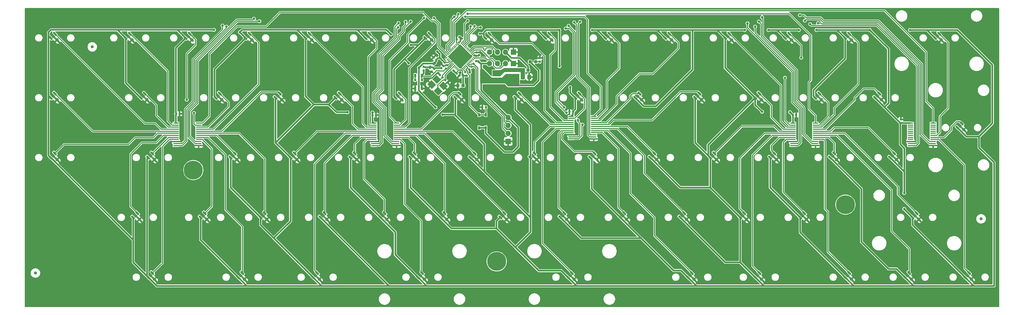
<source format=gbr>
%TF.GenerationSoftware,KiCad,Pcbnew,7.0.7*%
%TF.CreationDate,2023-11-08T12:28:34+01:00*%
%TF.ProjectId,macrolev,6d616372-6f6c-4657-962e-6b696361645f,1.0*%
%TF.SameCoordinates,Original*%
%TF.FileFunction,Copper,L2,Bot*%
%TF.FilePolarity,Positive*%
%FSLAX46Y46*%
G04 Gerber Fmt 4.6, Leading zero omitted, Abs format (unit mm)*
G04 Created by KiCad (PCBNEW 7.0.7) date 2023-11-08 12:28:34*
%MOMM*%
%LPD*%
G01*
G04 APERTURE LIST*
G04 Aperture macros list*
%AMRoundRect*
0 Rectangle with rounded corners*
0 $1 Rounding radius*
0 $2 $3 $4 $5 $6 $7 $8 $9 X,Y pos of 4 corners*
0 Add a 4 corners polygon primitive as box body*
4,1,4,$2,$3,$4,$5,$6,$7,$8,$9,$2,$3,0*
0 Add four circle primitives for the rounded corners*
1,1,$1+$1,$2,$3*
1,1,$1+$1,$4,$5*
1,1,$1+$1,$6,$7*
1,1,$1+$1,$8,$9*
0 Add four rect primitives between the rounded corners*
20,1,$1+$1,$2,$3,$4,$5,0*
20,1,$1+$1,$4,$5,$6,$7,0*
20,1,$1+$1,$6,$7,$8,$9,0*
20,1,$1+$1,$8,$9,$2,$3,0*%
%AMRotRect*
0 Rectangle, with rotation*
0 The origin of the aperture is its center*
0 $1 length*
0 $2 width*
0 $3 Rotation angle, in degrees counterclockwise*
0 Add horizontal line*
21,1,$1,$2,0,0,$3*%
G04 Aperture macros list end*
%TA.AperFunction,SMDPad,CuDef*%
%ADD10RoundRect,0.150000X-0.521491X0.309359X0.309359X-0.521491X0.521491X-0.309359X-0.309359X0.521491X0*%
%TD*%
%TA.AperFunction,ComponentPad*%
%ADD11R,1.700000X1.700000*%
%TD*%
%TA.AperFunction,ComponentPad*%
%ADD12O,1.700000X1.700000*%
%TD*%
%TA.AperFunction,SMDPad,CuDef*%
%ADD13RoundRect,0.155000X0.155000X-0.212500X0.155000X0.212500X-0.155000X0.212500X-0.155000X-0.212500X0*%
%TD*%
%TA.AperFunction,ComponentPad*%
%ADD14C,3.400000*%
%TD*%
%TA.AperFunction,ConnectorPad*%
%ADD15C,6.000000*%
%TD*%
%TA.AperFunction,SMDPad,CuDef*%
%ADD16RoundRect,0.237500X0.300000X0.237500X-0.300000X0.237500X-0.300000X-0.237500X0.300000X-0.237500X0*%
%TD*%
%TA.AperFunction,SMDPad,CuDef*%
%ADD17RoundRect,0.155000X-0.212500X-0.155000X0.212500X-0.155000X0.212500X0.155000X-0.212500X0.155000X0*%
%TD*%
%TA.AperFunction,SMDPad,CuDef*%
%ADD18RoundRect,0.155000X0.259862X-0.040659X-0.040659X0.259862X-0.259862X0.040659X0.040659X-0.259862X0*%
%TD*%
%TA.AperFunction,SMDPad,CuDef*%
%ADD19RoundRect,0.250000X-0.475000X0.337500X-0.475000X-0.337500X0.475000X-0.337500X0.475000X0.337500X0*%
%TD*%
%TA.AperFunction,SMDPad,CuDef*%
%ADD20RoundRect,0.155000X-0.259862X0.040659X0.040659X-0.259862X0.259862X-0.040659X-0.040659X0.259862X0*%
%TD*%
%TA.AperFunction,SMDPad,CuDef*%
%ADD21RoundRect,0.160000X-0.197500X-0.160000X0.197500X-0.160000X0.197500X0.160000X-0.197500X0.160000X0*%
%TD*%
%TA.AperFunction,SMDPad,CuDef*%
%ADD22C,1.000000*%
%TD*%
%TA.AperFunction,SMDPad,CuDef*%
%ADD23RoundRect,0.155000X-0.040659X-0.259862X0.259862X0.040659X0.040659X0.259862X-0.259862X-0.040659X0*%
%TD*%
%TA.AperFunction,SMDPad,CuDef*%
%ADD24RoundRect,0.160000X-0.026517X-0.252791X0.252791X0.026517X0.026517X0.252791X-0.252791X-0.026517X0*%
%TD*%
%TA.AperFunction,SMDPad,CuDef*%
%ADD25R,2.000000X1.500000*%
%TD*%
%TA.AperFunction,SMDPad,CuDef*%
%ADD26R,2.000000X3.800000*%
%TD*%
%TA.AperFunction,SMDPad,CuDef*%
%ADD27RoundRect,0.155000X0.040659X0.259862X-0.259862X-0.040659X-0.040659X-0.259862X0.259862X0.040659X0*%
%TD*%
%TA.AperFunction,SMDPad,CuDef*%
%ADD28RoundRect,0.160000X0.026517X0.252791X-0.252791X-0.026517X-0.026517X-0.252791X0.252791X0.026517X0*%
%TD*%
%TA.AperFunction,SMDPad,CuDef*%
%ADD29RoundRect,0.237500X0.287500X0.237500X-0.287500X0.237500X-0.287500X-0.237500X0.287500X-0.237500X0*%
%TD*%
%TA.AperFunction,SMDPad,CuDef*%
%ADD30R,1.750000X0.450000*%
%TD*%
%TA.AperFunction,SMDPad,CuDef*%
%ADD31R,0.650000X1.050000*%
%TD*%
%TA.AperFunction,SMDPad,CuDef*%
%ADD32RoundRect,0.250000X-0.337500X-0.475000X0.337500X-0.475000X0.337500X0.475000X-0.337500X0.475000X0*%
%TD*%
%TA.AperFunction,SMDPad,CuDef*%
%ADD33RoundRect,0.155000X0.212500X0.155000X-0.212500X0.155000X-0.212500X-0.155000X0.212500X-0.155000X0*%
%TD*%
%TA.AperFunction,SMDPad,CuDef*%
%ADD34RoundRect,0.237500X0.035355X0.371231X-0.371231X-0.035355X-0.035355X-0.371231X0.371231X0.035355X0*%
%TD*%
%TA.AperFunction,SMDPad,CuDef*%
%ADD35RotRect,2.100000X1.800000X135.000000*%
%TD*%
%TA.AperFunction,SMDPad,CuDef*%
%ADD36RoundRect,0.160000X0.160000X-0.197500X0.160000X0.197500X-0.160000X0.197500X-0.160000X-0.197500X0*%
%TD*%
%TA.AperFunction,SMDPad,CuDef*%
%ADD37RoundRect,0.062500X-0.220971X-0.309359X0.309359X0.220971X0.220971X0.309359X-0.309359X-0.220971X0*%
%TD*%
%TA.AperFunction,SMDPad,CuDef*%
%ADD38RoundRect,0.062500X0.220971X-0.309359X0.309359X-0.220971X-0.220971X0.309359X-0.309359X0.220971X0*%
%TD*%
%TA.AperFunction,SMDPad,CuDef*%
%ADD39RotRect,5.600000X5.600000X45.000000*%
%TD*%
%TA.AperFunction,SMDPad,CuDef*%
%ADD40RoundRect,0.160000X-0.160000X0.197500X-0.160000X-0.197500X0.160000X-0.197500X0.160000X0.197500X0*%
%TD*%
%TA.AperFunction,ViaPad*%
%ADD41C,0.800000*%
%TD*%
%TA.AperFunction,Conductor*%
%ADD42C,0.300000*%
%TD*%
%TA.AperFunction,Conductor*%
%ADD43C,0.500000*%
%TD*%
G04 APERTURE END LIST*
D10*
%TO.P,U36,1,VCC*%
%TO.N,+3.3VA*%
X152965336Y-78108839D03*
%TO.P,U36,2,VOUT*%
%TO.N,/AMUX1:1*%
X154308839Y-76765336D03*
%TO.P,U36,3,GND*%
%TO.N,GND*%
X154962913Y-78762913D03*
%TD*%
D11*
%TO.P,J1,1,Pin_1*%
%TO.N,GND*%
X185730000Y-44550000D03*
D12*
%TO.P,J1,2,Pin_2*%
%TO.N,/VBUS*%
X183190000Y-44550000D03*
%TO.P,J1,3,Pin_3*%
%TO.N,/USB_D-*%
X180650000Y-44550000D03*
%TO.P,J1,4,Pin_4*%
%TO.N,/USB_D+*%
X178110000Y-44550000D03*
%TD*%
D13*
%TO.P,C16,1*%
%TO.N,+3.3VA*%
X308800000Y-67117500D03*
%TO.P,C16,2*%
%TO.N,GND*%
X308800000Y-65982500D03*
%TD*%
D10*
%TO.P,U62,1,VCC*%
%TO.N,+3.3VA*%
X202971586Y-116208839D03*
%TO.P,U62,2,VOUT*%
%TO.N,/AMUX2:13*%
X204315089Y-114865336D03*
%TO.P,U62,3,GND*%
%TO.N,GND*%
X204969163Y-116862913D03*
%TD*%
D14*
%TO.P,REF\u002A\u002A,1*%
%TO.N,N/C*%
X291200000Y-93100000D03*
D15*
X291200000Y-93100000D03*
%TD*%
D10*
%TO.P,U42,1,VCC*%
%TO.N,+3.3VA*%
X267265336Y-78108839D03*
%TO.P,U42,2,VOUT*%
%TO.N,/AMUX3:14*%
X268608839Y-76765336D03*
%TO.P,U42,3,GND*%
%TO.N,GND*%
X269262913Y-78762913D03*
%TD*%
%TO.P,U48,1,VCC*%
%TO.N,+3.3VA*%
X124390336Y-97158839D03*
%TO.P,U48,2,VOUT*%
%TO.N,/AMUX1:13*%
X125733839Y-95815336D03*
%TO.P,U48,3,GND*%
%TO.N,GND*%
X126387913Y-97812913D03*
%TD*%
%TO.P,U45,1,VCC*%
%TO.N,+3.3VA*%
X64859086Y-97158839D03*
%TO.P,U45,2,VOUT*%
%TO.N,/AMUX0:13*%
X66202589Y-95815336D03*
%TO.P,U45,3,GND*%
%TO.N,GND*%
X66856663Y-97812913D03*
%TD*%
D16*
%TO.P,C1,1*%
%TO.N,+3.3V*%
X169750000Y-55175000D03*
%TO.P,C1,2*%
%TO.N,GND*%
X168025000Y-55175000D03*
%TD*%
D10*
%TO.P,U50,1,VCC*%
%TO.N,+3.3VA*%
X162490336Y-97158839D03*
%TO.P,U50,2,VOUT*%
%TO.N,/AMUX1:2*%
X163833839Y-95815336D03*
%TO.P,U50,3,GND*%
%TO.N,GND*%
X164487913Y-97812913D03*
%TD*%
%TO.P,U2,1,VCC*%
%TO.N,+3.3VA*%
X62477836Y-40008839D03*
%TO.P,U2,2,VOUT*%
%TO.N,/AMUX0:8*%
X63821339Y-38665336D03*
%TO.P,U2,3,GND*%
%TO.N,GND*%
X64475413Y-40662913D03*
%TD*%
%TO.P,U58,1,VCC*%
%TO.N,+3.3VA*%
X69621586Y-116208839D03*
%TO.P,U58,2,VOUT*%
%TO.N,/AMUX0:15*%
X70965089Y-114865336D03*
%TO.P,U58,3,GND*%
%TO.N,GND*%
X71619163Y-116862913D03*
%TD*%
%TO.P,U29,1,VCC*%
%TO.N,+3.3VA*%
X300602836Y-59058839D03*
%TO.P,U29,2,VOUT*%
%TO.N,/AMUX3:5*%
X301946339Y-57715336D03*
%TO.P,U29,3,GND*%
%TO.N,GND*%
X302600413Y-59712913D03*
%TD*%
%TO.P,U23,1,VCC*%
%TO.N,+3.3VA*%
X186302836Y-59058839D03*
%TO.P,U23,2,VOUT*%
%TO.N,/AMUX2:11*%
X187646339Y-57715336D03*
%TO.P,U23,3,GND*%
%TO.N,GND*%
X188300413Y-59712913D03*
%TD*%
%TO.P,U59,1,VCC*%
%TO.N,+3.3VA*%
X98196586Y-116208839D03*
%TO.P,U59,2,VOUT*%
%TO.N,/AMUX0:1*%
X99540089Y-114865336D03*
%TO.P,U59,3,GND*%
%TO.N,GND*%
X100194163Y-116862913D03*
%TD*%
%TO.P,U22,1,VCC*%
%TO.N,+3.3VA*%
X167252836Y-59058839D03*
%TO.P,U22,2,VOUT*%
%TO.N,/AMUX1:5*%
X168596339Y-57715336D03*
%TO.P,U22,3,GND*%
%TO.N,GND*%
X169250413Y-59712913D03*
%TD*%
D17*
%TO.P,C17,1*%
%TO.N,+3.3VA*%
X78532500Y-64150000D03*
%TO.P,C17,2*%
%TO.N,GND*%
X79667500Y-64150000D03*
%TD*%
D10*
%TO.P,U18,1,VCC*%
%TO.N,+3.3VA*%
X91052836Y-59058839D03*
%TO.P,U18,2,VOUT*%
%TO.N,/AMUX0:6*%
X92396339Y-57715336D03*
%TO.P,U18,3,GND*%
%TO.N,GND*%
X93050413Y-59712913D03*
%TD*%
D18*
%TO.P,C13,1*%
%TO.N,/HSE_OUT*%
X163191968Y-52602145D03*
%TO.P,C13,2*%
%TO.N,GND*%
X162389402Y-51799579D03*
%TD*%
D10*
%TO.P,U21,1,VCC*%
%TO.N,+3.3VA*%
X148202836Y-59058839D03*
%TO.P,U21,2,VOUT*%
%TO.N,/AMUX1:7*%
X149546339Y-57715336D03*
%TO.P,U21,3,GND*%
%TO.N,GND*%
X150200413Y-59712913D03*
%TD*%
D19*
%TO.P,C11,1*%
%TO.N,+3.3V*%
X177925000Y-53690832D03*
%TO.P,C11,2*%
%TO.N,GND*%
X177925000Y-55765832D03*
%TD*%
D10*
%TO.P,U28,1,VCC*%
%TO.N,+3.3VA*%
X281552836Y-59058839D03*
%TO.P,U28,2,VOUT*%
%TO.N,/AMUX3:7*%
X282896339Y-57715336D03*
%TO.P,U28,3,GND*%
%TO.N,GND*%
X283550413Y-59712913D03*
%TD*%
%TO.P,U43,1,VCC*%
%TO.N,+3.3VA*%
X286315336Y-78108839D03*
%TO.P,U43,2,VOUT*%
%TO.N,/AMUX3:1*%
X287658839Y-76765336D03*
%TO.P,U43,3,GND*%
%TO.N,GND*%
X288312913Y-78762913D03*
%TD*%
%TO.P,U60,1,VCC*%
%TO.N,+3.3VA*%
X122009086Y-116208839D03*
%TO.P,U60,2,VOUT*%
%TO.N,/AMUX1:12*%
X123352589Y-114865336D03*
%TO.P,U60,3,GND*%
%TO.N,GND*%
X124006663Y-116862913D03*
%TD*%
D20*
%TO.P,C2,1*%
%TO.N,+3.3V*%
X167656255Y-51301586D03*
%TO.P,C2,2*%
%TO.N,GND*%
X168458821Y-52104152D03*
%TD*%
D10*
%TO.P,U51,1,VCC*%
%TO.N,+3.3VA*%
X181540336Y-97158839D03*
%TO.P,U51,2,VOUT*%
%TO.N,/AMUX1:3*%
X182883839Y-95815336D03*
%TO.P,U51,3,GND*%
%TO.N,GND*%
X183537913Y-97812913D03*
%TD*%
%TO.P,U55,1,VCC*%
%TO.N,+3.3VA*%
X257740336Y-97158839D03*
%TO.P,U55,2,VOUT*%
%TO.N,/AMUX3:12*%
X259083839Y-95815336D03*
%TO.P,U55,3,GND*%
%TO.N,GND*%
X259737913Y-97812913D03*
%TD*%
%TO.P,U30,1,VCC*%
%TO.N,+3.3VA*%
X326796586Y-68583839D03*
%TO.P,U30,2,VOUT*%
%TO.N,/AMUX4:1*%
X328140089Y-67240336D03*
%TO.P,U30,3,GND*%
%TO.N,GND*%
X328794163Y-69237913D03*
%TD*%
%TO.P,U8,1,VCC*%
%TO.N,+3.3VA*%
X176777836Y-40008839D03*
%TO.P,U8,2,VOUT*%
%TO.N,/AMUX2:10*%
X178121339Y-38665336D03*
%TO.P,U8,3,GND*%
%TO.N,GND*%
X178775413Y-40662913D03*
%TD*%
D21*
%TO.P,R4,1*%
%TO.N,GND*%
X175802500Y-62075000D03*
%TO.P,R4,2*%
%TO.N,/BOOT0*%
X176997500Y-62075000D03*
%TD*%
D10*
%TO.P,U1,1,VCC*%
%TO.N,+3.3VA*%
X38665336Y-40008839D03*
%TO.P,U1,2,VOUT*%
%TO.N,/AMUX0:10*%
X40008839Y-38665336D03*
%TO.P,U1,3,GND*%
%TO.N,GND*%
X40662913Y-40662913D03*
%TD*%
%TO.P,U61,1,VCC*%
%TO.N,+3.3VA*%
X155346586Y-116208839D03*
%TO.P,U61,2,VOUT*%
%TO.N,/AMUX1:0*%
X156690089Y-114865336D03*
%TO.P,U61,3,GND*%
%TO.N,GND*%
X157344163Y-116862913D03*
%TD*%
D17*
%TO.P,C15,1*%
%TO.N,+3.3VA*%
X274432500Y-64550000D03*
%TO.P,C15,2*%
%TO.N,GND*%
X275567500Y-64550000D03*
%TD*%
D22*
%TO.P,FID2,*%
%TO.N,*%
X51906250Y-42857500D03*
%TD*%
D10*
%TO.P,U27,1,VCC*%
%TO.N,+3.3VA*%
X262502836Y-59058839D03*
%TO.P,U27,2,VOUT*%
%TO.N,/AMUX3:10*%
X263846339Y-57715336D03*
%TO.P,U27,3,GND*%
%TO.N,GND*%
X264500413Y-59712913D03*
%TD*%
%TO.P,U19,1,VCC*%
%TO.N,+3.3VA*%
X110102836Y-59058839D03*
%TO.P,U19,2,VOUT*%
%TO.N,/AMUX0:4*%
X111446339Y-57715336D03*
%TO.P,U19,3,GND*%
%TO.N,GND*%
X112100413Y-59712913D03*
%TD*%
%TO.P,U5,1,VCC*%
%TO.N,+3.3VA*%
X119627836Y-40008839D03*
%TO.P,U5,2,VOUT*%
%TO.N,/AMUX1:9*%
X120971339Y-38665336D03*
%TO.P,U5,3,GND*%
%TO.N,GND*%
X121625413Y-40662913D03*
%TD*%
%TO.P,U47,1,VCC*%
%TO.N,+3.3VA*%
X105340336Y-97158839D03*
%TO.P,U47,2,VOUT*%
%TO.N,/AMUX0:3*%
X106683839Y-95815336D03*
%TO.P,U47,3,GND*%
%TO.N,GND*%
X107337913Y-97812913D03*
%TD*%
%TO.P,U34,1,VCC*%
%TO.N,+3.3VA*%
X114865336Y-78108839D03*
%TO.P,U34,2,VOUT*%
%TO.N,/AMUX1:11*%
X116208839Y-76765336D03*
%TO.P,U34,3,GND*%
%TO.N,GND*%
X116862913Y-78762913D03*
%TD*%
D11*
%TO.P,J2,1,Pin_1*%
%TO.N,GND*%
X184075000Y-72945000D03*
D12*
%TO.P,J2,2,Pin_2*%
%TO.N,/I2C_SDA*%
X184075000Y-70405000D03*
%TO.P,J2,3,Pin_3*%
%TO.N,/I2C_SCL*%
X184075000Y-67865000D03*
%TO.P,J2,4,Pin_4*%
%TO.N,+3.3V*%
X184075000Y-65325000D03*
%TD*%
D10*
%TO.P,U66,1,VCC*%
%TO.N,+3.3VA*%
X310127836Y-116208839D03*
%TO.P,U66,2,VOUT*%
%TO.N,/AMUX3:2*%
X311471339Y-114865336D03*
%TO.P,U66,3,GND*%
%TO.N,GND*%
X312125413Y-116862913D03*
%TD*%
%TO.P,U26,1,VCC*%
%TO.N,+3.3VA*%
X243452836Y-59058839D03*
%TO.P,U26,2,VOUT*%
%TO.N,/AMUX2:4*%
X244796339Y-57715336D03*
%TO.P,U26,3,GND*%
%TO.N,GND*%
X245450413Y-59712913D03*
%TD*%
D23*
%TO.P,C3,1*%
%TO.N,+3.3V*%
X169562749Y-51709411D03*
%TO.P,C3,2*%
%TO.N,GND*%
X170365315Y-50906845D03*
%TD*%
D22*
%TO.P,FID1,*%
%TO.N,*%
X33850000Y-114900000D03*
%TD*%
D24*
%TO.P,R2,1*%
%TO.N,+3.3V*%
X171627501Y-50068923D03*
%TO.P,R2,2*%
%TO.N,/I2C_SDA*%
X172472493Y-49223931D03*
%TD*%
D10*
%TO.P,U6,1,VCC*%
%TO.N,+3.3VA*%
X138677836Y-40008839D03*
%TO.P,U6,2,VOUT*%
%TO.N,/AMUX1:8*%
X140021339Y-38665336D03*
%TO.P,U6,3,GND*%
%TO.N,GND*%
X140675413Y-40662913D03*
%TD*%
%TO.P,U64,1,VCC*%
%TO.N,+3.3VA*%
X262502836Y-116208839D03*
%TO.P,U64,2,VOUT*%
%TO.N,/AMUX3:13*%
X263846339Y-114865336D03*
%TO.P,U64,3,GND*%
%TO.N,GND*%
X264500413Y-116862913D03*
%TD*%
D25*
%TO.P,U68,1,GND*%
%TO.N,GND*%
X180225000Y-55850000D03*
%TO.P,U68,2,VO*%
%TO.N,+3.3V*%
X180225000Y-53550000D03*
D26*
X186525000Y-53550000D03*
D25*
%TO.P,U68,3,VI*%
%TO.N,+5V*%
X180225000Y-51250000D03*
%TD*%
D20*
%TO.P,C6,1*%
%TO.N,+3.3VA*%
X163873234Y-47872118D03*
%TO.P,C6,2*%
%TO.N,GND*%
X164675800Y-48674684D03*
%TD*%
D27*
%TO.P,C8,1*%
%TO.N,+3.3V*%
X160550000Y-49875000D03*
%TO.P,C8,2*%
%TO.N,GND*%
X159747434Y-50677566D03*
%TD*%
D28*
%TO.P,R1,1*%
%TO.N,+3.3V*%
X173886707Y-47385454D03*
%TO.P,R1,2*%
%TO.N,/I2C_SCL*%
X173041715Y-48230446D03*
%TD*%
D10*
%TO.P,U56,1,VCC*%
%TO.N,+3.3VA*%
X276790336Y-97158839D03*
%TO.P,U56,2,VOUT*%
%TO.N,/AMUX3:15*%
X278133839Y-95815336D03*
%TO.P,U56,3,GND*%
%TO.N,GND*%
X278787913Y-97812913D03*
%TD*%
%TO.P,U63,1,VCC*%
%TO.N,+3.3VA*%
X241071586Y-116208839D03*
%TO.P,U63,2,VOUT*%
%TO.N,/AMUX2:1*%
X242415089Y-114865336D03*
%TO.P,U63,3,GND*%
%TO.N,GND*%
X243069163Y-116862913D03*
%TD*%
D29*
%TO.P,FB2,1*%
%TO.N,/VBUS*%
X190375000Y-50250000D03*
%TO.P,FB2,2*%
%TO.N,+5V*%
X188625000Y-50250000D03*
%TD*%
D10*
%TO.P,U20,1,VCC*%
%TO.N,+3.3VA*%
X129152836Y-59058839D03*
%TO.P,U20,2,VOUT*%
%TO.N,/AMUX1:10*%
X130496339Y-57715336D03*
%TO.P,U20,3,GND*%
%TO.N,GND*%
X131150413Y-59712913D03*
%TD*%
%TO.P,U7,1,VCC*%
%TO.N,+3.3VA*%
X157727836Y-40008839D03*
%TO.P,U7,2,VOUT*%
%TO.N,/AMUX1:6*%
X159071339Y-38665336D03*
%TO.P,U7,3,GND*%
%TO.N,GND*%
X159725413Y-40662913D03*
%TD*%
D30*
%TO.P,AMUX4,1,COM*%
%TO.N,/ADC4*%
X319082500Y-67140000D03*
%TO.P,AMUX4,2,I7*%
%TO.N,unconnected-(AMUX4-I7-Pad2)*%
X319082500Y-67790000D03*
%TO.P,AMUX4,3,I6*%
%TO.N,unconnected-(AMUX4-I6-Pad3)*%
X319082500Y-68440000D03*
%TO.P,AMUX4,4,I5*%
%TO.N,unconnected-(AMUX4-I5-Pad4)*%
X319082500Y-69090000D03*
%TO.P,AMUX4,5,I4*%
%TO.N,unconnected-(AMUX4-I4-Pad5)*%
X319082500Y-69740000D03*
%TO.P,AMUX4,6,I3*%
%TO.N,unconnected-(AMUX4-I3-Pad6)*%
X319082500Y-70390000D03*
%TO.P,AMUX4,7,I2*%
%TO.N,/AMUX4:2*%
X319082500Y-71040000D03*
%TO.P,AMUX4,8,I1*%
%TO.N,/AMUX4:1*%
X319082500Y-71690000D03*
%TO.P,AMUX4,9,I0*%
%TO.N,/AMUX4:0*%
X319082500Y-72340000D03*
%TO.P,AMUX4,10,S0*%
%TO.N,/SELECT0*%
X319082500Y-72990000D03*
%TO.P,AMUX4,11,S1*%
%TO.N,/SELECT1*%
X319082500Y-73640000D03*
%TO.P,AMUX4,12,GND*%
%TO.N,GND*%
X319082500Y-74290000D03*
%TO.P,AMUX4,13,S3*%
%TO.N,/SELECT3*%
X311882500Y-74290000D03*
%TO.P,AMUX4,14,S2*%
%TO.N,/SELECT2*%
X311882500Y-73640000D03*
%TO.P,AMUX4,15,~{E}*%
%TO.N,GND*%
X311882500Y-72990000D03*
%TO.P,AMUX4,16,I15*%
%TO.N,unconnected-(AMUX4-I15-Pad16)*%
X311882500Y-72340000D03*
%TO.P,AMUX4,17,I14*%
%TO.N,unconnected-(AMUX4-I14-Pad17)*%
X311882500Y-71690000D03*
%TO.P,AMUX4,18,I13*%
%TO.N,unconnected-(AMUX4-I13-Pad18)*%
X311882500Y-71040000D03*
%TO.P,AMUX4,19,I12*%
%TO.N,unconnected-(AMUX4-I12-Pad19)*%
X311882500Y-70390000D03*
%TO.P,AMUX4,20,I11*%
%TO.N,unconnected-(AMUX4-I11-Pad20)*%
X311882500Y-69740000D03*
%TO.P,AMUX4,21,I10*%
%TO.N,unconnected-(AMUX4-I10-Pad21)*%
X311882500Y-69090000D03*
%TO.P,AMUX4,22,I9*%
%TO.N,unconnected-(AMUX4-I9-Pad22)*%
X311882500Y-68440000D03*
%TO.P,AMUX4,23,I8*%
%TO.N,unconnected-(AMUX4-I8-Pad23)*%
X311882500Y-67790000D03*
%TO.P,AMUX4,24,VCC*%
%TO.N,+3.3VA*%
X311882500Y-67140000D03*
%TD*%
D11*
%TO.P,J3,1,Pin_1*%
%TO.N,GND*%
X185730000Y-48150000D03*
D12*
%TO.P,J3,2,Pin_2*%
%TO.N,/SWCLK*%
X183190000Y-48150000D03*
%TO.P,J3,3,Pin_3*%
%TO.N,/SWDIO*%
X180650000Y-48150000D03*
%TO.P,J3,4,Pin_4*%
%TO.N,+3.3V*%
X178110000Y-48150000D03*
%TD*%
D10*
%TO.P,U52,1,VCC*%
%TO.N,+3.3VA*%
X200590336Y-97158839D03*
%TO.P,U52,2,VOUT*%
%TO.N,/AMUX2:14*%
X201933839Y-95815336D03*
%TO.P,U52,3,GND*%
%TO.N,GND*%
X202587913Y-97812913D03*
%TD*%
%TO.P,U14,1,VCC*%
%TO.N,+3.3VA*%
X291077836Y-40008839D03*
%TO.P,U14,2,VOUT*%
%TO.N,/AMUX3:6*%
X292421339Y-38665336D03*
%TO.P,U14,3,GND*%
%TO.N,GND*%
X293075413Y-40662913D03*
%TD*%
%TO.P,U33,1,VCC*%
%TO.N,+3.3VA*%
X95815336Y-78108839D03*
%TO.P,U33,2,VOUT*%
%TO.N,/AMUX0:2*%
X97158839Y-76765336D03*
%TO.P,U33,3,GND*%
%TO.N,GND*%
X97812913Y-78762913D03*
%TD*%
%TO.P,U44,1,VCC*%
%TO.N,+3.3VA*%
X305365336Y-78108839D03*
%TO.P,U44,2,VOUT*%
%TO.N,/AMUX3:4*%
X306708839Y-76765336D03*
%TO.P,U44,3,GND*%
%TO.N,GND*%
X307362913Y-78762913D03*
%TD*%
D30*
%TO.P,AMUX3,1,COM*%
%TO.N,/ADC3*%
X281725000Y-67140000D03*
%TO.P,AMUX3,2,I7*%
%TO.N,/AMUX3:7*%
X281725000Y-67790000D03*
%TO.P,AMUX3,3,I6*%
%TO.N,/AMUX3:6*%
X281725000Y-68440000D03*
%TO.P,AMUX3,4,I5*%
%TO.N,/AMUX3:5*%
X281725000Y-69090000D03*
%TO.P,AMUX3,5,I4*%
%TO.N,/AMUX3:4*%
X281725000Y-69740000D03*
%TO.P,AMUX3,6,I3*%
%TO.N,/AMUX3:3*%
X281725000Y-70390000D03*
%TO.P,AMUX3,7,I2*%
%TO.N,/AMUX3:2*%
X281725000Y-71040000D03*
%TO.P,AMUX3,8,I1*%
%TO.N,/AMUX3:1*%
X281725000Y-71690000D03*
%TO.P,AMUX3,9,I0*%
%TO.N,/AMUX3:0*%
X281725000Y-72340000D03*
%TO.P,AMUX3,10,S0*%
%TO.N,/SELECT0*%
X281725000Y-72990000D03*
%TO.P,AMUX3,11,S1*%
%TO.N,/SELECT1*%
X281725000Y-73640000D03*
%TO.P,AMUX3,12,GND*%
%TO.N,GND*%
X281725000Y-74290000D03*
%TO.P,AMUX3,13,S3*%
%TO.N,/SELECT3*%
X274525000Y-74290000D03*
%TO.P,AMUX3,14,S2*%
%TO.N,/SELECT2*%
X274525000Y-73640000D03*
%TO.P,AMUX3,15,~{E}*%
%TO.N,GND*%
X274525000Y-72990000D03*
%TO.P,AMUX3,16,I15*%
%TO.N,/AMUX3:15*%
X274525000Y-72340000D03*
%TO.P,AMUX3,17,I14*%
%TO.N,/AMUX3:14*%
X274525000Y-71690000D03*
%TO.P,AMUX3,18,I13*%
%TO.N,/AMUX3:13*%
X274525000Y-71040000D03*
%TO.P,AMUX3,19,I12*%
%TO.N,/AMUX3:12*%
X274525000Y-70390000D03*
%TO.P,AMUX3,20,I11*%
%TO.N,/AMUX3:11*%
X274525000Y-69740000D03*
%TO.P,AMUX3,21,I10*%
%TO.N,/AMUX3:10*%
X274525000Y-69090000D03*
%TO.P,AMUX3,22,I9*%
%TO.N,/AMUX3:9*%
X274525000Y-68440000D03*
%TO.P,AMUX3,23,I8*%
%TO.N,/AMUX3:8*%
X274525000Y-67790000D03*
%TO.P,AMUX3,24,VCC*%
%TO.N,+3.3VA*%
X274525000Y-67140000D03*
%TD*%
D10*
%TO.P,U16,1,VCC*%
%TO.N,+3.3VA*%
X38665336Y-59058839D03*
%TO.P,U16,2,VOUT*%
%TO.N,/AMUX0:11*%
X40008839Y-57715336D03*
%TO.P,U16,3,GND*%
%TO.N,GND*%
X40662913Y-59712913D03*
%TD*%
D31*
%TO.P,SW2,1,1*%
%TO.N,/BOOT0*%
X174800000Y-64475000D03*
%TO.P,SW2,2,2*%
%TO.N,+3.3V*%
X174800000Y-68625000D03*
%TO.P,SW2,3,3*%
%TO.N,/BOOT0*%
X176950000Y-64475000D03*
%TO.P,SW2,4,4*%
%TO.N,+3.3V*%
X176950000Y-68625000D03*
%TD*%
D10*
%TO.P,U12,1,VCC*%
%TO.N,+3.3VA*%
X252977836Y-40008839D03*
%TO.P,U12,2,VOUT*%
%TO.N,/AMUX3:9*%
X254321339Y-38665336D03*
%TO.P,U12,3,GND*%
%TO.N,GND*%
X254975413Y-40662913D03*
%TD*%
D32*
%TO.P,C10,1*%
%TO.N,+5V*%
X188687500Y-52450000D03*
%TO.P,C10,2*%
%TO.N,GND*%
X190762500Y-52450000D03*
%TD*%
D10*
%TO.P,U38,1,VCC*%
%TO.N,+3.3VA*%
X191065336Y-78108839D03*
%TO.P,U38,2,VOUT*%
%TO.N,/AMUX2:12*%
X192408839Y-76765336D03*
%TO.P,U38,3,GND*%
%TO.N,GND*%
X193062913Y-78762913D03*
%TD*%
D33*
%TO.P,C14,1*%
%TO.N,+3.3VA*%
X204667500Y-63500000D03*
%TO.P,C14,2*%
%TO.N,GND*%
X203532500Y-63500000D03*
%TD*%
D10*
%TO.P,U54,1,VCC*%
%TO.N,+3.3VA*%
X238690336Y-97158839D03*
%TO.P,U54,2,VOUT*%
%TO.N,/AMUX2:2*%
X240033839Y-95815336D03*
%TO.P,U54,3,GND*%
%TO.N,GND*%
X240687913Y-97812913D03*
%TD*%
%TO.P,U49,1,VCC*%
%TO.N,+3.3VA*%
X143440336Y-97158839D03*
%TO.P,U49,2,VOUT*%
%TO.N,/AMUX1:15*%
X144783839Y-95815336D03*
%TO.P,U49,3,GND*%
%TO.N,GND*%
X145437913Y-97812913D03*
%TD*%
%TO.P,U9,1,VCC*%
%TO.N,+3.3VA*%
X195827836Y-40008839D03*
%TO.P,U9,2,VOUT*%
%TO.N,/AMUX2:9*%
X197171339Y-38665336D03*
%TO.P,U9,3,GND*%
%TO.N,GND*%
X197825413Y-40662913D03*
%TD*%
D29*
%TO.P,D1,1,K*%
%TO.N,Net-(D1-K)*%
X192775000Y-47600000D03*
%TO.P,D1,2,A*%
%TO.N,+3.3V*%
X191025000Y-47600000D03*
%TD*%
D10*
%TO.P,U37,1,VCC*%
%TO.N,+3.3VA*%
X172015336Y-78108839D03*
%TO.P,U37,2,VOUT*%
%TO.N,/AMUX1:4*%
X173358839Y-76765336D03*
%TO.P,U37,3,GND*%
%TO.N,GND*%
X174012913Y-78762913D03*
%TD*%
D27*
%TO.P,C5,1*%
%TO.N,+3.3V*%
X168526283Y-39723717D03*
%TO.P,C5,2*%
%TO.N,GND*%
X167723717Y-40526283D03*
%TD*%
D34*
%TO.P,FB1,1*%
%TO.N,+3.3VA*%
X160493718Y-48131282D03*
%TO.P,FB1,2*%
%TO.N,+3.3V*%
X159256282Y-49368718D03*
%TD*%
D10*
%TO.P,U3,1,VCC*%
%TO.N,+3.3VA*%
X81527836Y-40008839D03*
%TO.P,U3,2,VOUT*%
%TO.N,/AMUX0:7*%
X82871339Y-38665336D03*
%TO.P,U3,3,GND*%
%TO.N,GND*%
X83525413Y-40662913D03*
%TD*%
%TO.P,U25,1,VCC*%
%TO.N,+3.3VA*%
X224402836Y-59058839D03*
%TO.P,U25,2,VOUT*%
%TO.N,/AMUX2:5*%
X225746339Y-57715336D03*
%TO.P,U25,3,GND*%
%TO.N,GND*%
X226400413Y-59712913D03*
%TD*%
D18*
%TO.P,C9,1*%
%TO.N,/NRST*%
X164307178Y-49752493D03*
%TO.P,C9,2*%
%TO.N,GND*%
X163504612Y-48949927D03*
%TD*%
D10*
%TO.P,U39,1,VCC*%
%TO.N,+3.3VA*%
X210115336Y-78108839D03*
%TO.P,U39,2,VOUT*%
%TO.N,/AMUX2:15*%
X211458839Y-76765336D03*
%TO.P,U39,3,GND*%
%TO.N,GND*%
X212112913Y-78762913D03*
%TD*%
%TO.P,U46,1,VCC*%
%TO.N,+3.3VA*%
X86290336Y-97158839D03*
%TO.P,U46,2,VOUT*%
%TO.N,/AMUX0:0*%
X87633839Y-95815336D03*
%TO.P,U46,3,GND*%
%TO.N,GND*%
X88287913Y-97812913D03*
%TD*%
D14*
%TO.P,REF\u002A\u002A,1*%
%TO.N,N/C*%
X84000000Y-82100000D03*
D15*
X84000000Y-82100000D03*
%TD*%
D10*
%TO.P,U57,1,VCC*%
%TO.N,+3.3VA*%
X312509086Y-97158839D03*
%TO.P,U57,2,VOUT*%
%TO.N,/AMUX3:3*%
X313852589Y-95815336D03*
%TO.P,U57,3,GND*%
%TO.N,GND*%
X314506663Y-97812913D03*
%TD*%
%TO.P,U17,1,VCC*%
%TO.N,+3.3VA*%
X67240336Y-59058839D03*
%TO.P,U17,2,VOUT*%
%TO.N,/AMUX0:9*%
X68583839Y-57715336D03*
%TO.P,U17,3,GND*%
%TO.N,GND*%
X69237913Y-59712913D03*
%TD*%
%TO.P,U10,1,VCC*%
%TO.N,+3.3VA*%
X214877836Y-40008839D03*
%TO.P,U10,2,VOUT*%
%TO.N,/AMUX2:7*%
X216221339Y-38665336D03*
%TO.P,U10,3,GND*%
%TO.N,GND*%
X216875413Y-40662913D03*
%TD*%
%TO.P,U31,1,VCC*%
%TO.N,+3.3VA*%
X38665336Y-78108839D03*
%TO.P,U31,2,VOUT*%
%TO.N,/AMUX0:12*%
X40008839Y-76765336D03*
%TO.P,U31,3,GND*%
%TO.N,GND*%
X40662913Y-78762913D03*
%TD*%
%TO.P,U65,1,VCC*%
%TO.N,+3.3VA*%
X291077836Y-116208839D03*
%TO.P,U65,2,VOUT*%
%TO.N,/AMUX3:0*%
X292421339Y-114865336D03*
%TO.P,U65,3,GND*%
%TO.N,GND*%
X293075413Y-116862913D03*
%TD*%
%TO.P,U13,1,VCC*%
%TO.N,+3.3VA*%
X272027836Y-40008839D03*
%TO.P,U13,2,VOUT*%
%TO.N,/AMUX3:8*%
X273371339Y-38665336D03*
%TO.P,U13,3,GND*%
%TO.N,GND*%
X274025413Y-40662913D03*
%TD*%
D18*
%TO.P,C7,1*%
%TO.N,+3.3VA*%
X161151283Y-47026283D03*
%TO.P,C7,2*%
%TO.N,GND*%
X160348717Y-46223717D03*
%TD*%
D31*
%TO.P,SW1,1,1*%
%TO.N,/NRST*%
X154475000Y-51975000D03*
%TO.P,SW1,2,2*%
%TO.N,GND*%
X154475000Y-56125000D03*
%TO.P,SW1,3,3*%
%TO.N,/NRST*%
X156625000Y-51975000D03*
%TO.P,SW1,4,4*%
%TO.N,GND*%
X156625000Y-56125000D03*
%TD*%
D35*
%TO.P,Y1,1,1*%
%TO.N,/HSE_IN*%
X161800736Y-56938478D03*
%TO.P,Y1,2,2*%
%TO.N,GND*%
X159750126Y-54887868D03*
%TO.P,Y1,3,3*%
%TO.N,/HSE_OUT*%
X161376472Y-53261522D03*
%TO.P,Y1,4,4*%
%TO.N,GND*%
X163427082Y-55312132D03*
%TD*%
D10*
%TO.P,U40,1,VCC*%
%TO.N,+3.3VA*%
X229165336Y-78108839D03*
%TO.P,U40,2,VOUT*%
%TO.N,/AMUX2:3*%
X230508839Y-76765336D03*
%TO.P,U40,3,GND*%
%TO.N,GND*%
X231162913Y-78762913D03*
%TD*%
D36*
%TO.P,R5,1*%
%TO.N,Net-(D1-K)*%
X194100000Y-47597500D03*
%TO.P,R5,2*%
%TO.N,GND*%
X194100000Y-46402500D03*
%TD*%
D10*
%TO.P,U35,1,VCC*%
%TO.N,+3.3VA*%
X133915336Y-78108839D03*
%TO.P,U35,2,VOUT*%
%TO.N,/AMUX1:14*%
X135258839Y-76765336D03*
%TO.P,U35,3,GND*%
%TO.N,GND*%
X135912913Y-78762913D03*
%TD*%
%TO.P,U15,1,VCC*%
%TO.N,+3.3VA*%
X319652836Y-40008839D03*
%TO.P,U15,2,VOUT*%
%TO.N,/AMUX4:2*%
X320996339Y-38665336D03*
%TO.P,U15,3,GND*%
%TO.N,GND*%
X321650413Y-40662913D03*
%TD*%
%TO.P,U11,1,VCC*%
%TO.N,+3.3VA*%
X233927836Y-40008839D03*
%TO.P,U11,2,VOUT*%
%TO.N,/AMUX2:6*%
X235271339Y-38665336D03*
%TO.P,U11,3,GND*%
%TO.N,GND*%
X235925413Y-40662913D03*
%TD*%
D30*
%TO.P,AMUX0,1,COM*%
%TO.N,/ADC0*%
X85720000Y-67140000D03*
%TO.P,AMUX0,2,I7*%
%TO.N,/AMUX0:7*%
X85720000Y-67790000D03*
%TO.P,AMUX0,3,I6*%
%TO.N,/AMUX0:6*%
X85720000Y-68440000D03*
%TO.P,AMUX0,4,I5*%
%TO.N,/AMUX0:5*%
X85720000Y-69090000D03*
%TO.P,AMUX0,5,I4*%
%TO.N,/AMUX0:4*%
X85720000Y-69740000D03*
%TO.P,AMUX0,6,I3*%
%TO.N,/AMUX0:3*%
X85720000Y-70390000D03*
%TO.P,AMUX0,7,I2*%
%TO.N,/AMUX0:2*%
X85720000Y-71040000D03*
%TO.P,AMUX0,8,I1*%
%TO.N,/AMUX0:1*%
X85720000Y-71690000D03*
%TO.P,AMUX0,9,I0*%
%TO.N,/AMUX0:0*%
X85720000Y-72340000D03*
%TO.P,AMUX0,10,S0*%
%TO.N,/SELECT0*%
X85720000Y-72990000D03*
%TO.P,AMUX0,11,S1*%
%TO.N,/SELECT1*%
X85720000Y-73640000D03*
%TO.P,AMUX0,12,GND*%
%TO.N,GND*%
X85720000Y-74290000D03*
%TO.P,AMUX0,13,S3*%
%TO.N,/SELECT3*%
X78520000Y-74290000D03*
%TO.P,AMUX0,14,S2*%
%TO.N,/SELECT2*%
X78520000Y-73640000D03*
%TO.P,AMUX0,15,~{E}*%
%TO.N,GND*%
X78520000Y-72990000D03*
%TO.P,AMUX0,16,I15*%
%TO.N,/AMUX0:15*%
X78520000Y-72340000D03*
%TO.P,AMUX0,17,I14*%
%TO.N,/AMUX0:14*%
X78520000Y-71690000D03*
%TO.P,AMUX0,18,I13*%
%TO.N,/AMUX0:13*%
X78520000Y-71040000D03*
%TO.P,AMUX0,19,I12*%
%TO.N,/AMUX0:12*%
X78520000Y-70390000D03*
%TO.P,AMUX0,20,I11*%
%TO.N,/AMUX0:11*%
X78520000Y-69740000D03*
%TO.P,AMUX0,21,I10*%
%TO.N,/AMUX0:10*%
X78520000Y-69090000D03*
%TO.P,AMUX0,22,I9*%
%TO.N,/AMUX0:9*%
X78520000Y-68440000D03*
%TO.P,AMUX0,23,I8*%
%TO.N,/AMUX0:8*%
X78520000Y-67790000D03*
%TO.P,AMUX0,24,VCC*%
%TO.N,+3.3VA*%
X78520000Y-67140000D03*
%TD*%
D10*
%TO.P,U4,1,VCC*%
%TO.N,+3.3VA*%
X100577836Y-40008839D03*
%TO.P,U4,2,VOUT*%
%TO.N,/AMUX0:5*%
X101921339Y-38665336D03*
%TO.P,U4,3,GND*%
%TO.N,GND*%
X102575413Y-40662913D03*
%TD*%
D30*
%TO.P,AMUX2,1,COM*%
%TO.N,/ADC2*%
X211240000Y-65000000D03*
%TO.P,AMUX2,2,I7*%
%TO.N,/AMUX2:7*%
X211240000Y-65650000D03*
%TO.P,AMUX2,3,I6*%
%TO.N,/AMUX2:6*%
X211240000Y-66300000D03*
%TO.P,AMUX2,4,I5*%
%TO.N,/AMUX2:5*%
X211240000Y-66950000D03*
%TO.P,AMUX2,5,I4*%
%TO.N,/AMUX2:4*%
X211240000Y-67600000D03*
%TO.P,AMUX2,6,I3*%
%TO.N,/AMUX2:3*%
X211240000Y-68250000D03*
%TO.P,AMUX2,7,I2*%
%TO.N,/AMUX2:2*%
X211240000Y-68900000D03*
%TO.P,AMUX2,8,I1*%
%TO.N,/AMUX2:1*%
X211240000Y-69550000D03*
%TO.P,AMUX2,9,I0*%
%TO.N,/AMUX2:0*%
X211240000Y-70200000D03*
%TO.P,AMUX2,10,S0*%
%TO.N,/SELECT0*%
X211240000Y-70850000D03*
%TO.P,AMUX2,11,S1*%
%TO.N,/SELECT1*%
X211240000Y-71500000D03*
%TO.P,AMUX2,12,GND*%
%TO.N,GND*%
X211240000Y-72150000D03*
%TO.P,AMUX2,13,S3*%
%TO.N,/SELECT3*%
X204040000Y-72150000D03*
%TO.P,AMUX2,14,S2*%
%TO.N,/SELECT2*%
X204040000Y-71500000D03*
%TO.P,AMUX2,15,~{E}*%
%TO.N,GND*%
X204040000Y-70850000D03*
%TO.P,AMUX2,16,I15*%
%TO.N,/AMUX2:15*%
X204040000Y-70200000D03*
%TO.P,AMUX2,17,I14*%
%TO.N,/AMUX2:14*%
X204040000Y-69550000D03*
%TO.P,AMUX2,18,I13*%
%TO.N,/AMUX2:13*%
X204040000Y-68900000D03*
%TO.P,AMUX2,19,I12*%
%TO.N,/AMUX2:12*%
X204040000Y-68250000D03*
%TO.P,AMUX2,20,I11*%
%TO.N,/AMUX2:11*%
X204040000Y-67600000D03*
%TO.P,AMUX2,21,I10*%
%TO.N,/AMUX2:10*%
X204040000Y-66950000D03*
%TO.P,AMUX2,22,I9*%
%TO.N,/AMUX2:9*%
X204040000Y-66300000D03*
%TO.P,AMUX2,23,I8*%
%TO.N,/AMUX2:8*%
X204040000Y-65650000D03*
%TO.P,AMUX2,24,VCC*%
%TO.N,+3.3VA*%
X204040000Y-65000000D03*
%TD*%
D37*
%TO.P,U69,1,VBAT*%
%TO.N,+3.3V*%
X168313864Y-50315172D03*
%TO.P,U69,2,PC13*%
%TO.N,unconnected-(U69-PC13-Pad2)*%
X167960311Y-49961619D03*
%TO.P,U69,3,PC14*%
%TO.N,unconnected-(U69-PC14-Pad3)*%
X167606757Y-49608065D03*
%TO.P,U69,4,PC15*%
%TO.N,unconnected-(U69-PC15-Pad4)*%
X167253204Y-49254512D03*
%TO.P,U69,5,PH0*%
%TO.N,/HSE_IN*%
X166899651Y-48900959D03*
%TO.P,U69,6,PH1*%
%TO.N,/HSE_OUT*%
X166546097Y-48547405D03*
%TO.P,U69,7,NRST*%
%TO.N,/NRST*%
X166192544Y-48193852D03*
%TO.P,U69,8,VSSA*%
%TO.N,GND*%
X165838990Y-47840298D03*
%TO.P,U69,9,VDDA*%
%TO.N,+3.3VA*%
X165485437Y-47486745D03*
%TO.P,U69,10,PA0*%
%TO.N,unconnected-(U69-PA0-Pad10)*%
X165131884Y-47133192D03*
%TO.P,U69,11,PA1*%
%TO.N,unconnected-(U69-PA1-Pad11)*%
X164778330Y-46779638D03*
%TO.P,U69,12,PA2*%
%TO.N,unconnected-(U69-PA2-Pad12)*%
X164424777Y-46426085D03*
D38*
%TO.P,U69,13,PA3*%
%TO.N,/ADC0*%
X164424777Y-45453813D03*
%TO.P,U69,14,PA4*%
%TO.N,/ADC1*%
X164778330Y-45100260D03*
%TO.P,U69,15,PA5*%
%TO.N,/ADC2*%
X165131884Y-44746706D03*
%TO.P,U69,16,PA6*%
%TO.N,/ADC3*%
X165485437Y-44393153D03*
%TO.P,U69,17,PA7*%
%TO.N,/ADC4*%
X165838990Y-44039600D03*
%TO.P,U69,18,PB0*%
%TO.N,unconnected-(U69-PB0-Pad18)*%
X166192544Y-43686046D03*
%TO.P,U69,19,PB1*%
%TO.N,unconnected-(U69-PB1-Pad19)*%
X166546097Y-43332493D03*
%TO.P,U69,20,PB2*%
%TO.N,unconnected-(U69-PB2-Pad20)*%
X166899651Y-42978939D03*
%TO.P,U69,21,PB10*%
%TO.N,unconnected-(U69-PB10-Pad21)*%
X167253204Y-42625386D03*
%TO.P,U69,22,VCAP1*%
%TO.N,unconnected-(U69-VCAP1-Pad22)*%
X167606757Y-42271833D03*
%TO.P,U69,23,VSS*%
%TO.N,GND*%
X167960311Y-41918279D03*
%TO.P,U69,24,VDD*%
%TO.N,+3.3V*%
X168313864Y-41564726D03*
D37*
%TO.P,U69,25,PB12*%
%TO.N,/SELECT0*%
X169286136Y-41564726D03*
%TO.P,U69,26,PB13*%
%TO.N,/SELECT1*%
X169639689Y-41918279D03*
%TO.P,U69,27,PB14*%
%TO.N,/SELECT2*%
X169993243Y-42271833D03*
%TO.P,U69,28,PB15*%
%TO.N,/SELECT3*%
X170346796Y-42625386D03*
%TO.P,U69,29,PA8*%
%TO.N,unconnected-(U69-PA8-Pad29)*%
X170700349Y-42978939D03*
%TO.P,U69,30,PA9*%
%TO.N,unconnected-(U69-PA9-Pad30)*%
X171053903Y-43332493D03*
%TO.P,U69,31,PA10*%
%TO.N,unconnected-(U69-PA10-Pad31)*%
X171407456Y-43686046D03*
%TO.P,U69,32,PA11*%
%TO.N,/USB_D-*%
X171761010Y-44039600D03*
%TO.P,U69,33,PA12*%
%TO.N,/USB_D+*%
X172114563Y-44393153D03*
%TO.P,U69,34,PA13*%
%TO.N,/SWDIO*%
X172468116Y-44746706D03*
%TO.P,U69,35,VSS*%
%TO.N,GND*%
X172821670Y-45100260D03*
%TO.P,U69,36,VDD*%
%TO.N,+3.3V*%
X173175223Y-45453813D03*
D38*
%TO.P,U69,37,PA14*%
%TO.N,/SWCLK*%
X173175223Y-46426085D03*
%TO.P,U69,38,PA15*%
%TO.N,unconnected-(U69-PA15-Pad38)*%
X172821670Y-46779638D03*
%TO.P,U69,39,PB3*%
%TO.N,unconnected-(U69-PB3-Pad39)*%
X172468116Y-47133192D03*
%TO.P,U69,40,PB4*%
%TO.N,unconnected-(U69-PB4-Pad40)*%
X172114563Y-47486745D03*
%TO.P,U69,41,PB5*%
%TO.N,unconnected-(U69-PB5-Pad41)*%
X171761010Y-47840298D03*
%TO.P,U69,42,PB6*%
%TO.N,/I2C_SCL*%
X171407456Y-48193852D03*
%TO.P,U69,43,PB7*%
%TO.N,/I2C_SDA*%
X171053903Y-48547405D03*
%TO.P,U69,44,BOOT0*%
%TO.N,/BOOT0*%
X170700349Y-48900959D03*
%TO.P,U69,45,PB8*%
%TO.N,unconnected-(U69-PB8-Pad45)*%
X170346796Y-49254512D03*
%TO.P,U69,46,PB9*%
%TO.N,unconnected-(U69-PB9-Pad46)*%
X169993243Y-49608065D03*
%TO.P,U69,47,VSS*%
%TO.N,GND*%
X169639689Y-49961619D03*
%TO.P,U69,48,VDD*%
%TO.N,+3.3V*%
X169286136Y-50315172D03*
D39*
%TO.P,U69,49,VSS*%
%TO.N,GND*%
X168800000Y-45939949D03*
%TD*%
D40*
%TO.P,R3,1*%
%TO.N,+3.3V*%
X157200000Y-49152500D03*
%TO.P,R3,2*%
%TO.N,/NRST*%
X157200000Y-50347500D03*
%TD*%
D10*
%TO.P,U24,1,VCC*%
%TO.N,+3.3VA*%
X205352836Y-59058839D03*
%TO.P,U24,2,VOUT*%
%TO.N,/AMUX2:8*%
X206696339Y-57715336D03*
%TO.P,U24,3,GND*%
%TO.N,GND*%
X207350413Y-59712913D03*
%TD*%
%TO.P,U41,1,VCC*%
%TO.N,+3.3VA*%
X248215336Y-78108839D03*
%TO.P,U41,2,VOUT*%
%TO.N,/AMUX3:11*%
X249558839Y-76765336D03*
%TO.P,U41,3,GND*%
%TO.N,GND*%
X250212913Y-78762913D03*
%TD*%
D20*
%TO.P,C12,1*%
%TO.N,/HSE_IN*%
X164015748Y-53425925D03*
%TO.P,C12,2*%
%TO.N,GND*%
X164818314Y-54228491D03*
%TD*%
D10*
%TO.P,U67,1,VCC*%
%TO.N,+3.3VA*%
X329177836Y-116208839D03*
%TO.P,U67,2,VOUT*%
%TO.N,/AMUX4:0*%
X330521339Y-114865336D03*
%TO.P,U67,3,GND*%
%TO.N,GND*%
X331175413Y-116862913D03*
%TD*%
D30*
%TO.P,AMUX1,1,COM*%
%TO.N,/ADC1*%
X148585000Y-67140000D03*
%TO.P,AMUX1,2,I7*%
%TO.N,/AMUX1:7*%
X148585000Y-67790000D03*
%TO.P,AMUX1,3,I6*%
%TO.N,/AMUX1:6*%
X148585000Y-68440000D03*
%TO.P,AMUX1,4,I5*%
%TO.N,/AMUX1:5*%
X148585000Y-69090000D03*
%TO.P,AMUX1,5,I4*%
%TO.N,/AMUX1:4*%
X148585000Y-69740000D03*
%TO.P,AMUX1,6,I3*%
%TO.N,/AMUX1:3*%
X148585000Y-70390000D03*
%TO.P,AMUX1,7,I2*%
%TO.N,/AMUX1:2*%
X148585000Y-71040000D03*
%TO.P,AMUX1,8,I1*%
%TO.N,/AMUX1:1*%
X148585000Y-71690000D03*
%TO.P,AMUX1,9,I0*%
%TO.N,/AMUX1:0*%
X148585000Y-72340000D03*
%TO.P,AMUX1,10,S0*%
%TO.N,/SELECT0*%
X148585000Y-72990000D03*
%TO.P,AMUX1,11,S1*%
%TO.N,/SELECT1*%
X148585000Y-73640000D03*
%TO.P,AMUX1,12,GND*%
%TO.N,GND*%
X148585000Y-74290000D03*
%TO.P,AMUX1,13,S3*%
%TO.N,/SELECT3*%
X141385000Y-74290000D03*
%TO.P,AMUX1,14,S2*%
%TO.N,/SELECT2*%
X141385000Y-73640000D03*
%TO.P,AMUX1,15,~{E}*%
%TO.N,GND*%
X141385000Y-72990000D03*
%TO.P,AMUX1,16,I15*%
%TO.N,/AMUX1:15*%
X141385000Y-72340000D03*
%TO.P,AMUX1,17,I14*%
%TO.N,/AMUX1:14*%
X141385000Y-71690000D03*
%TO.P,AMUX1,18,I13*%
%TO.N,/AMUX1:13*%
X141385000Y-71040000D03*
%TO.P,AMUX1,19,I12*%
%TO.N,/AMUX1:12*%
X141385000Y-70390000D03*
%TO.P,AMUX1,20,I11*%
%TO.N,/AMUX1:11*%
X141385000Y-69740000D03*
%TO.P,AMUX1,21,I10*%
%TO.N,/AMUX1:10*%
X141385000Y-69090000D03*
%TO.P,AMUX1,22,I9*%
%TO.N,/AMUX1:9*%
X141385000Y-68440000D03*
%TO.P,AMUX1,23,I8*%
%TO.N,/AMUX1:8*%
X141385000Y-67790000D03*
%TO.P,AMUX1,24,VCC*%
%TO.N,+3.3VA*%
X141385000Y-67140000D03*
%TD*%
D17*
%TO.P,C18,1*%
%TO.N,+3.3VA*%
X140932500Y-64600000D03*
%TO.P,C18,2*%
%TO.N,GND*%
X142067500Y-64600000D03*
%TD*%
D14*
%TO.P,REF\u002A\u002A,1*%
%TO.N,N/C*%
X180400000Y-111200000D03*
D15*
X180400000Y-111200000D03*
%TD*%
D18*
%TO.P,C4,1*%
%TO.N,+3.3V*%
X174801283Y-45451283D03*
%TO.P,C4,2*%
%TO.N,GND*%
X173998717Y-44648717D03*
%TD*%
D10*
%TO.P,U53,1,VCC*%
%TO.N,+3.3VA*%
X219640336Y-97158839D03*
%TO.P,U53,2,VOUT*%
%TO.N,/AMUX2:0*%
X220983839Y-95815336D03*
%TO.P,U53,3,GND*%
%TO.N,GND*%
X221637913Y-97812913D03*
%TD*%
%TO.P,U32,1,VCC*%
%TO.N,+3.3VA*%
X69621586Y-78108839D03*
%TO.P,U32,2,VOUT*%
%TO.N,/AMUX0:14*%
X70965089Y-76765336D03*
%TO.P,U32,3,GND*%
%TO.N,GND*%
X71619163Y-78762913D03*
%TD*%
D22*
%TO.P,FID3,*%
%TO.N,*%
X334322500Y-97626250D03*
%TD*%
D41*
%TO.N,/AMUX0:7*%
X81900000Y-59700000D03*
X84200000Y-63900000D03*
%TO.N,/SELECT0*%
X264750000Y-33450000D03*
X105000000Y-34700000D03*
X276750000Y-32750000D03*
X171150000Y-34550000D03*
X206900000Y-34900000D03*
X153050000Y-34800000D03*
%TO.N,/SELECT1*%
X263700000Y-34800000D03*
X278325000Y-34500000D03*
X205020023Y-35029977D03*
X151450000Y-34850000D03*
X172100000Y-36350500D03*
X103250000Y-33900000D03*
%TO.N,GND*%
X207800000Y-117600000D03*
X295750000Y-115800000D03*
X149350000Y-65150000D03*
X307900000Y-38950000D03*
X175293023Y-44656797D03*
X122600000Y-43300000D03*
X116800000Y-95550000D03*
X74900000Y-65700000D03*
X273450000Y-85850000D03*
X273050000Y-52950000D03*
X188700000Y-106650000D03*
X291000000Y-71950000D03*
X266200000Y-33400000D03*
X70380000Y-62300000D03*
X65520000Y-43060000D03*
X175900000Y-66550000D03*
X294100000Y-43450000D03*
X303650000Y-40850000D03*
X232100000Y-102000000D03*
X302450000Y-45950000D03*
X202100000Y-71450000D03*
X41600000Y-55850000D03*
X123900000Y-121500000D03*
X181850000Y-72900000D03*
X211200000Y-73550000D03*
X227500000Y-75650000D03*
X245950000Y-114650000D03*
X247400000Y-62200000D03*
X88300000Y-72650000D03*
X111550000Y-70050000D03*
X184350000Y-57850000D03*
X90950000Y-62250000D03*
X170160000Y-47220000D03*
X317100000Y-70450000D03*
X90700000Y-72200000D03*
X112450000Y-62350000D03*
X295550000Y-38600000D03*
X114700000Y-73850000D03*
X95350000Y-33200000D03*
X126600000Y-57300000D03*
X281300000Y-38750000D03*
X85350000Y-63900000D03*
X119700000Y-117700000D03*
X136100000Y-83200000D03*
X255950000Y-43150000D03*
X305450000Y-36150000D03*
X74300000Y-51250000D03*
X261250000Y-33550000D03*
X202300000Y-52100000D03*
X140250000Y-99700000D03*
X117450000Y-42300000D03*
X259000000Y-69300000D03*
X130100000Y-70850000D03*
X217490000Y-43300000D03*
X127400000Y-93400000D03*
X283000000Y-65950000D03*
X287250000Y-98850000D03*
X140650000Y-116800000D03*
X214500000Y-61700000D03*
X229200000Y-64650000D03*
X319100000Y-75750000D03*
X215150000Y-80200000D03*
X153400000Y-68050000D03*
X124450000Y-62750000D03*
X126900000Y-114750000D03*
X161836091Y-51246268D03*
X286000000Y-81800000D03*
X126550000Y-42100000D03*
X315850000Y-74350000D03*
X67000000Y-55450000D03*
X265050000Y-76150000D03*
X305950000Y-62150000D03*
X72470000Y-81550000D03*
X176150000Y-47250000D03*
X231700000Y-41750000D03*
X313400000Y-112850000D03*
X297800000Y-103600000D03*
X207350000Y-66550000D03*
X224450000Y-98600000D03*
X181400000Y-39750000D03*
X192750000Y-45350000D03*
X209950000Y-33350000D03*
X182100000Y-100450000D03*
X151200000Y-67350000D03*
X204150000Y-35600000D03*
X168650000Y-64100000D03*
X161950000Y-93450000D03*
X92300000Y-114700000D03*
X199900000Y-54200000D03*
X156850000Y-121550000D03*
X198150000Y-99150000D03*
X92450000Y-68600000D03*
X283650000Y-74250000D03*
X36250000Y-37900000D03*
X168789317Y-51064672D03*
X293350000Y-112450000D03*
X292850000Y-122050000D03*
X330700000Y-83500000D03*
X74930000Y-114180000D03*
X191100000Y-42800000D03*
X164200000Y-37550000D03*
X239400000Y-42050000D03*
X215500000Y-65350000D03*
X182050000Y-46350000D03*
X156950000Y-81800000D03*
X76800000Y-48550000D03*
X239350000Y-86000000D03*
X199000000Y-70700000D03*
X62550000Y-105350000D03*
X333750000Y-115300000D03*
X234200000Y-79950000D03*
X192600000Y-51650000D03*
X286450000Y-68650000D03*
X329050000Y-65300000D03*
X202950000Y-42250000D03*
X307200000Y-100750000D03*
X145150000Y-73250000D03*
X92500000Y-50950000D03*
X87900000Y-75150000D03*
X259800000Y-93200000D03*
X145500000Y-60550000D03*
X172900000Y-50300000D03*
X256750000Y-113350000D03*
X88100000Y-46150000D03*
X331450000Y-69450000D03*
X201150000Y-36800000D03*
X265900000Y-71500000D03*
X278700000Y-93300000D03*
X152350000Y-43550000D03*
X171350000Y-35600000D03*
X327350000Y-112300000D03*
X104300000Y-93550000D03*
X281350000Y-35100000D03*
X306750000Y-67700000D03*
X253200000Y-75800000D03*
X123800000Y-71150000D03*
X71800000Y-68700000D03*
X154750000Y-86800000D03*
X264550000Y-121850000D03*
X149650000Y-37500000D03*
X40400000Y-73400000D03*
X260650000Y-59000000D03*
X87950000Y-67450000D03*
X67200000Y-38850000D03*
X70650000Y-70800000D03*
X288200000Y-72500000D03*
X170050000Y-34300000D03*
X207800000Y-105850000D03*
X303100000Y-75750000D03*
X153100000Y-91400000D03*
X323850000Y-113750000D03*
X298550000Y-57700000D03*
X148590000Y-75850000D03*
X182900000Y-93400000D03*
X269200000Y-61550000D03*
X281750000Y-75700000D03*
X153700000Y-33950000D03*
X261400000Y-35700000D03*
X156200000Y-44350000D03*
X330400000Y-122000000D03*
X335650000Y-73800000D03*
X168750000Y-48690000D03*
X222250000Y-63300000D03*
X251000000Y-73200000D03*
X133050000Y-62600000D03*
X278350000Y-46350000D03*
X243550000Y-98950000D03*
X207750000Y-34250000D03*
X86150000Y-39150000D03*
X275200000Y-32450000D03*
X90300000Y-67950000D03*
X167350000Y-98550000D03*
X195000000Y-67800000D03*
X153300000Y-117800000D03*
X77250000Y-65750000D03*
X188800000Y-75550000D03*
X158600000Y-68500000D03*
X105050000Y-79150000D03*
X207900000Y-51300000D03*
X263650000Y-38400000D03*
X148700000Y-114950000D03*
X165900000Y-51700000D03*
X92900000Y-55550000D03*
X192950000Y-94550000D03*
X199650000Y-65700000D03*
X258350000Y-38500000D03*
X294900000Y-102500000D03*
X150400000Y-35050000D03*
X286200000Y-74500000D03*
X154550000Y-72350000D03*
X178750000Y-99250000D03*
X158300000Y-46200000D03*
X176650000Y-49150000D03*
X331750000Y-112900000D03*
X322500000Y-72600000D03*
X178650000Y-94700000D03*
X260600000Y-117900000D03*
X100150000Y-81500000D03*
X300650000Y-81800000D03*
X129150000Y-98750000D03*
X218250000Y-67200000D03*
X136770000Y-74440000D03*
X225200000Y-105850000D03*
X43850000Y-75650000D03*
X81700000Y-43050000D03*
X147750000Y-47950000D03*
X134300000Y-68700000D03*
X109200000Y-93350000D03*
X161150000Y-43350000D03*
X159900000Y-32750000D03*
X90250000Y-101350000D03*
X116250000Y-113900000D03*
X106250000Y-55250000D03*
X157850000Y-43100000D03*
X86600000Y-93650000D03*
X229000000Y-55850000D03*
X255800000Y-97950000D03*
X145850000Y-93750000D03*
X190750000Y-54200000D03*
X267150000Y-114950000D03*
X269950000Y-41050000D03*
X71000000Y-121250000D03*
X224600000Y-80700000D03*
X162650000Y-100550000D03*
X157200000Y-71750000D03*
X158750000Y-50575000D03*
X147100000Y-37650000D03*
X262100000Y-41700000D03*
X83250000Y-99700000D03*
X258150000Y-33450000D03*
X197650000Y-93950000D03*
X174950000Y-37600000D03*
X239050000Y-117800000D03*
X166100000Y-45960000D03*
X80350000Y-51300000D03*
X145600000Y-46350000D03*
X290850000Y-79100000D03*
X104300000Y-33850000D03*
X240450000Y-61200000D03*
X324200000Y-38600000D03*
X93300000Y-71450000D03*
X83900000Y-70700000D03*
X282000000Y-52250000D03*
X170500000Y-62300000D03*
X121400000Y-57750000D03*
X253350000Y-81050000D03*
X36100000Y-80500000D03*
X281400000Y-96400000D03*
X147100000Y-33900000D03*
X278450000Y-74300000D03*
X108550000Y-71900000D03*
X278050000Y-53150000D03*
X161200000Y-45350000D03*
X304350000Y-99200000D03*
X187450000Y-104000000D03*
X150400000Y-62200000D03*
X67200000Y-100550000D03*
X197150000Y-65950000D03*
X246450000Y-55700000D03*
X228750000Y-49600000D03*
X211850000Y-56350000D03*
X142100000Y-62950000D03*
X317400000Y-64450000D03*
X261600000Y-62200000D03*
X221600000Y-69800000D03*
X224400000Y-55500000D03*
X174600000Y-61050000D03*
X194500000Y-49000000D03*
X148650000Y-43050000D03*
X175000000Y-41200000D03*
X320150000Y-65850000D03*
X263700000Y-33700000D03*
X317100000Y-41850000D03*
X76650000Y-74000000D03*
X244400000Y-39450000D03*
X106250000Y-76400000D03*
X211850000Y-61750000D03*
X315150000Y-45800000D03*
X66800000Y-91950000D03*
X166200000Y-55050000D03*
X193550000Y-74750000D03*
X244050000Y-49050000D03*
X232400000Y-74600000D03*
X272600000Y-95000000D03*
X228750000Y-97950000D03*
X97300000Y-113600000D03*
X270050000Y-81300000D03*
X160300000Y-58800000D03*
X132050000Y-72100000D03*
X91080000Y-95880000D03*
X260400000Y-100500000D03*
X103050000Y-54100000D03*
X309950000Y-68350000D03*
X113050000Y-79400000D03*
X309900000Y-72150000D03*
X282750000Y-105150000D03*
X41670000Y-43260000D03*
X235950000Y-43350000D03*
X197600000Y-69350000D03*
X151400000Y-54650000D03*
X185100000Y-42700000D03*
X138350000Y-53550000D03*
X167430000Y-47390000D03*
X158250000Y-53300000D03*
X285950000Y-113750000D03*
X241050000Y-49600000D03*
X124400000Y-80700000D03*
X288400000Y-69500000D03*
X254400000Y-49100000D03*
X71050000Y-74700000D03*
X111350000Y-103800000D03*
X206500000Y-55700000D03*
X159050000Y-113700000D03*
X146700000Y-70950000D03*
X168800000Y-43220000D03*
X127250000Y-83500000D03*
X95000000Y-69350000D03*
X120100000Y-112000000D03*
X165850000Y-93250000D03*
X188050000Y-44650000D03*
X98550000Y-100700000D03*
X136800000Y-67650000D03*
X206850000Y-62200000D03*
X208050000Y-101650000D03*
X71400000Y-111900000D03*
X205500000Y-95250000D03*
X264550000Y-112500000D03*
X257200000Y-56900000D03*
X204900000Y-121750000D03*
X200750000Y-117700000D03*
X242150000Y-112500000D03*
X102920000Y-115080000D03*
X289300000Y-62700000D03*
X177150000Y-34150000D03*
X109500000Y-101850000D03*
X170800000Y-56400000D03*
X216750000Y-54200000D03*
X297000000Y-47450000D03*
X286050000Y-57950000D03*
X229150000Y-60500000D03*
X307600000Y-92500000D03*
X264000000Y-66000000D03*
X63550000Y-35900000D03*
X327300000Y-81350000D03*
X189600000Y-62050000D03*
X263200000Y-94700000D03*
X89950000Y-39200000D03*
X120800000Y-75050000D03*
X271850000Y-33450000D03*
X79750000Y-40100000D03*
X62450000Y-94300000D03*
X303100000Y-55600000D03*
X196950000Y-44300000D03*
X311600000Y-84250000D03*
X186100000Y-69600000D03*
X157450000Y-61550000D03*
X202150000Y-61000000D03*
X98300000Y-75050000D03*
X213350000Y-52750000D03*
X255950000Y-93150000D03*
X82900000Y-73900000D03*
X178100000Y-57700000D03*
X171450000Y-45790000D03*
X168750000Y-53600000D03*
X74650000Y-72050000D03*
X155300000Y-37850000D03*
X140500000Y-43350000D03*
X260050000Y-78700000D03*
X80250000Y-71250000D03*
X124150000Y-101150000D03*
X242700000Y-121400000D03*
X268350000Y-72050000D03*
X307500000Y-74850000D03*
X139400000Y-73750000D03*
X228600000Y-81750000D03*
X314650000Y-93850000D03*
X201400000Y-74650000D03*
X309150000Y-112350000D03*
X322450000Y-43450000D03*
X134950000Y-72300000D03*
X308650000Y-85400000D03*
X302300000Y-62750000D03*
X52550000Y-68600000D03*
X174500000Y-74900000D03*
X275200000Y-43180000D03*
X241700000Y-93450000D03*
X101400000Y-111650000D03*
X321250000Y-74300000D03*
X275250000Y-63350000D03*
X138700000Y-62500000D03*
X276650000Y-39000000D03*
X320850000Y-34800000D03*
X124450000Y-112050000D03*
X118850000Y-60950000D03*
X202500000Y-93200000D03*
X90700000Y-47550000D03*
X322900000Y-66150000D03*
X151850000Y-72900000D03*
X92450000Y-108100000D03*
X96050000Y-42200000D03*
X260150000Y-111100000D03*
X138750000Y-65800000D03*
X149250000Y-50550000D03*
X166100000Y-63050000D03*
X205900000Y-68900000D03*
X266300000Y-38850000D03*
X260600000Y-38650000D03*
X186400000Y-98800000D03*
X246400000Y-85700000D03*
X212800000Y-87300000D03*
X182050000Y-55300000D03*
X172900000Y-52750000D03*
X286600000Y-46900000D03*
X273200000Y-65600000D03*
X192000000Y-56550000D03*
X43400000Y-38750000D03*
X168800000Y-45939949D03*
X293400000Y-52050000D03*
X110950000Y-55450000D03*
X179350000Y-45600000D03*
X179350000Y-102450000D03*
X325300000Y-41950000D03*
X178300000Y-50850000D03*
X83800000Y-45100000D03*
X321900000Y-70700000D03*
X280750000Y-62000000D03*
X97050000Y-87050000D03*
X269650000Y-87850000D03*
X167490000Y-44560000D03*
X289200000Y-40150000D03*
X134050000Y-56850000D03*
X67150000Y-110300000D03*
X136250000Y-62450000D03*
X285450000Y-33200000D03*
X188050000Y-48200000D03*
X179300000Y-81100000D03*
X82750000Y-35800000D03*
X217550000Y-93150000D03*
X272600000Y-73950000D03*
X181250000Y-42800000D03*
X170800000Y-53250000D03*
X189050000Y-92100000D03*
X220650000Y-76950000D03*
X95550000Y-89600000D03*
X136000000Y-42250000D03*
X250200000Y-86700000D03*
X80750000Y-59700000D03*
X199050000Y-112550000D03*
X262200000Y-55650000D03*
X173950000Y-35350000D03*
X143400000Y-38850000D03*
X109950000Y-98950000D03*
X41450000Y-62290000D03*
X219700000Y-38750000D03*
X36200000Y-60850000D03*
X96000000Y-117750000D03*
X212650000Y-41800000D03*
X146600000Y-102550000D03*
X163350000Y-41850000D03*
X85400000Y-66000000D03*
X269900000Y-74300000D03*
X208300000Y-75150000D03*
X155800000Y-40550000D03*
X166250000Y-65750000D03*
X269250000Y-64650000D03*
X119700000Y-79750000D03*
X247150000Y-89800000D03*
X222650000Y-93500000D03*
X286700000Y-63750000D03*
X220700000Y-46750000D03*
X194050000Y-41050000D03*
X201650000Y-64500000D03*
X184800000Y-108450000D03*
X277400000Y-33650000D03*
X284550000Y-62450000D03*
X87700000Y-56500000D03*
X218000000Y-70100000D03*
X246500000Y-73400000D03*
X208350000Y-39250000D03*
X312500000Y-65700000D03*
X74050000Y-67950000D03*
X251250000Y-48250000D03*
X170100000Y-76600000D03*
X317450000Y-98650000D03*
X101220000Y-43400000D03*
X165100000Y-57200000D03*
X160100000Y-117600000D03*
X60550000Y-40050000D03*
X225050000Y-88600000D03*
X141350000Y-50800000D03*
X216750000Y-61050000D03*
X73000000Y-71300000D03*
X266200000Y-61900000D03*
X312350000Y-58050000D03*
X182050000Y-56400000D03*
X106750000Y-61850000D03*
X83000000Y-58100000D03*
X279650000Y-70050000D03*
X154550000Y-113500000D03*
X112150000Y-73550000D03*
X168000000Y-37600000D03*
X148250000Y-98550000D03*
X159600000Y-70800000D03*
X103000000Y-99000000D03*
X188100000Y-39500000D03*
X318250000Y-53400000D03*
X254950000Y-108550000D03*
X72350000Y-56950000D03*
X335350000Y-41400000D03*
X235550000Y-94200000D03*
X164450000Y-32300000D03*
X163450000Y-45900000D03*
X314750000Y-115500000D03*
X150850000Y-40900000D03*
X149650000Y-107500000D03*
X222700000Y-102450000D03*
X100400000Y-121300000D03*
X142750000Y-94000000D03*
X95700000Y-35050000D03*
X268050000Y-69300000D03*
X172500000Y-41800000D03*
X193950000Y-81200000D03*
X115250000Y-56600000D03*
X63450000Y-100850000D03*
X237950000Y-112450000D03*
X213200000Y-72250000D03*
X214450000Y-74450000D03*
X106900000Y-42300000D03*
X92150000Y-36000000D03*
X43620000Y-79840000D03*
X155900000Y-33000000D03*
X170250000Y-44490000D03*
X176500000Y-55250000D03*
X246350000Y-79600000D03*
X162600000Y-48150000D03*
X331900000Y-73100000D03*
X124100000Y-93200000D03*
X204750000Y-112350000D03*
X312350000Y-121650000D03*
X176500000Y-56300000D03*
X167050000Y-32150000D03*
%TO.N,/SELECT3*%
X282500000Y-35300500D03*
X202550000Y-63850000D03*
X149050000Y-36625500D03*
X94541220Y-36441720D03*
X262500000Y-36400000D03*
X202300000Y-37000000D03*
X175300949Y-36664136D03*
X207650000Y-67650000D03*
%TO.N,/SELECT2*%
X149200000Y-35300000D03*
X280000000Y-35625000D03*
X173398576Y-36248576D03*
X201825000Y-62125000D03*
X260099750Y-35349750D03*
X93300000Y-36100000D03*
X206200000Y-66200000D03*
X203266053Y-36125000D03*
%TO.N,+3.3VA*%
X259200000Y-37475000D03*
X266750000Y-37475000D03*
X140925000Y-63750000D03*
X90600000Y-37450000D03*
X311700000Y-37475000D03*
X152450000Y-48050000D03*
X273600000Y-63650000D03*
X153100000Y-42229218D03*
X98775000Y-38206003D03*
X146775000Y-38875000D03*
X200300000Y-37475000D03*
X161525000Y-44375000D03*
X132950000Y-63700000D03*
X210700000Y-37475000D03*
X203775000Y-55725000D03*
X200350000Y-49050000D03*
X309900000Y-89400000D03*
X264725000Y-63525000D03*
X282000000Y-37475000D03*
X298950000Y-37475000D03*
X276425000Y-37475000D03*
X309900000Y-94450000D03*
X155650000Y-49482330D03*
X163250000Y-64400000D03*
X175050000Y-38700000D03*
X160950000Y-62100000D03*
%TO.N,/ADC1*%
X160500000Y-33700000D03*
X157300000Y-33700000D03*
%TO.N,/ADC2*%
X170375000Y-33275000D03*
X166900000Y-33275000D03*
%TO.N,/AMUX3:8*%
X277150000Y-46300000D03*
X272000000Y-52700000D03*
%TO.N,+3.3V*%
X169325000Y-40250000D03*
X162825000Y-49625000D03*
X170819370Y-52031656D03*
X173853119Y-45676584D03*
X166700000Y-50450000D03*
X171879678Y-50971349D03*
X175500000Y-51710000D03*
X174675895Y-47550000D03*
%TO.N,/NRST*%
X154450000Y-53450000D03*
X156650000Y-53450000D03*
%TO.N,/ADC3*%
X168200000Y-32425000D03*
X171200000Y-32300000D03*
%TD*%
D42*
%TO.N,/ADC0*%
X161750000Y-42779036D02*
X164424777Y-45453813D01*
X161750000Y-35657106D02*
X161750000Y-42779036D01*
X97950000Y-36300000D02*
X107150000Y-36300000D01*
X160692894Y-34600000D02*
X161750000Y-35657106D01*
X86910000Y-67140000D02*
X89150000Y-64900000D01*
X111600000Y-31850000D02*
X157000000Y-31850000D01*
X89150000Y-64900000D02*
X89150000Y-45100000D01*
X85710000Y-67150000D02*
X85720000Y-67140000D01*
X89150000Y-45100000D02*
X97950000Y-36300000D01*
X159750000Y-34600000D02*
X160692894Y-34600000D01*
X107150000Y-36300000D02*
X111600000Y-31850000D01*
X157000000Y-31850000D02*
X159750000Y-34600000D01*
X85720000Y-67140000D02*
X86910000Y-67140000D01*
%TO.N,/AMUX0:7*%
X84750000Y-42210661D02*
X81900000Y-45060661D01*
X84200000Y-63900000D02*
X84200000Y-67445000D01*
X82919719Y-38713716D02*
X84750000Y-40543997D01*
X84545000Y-67790000D02*
X85720000Y-67790000D01*
X84200000Y-67445000D02*
X84545000Y-67790000D01*
X84750000Y-40543997D02*
X84750000Y-42210661D01*
X81900000Y-45060661D02*
X81900000Y-59700000D01*
%TO.N,/AMUX0:6*%
X95230000Y-60548997D02*
X92444719Y-57763716D01*
X85720000Y-68440000D02*
X88600000Y-68440000D01*
X92444719Y-57678469D02*
X92444719Y-57763716D01*
X88600000Y-68440000D02*
X95230000Y-61810000D01*
X95230000Y-61810000D02*
X95230000Y-60548997D01*
%TO.N,/AMUX0:5*%
X104750000Y-41493997D02*
X101969719Y-38713716D01*
X104750000Y-54750000D02*
X104750000Y-41493997D01*
X85720000Y-69090000D02*
X90410000Y-69090000D01*
X90410000Y-69090000D02*
X104750000Y-54750000D01*
%TO.N,/AMUX0:4*%
X93010000Y-69740000D02*
X105540000Y-57210000D01*
X85720000Y-69740000D02*
X93010000Y-69740000D01*
X105540000Y-57210000D02*
X110941003Y-57210000D01*
X110941003Y-57210000D02*
X111494719Y-57763716D01*
%TO.N,/AMUX0:3*%
X98580000Y-70390000D02*
X106732219Y-78542219D01*
X85720000Y-70390000D02*
X98580000Y-70390000D01*
X106732219Y-78542219D02*
X106732219Y-95863716D01*
%TO.N,/AMUX0:2*%
X85720000Y-71040000D02*
X91433503Y-71040000D01*
X91433503Y-71040000D02*
X97207219Y-76813716D01*
%TO.N,/AMUX0:1*%
X94190000Y-94690000D02*
X99588469Y-100088469D01*
X99588469Y-100088469D02*
X99588469Y-114913716D01*
X88640000Y-71690000D02*
X94190000Y-77240000D01*
X85720000Y-71690000D02*
X88640000Y-71690000D01*
X94190000Y-77240000D02*
X94190000Y-94690000D01*
%TO.N,/AMUX0:0*%
X86820000Y-72340000D02*
X89890000Y-75410000D01*
X89890000Y-75410000D02*
X89890000Y-93655935D01*
X85720000Y-72340000D02*
X86820000Y-72340000D01*
X89890000Y-93655935D02*
X87682219Y-95863716D01*
%TO.N,/SELECT0*%
X98050000Y-34700000D02*
X85400000Y-47350000D01*
X275800000Y-50278682D02*
X275800000Y-59878682D01*
X206900000Y-34900000D02*
X206375000Y-35425000D01*
X264950000Y-33650000D02*
X264950000Y-39428682D01*
X315500000Y-48300000D02*
X315500000Y-70616501D01*
X276750000Y-32750000D02*
X277950000Y-32750000D01*
X170150000Y-40700862D02*
X169286136Y-41564726D01*
X206375000Y-52364339D02*
X209950000Y-55939339D01*
X278700000Y-33500000D02*
X283282106Y-33500000D01*
X315500000Y-70616501D02*
X317873499Y-72990000D01*
X264750000Y-33450000D02*
X264950000Y-33650000D01*
X105000000Y-34700000D02*
X98050000Y-34700000D01*
X206375000Y-35425000D02*
X206375000Y-52364339D01*
X144250000Y-56571318D02*
X142650000Y-58171318D01*
X142650000Y-59828682D02*
X145100000Y-62278682D01*
X210000628Y-70850000D02*
X211240000Y-70850000D01*
X206900000Y-34900000D02*
X206800000Y-34800000D01*
X85400000Y-60805693D02*
X82900000Y-63305693D01*
X317873499Y-72990000D02*
X319082500Y-72990000D01*
X264950000Y-39428682D02*
X275800000Y-50278682D01*
X149550000Y-39500000D02*
X149550000Y-40400000D01*
X145100000Y-62278682D02*
X145100000Y-70950000D01*
X170150000Y-35550000D02*
X170150000Y-40700862D01*
X151000000Y-36950000D02*
X151000000Y-38050000D01*
X147140000Y-72990000D02*
X148585000Y-72990000D01*
X275800000Y-59878682D02*
X278074000Y-62152682D01*
X280575000Y-72990000D02*
X281725000Y-72990000D01*
X283282106Y-33500000D02*
X284332106Y-34550000D01*
X284332106Y-34550000D02*
X301750000Y-34550000D01*
X301750000Y-34550000D02*
X315500000Y-48300000D01*
X82900000Y-63305693D02*
X82900000Y-71320000D01*
X153050000Y-34900000D02*
X151000000Y-36950000D01*
X85400000Y-47350000D02*
X85400000Y-60805693D01*
X145100000Y-70950000D02*
X147140000Y-72990000D01*
X278074000Y-70489000D02*
X280575000Y-72990000D01*
X144250000Y-45700000D02*
X144250000Y-56571318D01*
X209950000Y-70799372D02*
X210000628Y-70850000D01*
X171150000Y-34550000D02*
X170150000Y-35550000D01*
X277950000Y-32750000D02*
X278700000Y-33500000D01*
X149550000Y-40400000D02*
X144250000Y-45700000D01*
X84570000Y-72990000D02*
X85720000Y-72990000D01*
X82900000Y-71320000D02*
X84570000Y-72990000D01*
X151000000Y-38050000D02*
X149550000Y-39500000D01*
X142650000Y-58171318D02*
X142650000Y-59828682D01*
X278074000Y-62152682D02*
X278074000Y-70489000D01*
X153050000Y-34800000D02*
X153050000Y-34900000D01*
X209950000Y-55939339D02*
X209950000Y-70799372D01*
%TO.N,/SELECT1*%
X142150000Y-57964212D02*
X142150000Y-60035788D01*
X82400000Y-63098587D02*
X82400000Y-71527106D01*
X205020023Y-35029977D02*
X205875000Y-35884954D01*
X264450000Y-35550000D02*
X264450000Y-39635788D01*
X143750000Y-45492894D02*
X143750000Y-56364212D01*
X205875000Y-52571445D02*
X209450000Y-56146445D01*
X151450000Y-34850000D02*
X151450000Y-35792894D01*
X264450000Y-39635788D02*
X275300000Y-50485788D01*
X277574000Y-70696106D02*
X280517894Y-73640000D01*
X103250000Y-33900000D02*
X102950000Y-34200000D01*
X280517894Y-73640000D02*
X281725000Y-73640000D01*
X84512894Y-73640000D02*
X85720000Y-73640000D01*
X263700000Y-34800000D02*
X264450000Y-35550000D01*
X301542894Y-35050000D02*
X315000000Y-48507106D01*
X144600000Y-62485788D02*
X144600000Y-71157106D01*
X278825000Y-34000000D02*
X283075000Y-34000000D01*
X151450000Y-35792894D02*
X150500000Y-36742893D01*
X277574000Y-62359788D02*
X277574000Y-70696106D01*
X102950000Y-34200000D02*
X97842894Y-34200000D01*
X142150000Y-60035788D02*
X144600000Y-62485788D01*
X209450000Y-56146445D02*
X209450000Y-71006478D01*
X147082894Y-73640000D02*
X148585000Y-73640000D01*
X143750000Y-56364212D02*
X142150000Y-57964212D01*
X315000000Y-48507106D02*
X315000000Y-70823607D01*
X278325000Y-34500000D02*
X278825000Y-34000000D01*
X172100000Y-37192894D02*
X170650000Y-38642894D01*
X284125000Y-35050000D02*
X301542894Y-35050000D01*
X172100000Y-36350500D02*
X172100000Y-37192894D01*
X149050000Y-40192894D02*
X143750000Y-45492894D01*
X170650000Y-40907969D02*
X169639689Y-41918279D01*
X275300000Y-60085788D02*
X277574000Y-62359788D01*
X209943522Y-71500000D02*
X211240000Y-71500000D01*
X170650000Y-38642894D02*
X170650000Y-40907969D01*
X150500000Y-37842894D02*
X149050000Y-39292894D01*
X150500000Y-36742893D02*
X150500000Y-37842894D01*
X315000000Y-70823607D02*
X317816393Y-73640000D01*
X209450000Y-71006478D02*
X209943522Y-71500000D01*
X97842894Y-34200000D02*
X84900000Y-47142894D01*
X283075000Y-34000000D02*
X284125000Y-35050000D01*
X84900000Y-60598587D02*
X82400000Y-63098587D01*
X144600000Y-71157106D02*
X147082894Y-73640000D01*
X205875000Y-35884954D02*
X205875000Y-52571445D01*
X84900000Y-47142894D02*
X84900000Y-60598587D01*
X149050000Y-39292894D02*
X149050000Y-40192894D01*
X275300000Y-50485788D02*
X275300000Y-60085788D01*
X82400000Y-71527106D02*
X84512894Y-73640000D01*
X317816393Y-73640000D02*
X319082500Y-73640000D01*
D43*
%TO.N,GND*%
X173998717Y-44648717D02*
X174061013Y-44586421D01*
D42*
X173998717Y-44648717D02*
X173922434Y-44725000D01*
D43*
X168789317Y-51064672D02*
X168697887Y-51156102D01*
D42*
X319105412Y-74312912D02*
X319082500Y-74290000D01*
X283650000Y-74250000D02*
X283610000Y-74290000D01*
D43*
X164675800Y-48674684D02*
X164228867Y-48674684D01*
D42*
X171599949Y-45939949D02*
X171450000Y-45790000D01*
X173196930Y-44725000D02*
X172821670Y-45100260D01*
X169639689Y-49961619D02*
X168800000Y-49121930D01*
D43*
X158852566Y-50677566D02*
X158750000Y-50575000D01*
D42*
X167592005Y-40657995D02*
X167723717Y-40526283D01*
D43*
X175222647Y-44586421D02*
X175293023Y-44656797D01*
D42*
X168800000Y-43220000D02*
X168800000Y-45939949D01*
X167960311Y-41918279D02*
X168800000Y-42757968D01*
D43*
X168697887Y-51156102D02*
X168697887Y-51865086D01*
X168025000Y-55175000D02*
X168025000Y-52537973D01*
X164228867Y-48674684D02*
X163953625Y-48949927D01*
X168697887Y-51865086D02*
X168458821Y-52104152D01*
X163399927Y-48949927D02*
X162600000Y-48150000D01*
D42*
X171981981Y-45939949D02*
X171599949Y-45939949D01*
X168800000Y-45939949D02*
X167739339Y-45939949D01*
D43*
X188050000Y-48200000D02*
X188000000Y-48150000D01*
D42*
X165004604Y-48674684D02*
X164675800Y-48674684D01*
D43*
X159747434Y-50677566D02*
X158852566Y-50677566D01*
D42*
X168800000Y-49121930D02*
X168800000Y-48740000D01*
X165838990Y-47840298D02*
X165004604Y-48674684D01*
D43*
X163504612Y-48949927D02*
X163399927Y-48949927D01*
X163953625Y-48949927D02*
X163504612Y-48949927D01*
X162389402Y-51799579D02*
X161836091Y-51246268D01*
X182050000Y-46350000D02*
X183930000Y-46350000D01*
X183930000Y-46350000D02*
X185730000Y-48150000D01*
X168025000Y-52537973D02*
X168458821Y-52104152D01*
D42*
X170365315Y-50687245D02*
X170365315Y-50906845D01*
X172821670Y-45100260D02*
X171981981Y-45939949D01*
D43*
X167650000Y-40452566D02*
X167723717Y-40526283D01*
D42*
X171300051Y-45939949D02*
X168800000Y-45939949D01*
D43*
X293123793Y-40723793D02*
X293123793Y-40711293D01*
X167650000Y-37950000D02*
X167650000Y-40452566D01*
D42*
X167739339Y-45939949D02*
X165838990Y-47840298D01*
X274450000Y-73065000D02*
X274525000Y-72990000D01*
X167592005Y-41549973D02*
X167592005Y-40657995D01*
X169639689Y-49961619D02*
X170365315Y-50687245D01*
D43*
X174061013Y-44586421D02*
X175222647Y-44586421D01*
X168000000Y-37600000D02*
X167650000Y-37950000D01*
D42*
X168800000Y-48740000D02*
X168750000Y-48690000D01*
D43*
X188000000Y-48150000D02*
X185730000Y-48150000D01*
D42*
X167960311Y-41918279D02*
X167592005Y-41549973D01*
X168750000Y-48690000D02*
X168800000Y-48640000D01*
X168800000Y-42757968D02*
X168800000Y-43220000D01*
X168800000Y-48640000D02*
X168800000Y-45939949D01*
X173922434Y-44725000D02*
X173196930Y-44725000D01*
X171450000Y-45790000D02*
X171300051Y-45939949D01*
D43*
X321711293Y-40711293D02*
X321698793Y-40711293D01*
D42*
%TO.N,/SELECT3*%
X144100000Y-73350001D02*
X143160000Y-74290000D01*
X80517106Y-74290000D02*
X78520000Y-74290000D01*
X144100000Y-62692894D02*
X144100000Y-73350001D01*
X141650000Y-57757106D02*
X141650000Y-60242894D01*
X314500000Y-73507106D02*
X313717106Y-74290000D01*
X175300949Y-36664136D02*
X174042970Y-36664136D01*
X314500000Y-48714212D02*
X314500000Y-73507106D01*
X207450000Y-67850000D02*
X207450000Y-71150000D01*
X84400000Y-46935788D02*
X84400000Y-60391481D01*
X202489339Y-63850000D02*
X199200000Y-60560661D01*
X276117106Y-74290000D02*
X274525000Y-74290000D01*
X202550000Y-63850000D02*
X202489339Y-63850000D01*
X81900000Y-62891481D02*
X81900000Y-72907106D01*
X274800000Y-60292894D02*
X277074000Y-62566894D01*
X149050000Y-36625500D02*
X148550000Y-37125500D01*
X84400000Y-60391481D02*
X81900000Y-62891481D01*
X283500500Y-35300500D02*
X283750000Y-35550000D01*
X207450000Y-71150000D02*
X206450000Y-72150000D01*
X262500000Y-36400000D02*
X262500000Y-38392894D01*
X94541220Y-36794568D02*
X84400000Y-46935788D01*
X174042970Y-36664136D02*
X171650000Y-39057106D01*
X143250000Y-56157106D02*
X141650000Y-57757106D01*
X204875000Y-38441052D02*
X203433947Y-37000000D01*
X283750000Y-35550000D02*
X301335788Y-35550000D01*
X204875000Y-51525000D02*
X204875000Y-38441052D01*
X81900000Y-72907106D02*
X80517106Y-74290000D01*
X301335788Y-35550000D02*
X314500000Y-48714212D01*
X274800000Y-50692894D02*
X274800000Y-60292894D01*
X199200000Y-57200000D02*
X204875000Y-51525000D01*
X277074000Y-73333106D02*
X276117106Y-74290000D01*
X199200000Y-60560661D02*
X199200000Y-57200000D01*
X203433947Y-37000000D02*
X202300000Y-37000000D01*
X171650000Y-41322182D02*
X170346796Y-42625386D01*
X282500000Y-35300500D02*
X283500500Y-35300500D01*
X313717106Y-74290000D02*
X311882500Y-74290000D01*
X207650000Y-67650000D02*
X207450000Y-67850000D01*
X277074000Y-62566894D02*
X277074000Y-73333106D01*
X143160000Y-74290000D02*
X141385000Y-74290000D01*
X148550000Y-39985788D02*
X143250000Y-45285788D01*
X202300000Y-36850000D02*
X202300000Y-37000000D01*
X94541220Y-36441720D02*
X94541220Y-36794568D01*
X262500000Y-38392894D02*
X274800000Y-50692894D01*
X148550000Y-37125500D02*
X148550000Y-39985788D01*
X143250000Y-45285788D02*
X143250000Y-56157106D01*
X171650000Y-39057106D02*
X171650000Y-41322182D01*
X206450000Y-72150000D02*
X204040000Y-72150000D01*
X141650000Y-60242894D02*
X144100000Y-62692894D01*
%TO.N,/SELECT2*%
X280425000Y-36050000D02*
X301128682Y-36050000D01*
X93300000Y-37328682D02*
X83900000Y-46728682D01*
X276574000Y-62774000D02*
X276574000Y-73126000D01*
X142750000Y-45078682D02*
X142750000Y-55950000D01*
X81400000Y-72700000D02*
X80460000Y-73640000D01*
X93300000Y-36100000D02*
X93300000Y-37328682D01*
X141150000Y-60450000D02*
X143600000Y-62900000D01*
X173398576Y-36248576D02*
X173398576Y-36601424D01*
X201825000Y-62125000D02*
X199700000Y-60000000D01*
X80460000Y-73640000D02*
X78520000Y-73640000D01*
X206850000Y-71000000D02*
X206350000Y-71500000D01*
X199700000Y-60000000D02*
X199700000Y-57407106D01*
X142750000Y-55950000D02*
X141150000Y-57550000D01*
X314000000Y-48921318D02*
X314000000Y-73300000D01*
X301128682Y-36050000D02*
X314000000Y-48921318D01*
X81400000Y-62684375D02*
X81400000Y-72700000D01*
X206200000Y-66200000D02*
X206200000Y-66610661D01*
X280000000Y-35625000D02*
X280425000Y-36050000D01*
X143600000Y-62900000D02*
X143600000Y-73142894D01*
X276574000Y-73126000D02*
X276060000Y-73640000D01*
X199700000Y-57407106D02*
X205375000Y-51732106D01*
X206850000Y-67260661D02*
X206850000Y-71000000D01*
X260099750Y-35349750D02*
X260099750Y-36699750D01*
X148050000Y-36450000D02*
X148050000Y-39778682D01*
X83900000Y-46728682D02*
X83900000Y-60184375D01*
X205375000Y-51732106D02*
X205375000Y-38233946D01*
X274300000Y-50900000D02*
X274300000Y-60500000D01*
X206350000Y-71500000D02*
X204040000Y-71500000D01*
X171150000Y-38850000D02*
X171150000Y-41115076D01*
X205375000Y-38233946D02*
X203266053Y-36125000D01*
X313660000Y-73640000D02*
X311882500Y-73640000D01*
X206200000Y-66610661D02*
X206850000Y-67260661D01*
X143600000Y-73142894D02*
X143102894Y-73640000D01*
X314000000Y-73300000D02*
X313660000Y-73640000D01*
X276060000Y-73640000D02*
X274525000Y-73640000D01*
X141150000Y-57550000D02*
X141150000Y-60450000D01*
X173398576Y-36601424D02*
X171150000Y-38850000D01*
X171150000Y-41115076D02*
X169993243Y-42271833D01*
X274300000Y-60500000D02*
X276574000Y-62774000D01*
X260099750Y-36699750D02*
X274300000Y-50900000D01*
X143102894Y-73640000D02*
X141385000Y-73640000D01*
X83900000Y-60184375D02*
X81400000Y-62684375D01*
X149200000Y-35300000D02*
X148050000Y-36450000D01*
X148050000Y-39778682D02*
X142750000Y-45078682D01*
%TO.N,/AMUX0:15*%
X78520000Y-72340000D02*
X76460000Y-72340000D01*
X74200000Y-74600000D02*
X74200000Y-111727185D01*
X74200000Y-111727185D02*
X71013469Y-114913716D01*
X76460000Y-72340000D02*
X74200000Y-74600000D01*
%TO.N,/AMUX0:14*%
X78520000Y-71690000D02*
X76130000Y-71690000D01*
X76130000Y-71690000D02*
X71013469Y-76806531D01*
X71013469Y-76806531D02*
X71013469Y-76813716D01*
%TO.N,/AMUX0:13*%
X64050000Y-77000000D02*
X64050000Y-93662747D01*
X72160000Y-73430000D02*
X67620000Y-73430000D01*
X78520000Y-71040000D02*
X74550000Y-71040000D01*
X64050000Y-93662747D02*
X66250969Y-95863716D01*
X67620000Y-73430000D02*
X64050000Y-77000000D01*
X74550000Y-71040000D02*
X72160000Y-73430000D01*
%TO.N,/AMUX0:12*%
X71240000Y-71810000D02*
X65500000Y-71810000D01*
X63410000Y-73900000D02*
X42970935Y-73900000D01*
X65500000Y-71810000D02*
X63410000Y-73900000D01*
X72660000Y-70390000D02*
X71240000Y-71810000D01*
X42970935Y-73900000D02*
X40057219Y-76813716D01*
X78520000Y-70390000D02*
X72660000Y-70390000D01*
%TO.N,/AMUX0:11*%
X52033503Y-69740000D02*
X40057219Y-57763716D01*
X78520000Y-69740000D02*
X52033503Y-69740000D01*
%TO.N,/AMUX0:10*%
X68543503Y-67200000D02*
X40057219Y-38713716D01*
X73740000Y-69090000D02*
X71850000Y-67200000D01*
X78520000Y-69090000D02*
X73740000Y-69090000D01*
X71850000Y-67200000D02*
X68543503Y-67200000D01*
%TO.N,/AMUX3:7*%
X282900000Y-67790000D02*
X285745000Y-64945000D01*
X285745000Y-60563997D02*
X282944719Y-57763716D01*
X285745000Y-64945000D02*
X285745000Y-60563997D01*
X281725000Y-67790000D02*
X282900000Y-67790000D01*
%TO.N,/AMUX0:9*%
X72300000Y-61431497D02*
X72300000Y-64730000D01*
X68632219Y-57763716D02*
X72300000Y-61431497D01*
X72300000Y-64730000D02*
X76010000Y-68440000D01*
X76010000Y-68440000D02*
X78520000Y-68440000D01*
%TO.N,/AMUX0:8*%
X75900000Y-50658750D02*
X75900000Y-66375000D01*
X63869719Y-38713716D02*
X63869719Y-38628469D01*
X63869719Y-38628469D02*
X75900000Y-50658750D01*
X77315000Y-67790000D02*
X78520000Y-67790000D01*
X75900000Y-66375000D02*
X77315000Y-67790000D01*
%TO.N,/AMUX3:6*%
X287650000Y-62383750D02*
X295270000Y-54763750D01*
X287650000Y-64400000D02*
X287650000Y-62383750D01*
X283610000Y-68440000D02*
X287650000Y-64400000D01*
X295270000Y-54763750D02*
X295270000Y-41513997D01*
X281725000Y-68440000D02*
X283610000Y-68440000D01*
X295270000Y-41513997D02*
X292469719Y-38713716D01*
D43*
%TO.N,+3.3VA*%
X205401216Y-62698784D02*
X204650000Y-63450000D01*
X95863716Y-78157219D02*
X95863716Y-87682219D01*
X250443997Y-37475000D02*
X259200000Y-37475000D01*
X288075000Y-37475000D02*
X298950000Y-37475000D01*
X62526216Y-40057219D02*
X62526216Y-54344719D01*
X140925000Y-66680000D02*
X141360000Y-67115000D01*
X262551216Y-59107219D02*
X247600000Y-74058435D01*
X186351216Y-62901216D02*
X186351216Y-59107219D01*
X78968997Y-37450000D02*
X81576216Y-40057219D01*
X333650000Y-74900000D02*
X333650000Y-71450000D01*
X243501216Y-73394719D02*
X248263716Y-78157219D01*
X338450000Y-79700000D02*
X338450000Y-119000000D01*
X148200000Y-109062253D02*
X155394966Y-116257219D01*
X312557466Y-97207219D02*
X312557466Y-99588469D01*
X309900000Y-82650000D02*
X309900000Y-89400000D01*
X180350000Y-98350000D02*
X180350000Y-100700000D01*
X72412747Y-119000000D02*
X95502185Y-119000000D01*
X176300000Y-39531003D02*
X176300000Y-38300000D01*
X238377185Y-119000000D02*
X265293997Y-119000000D01*
X153013716Y-87682219D02*
X162538716Y-97207219D01*
X262551216Y-61351216D02*
X262551216Y-59107219D01*
X205401216Y-59107219D02*
X205401216Y-62698784D01*
X167000000Y-64400000D02*
X167301216Y-64701216D01*
X200277185Y-119000000D02*
X169950000Y-119000000D01*
X305413716Y-78163716D02*
X309900000Y-82650000D01*
X90600000Y-37450000D02*
X59925000Y-37450000D01*
X160493718Y-48131282D02*
X160481282Y-48131282D01*
X138726216Y-40057219D02*
X139150000Y-40481003D01*
X257788716Y-111494719D02*
X262551216Y-116257219D01*
X236581497Y-114100000D02*
X238962747Y-114100000D01*
X303621999Y-62078001D02*
X308658998Y-67115000D01*
X138726216Y-40057219D02*
X136118998Y-37450000D01*
X296300000Y-88093503D02*
X296300000Y-105000000D01*
X127067058Y-61241377D02*
X122304558Y-61241377D01*
X317118997Y-37475000D02*
X319701216Y-40057219D01*
X98775000Y-38206003D02*
X99531003Y-37450000D01*
X86338716Y-97207219D02*
X86338716Y-104350969D01*
X148200000Y-105381100D02*
X148200000Y-109062253D01*
X203800000Y-57506003D02*
X203800000Y-55750000D01*
X267313716Y-78157219D02*
X267313716Y-87682219D01*
X163027399Y-47026283D02*
X162300000Y-46298884D01*
X114913716Y-98336284D02*
X109525124Y-103724876D01*
X176500000Y-73900000D02*
X176500000Y-82593504D01*
X38713716Y-40057219D02*
X38000000Y-39343503D01*
X59925000Y-37450000D02*
X38750000Y-37450000D01*
X200277185Y-119000000D02*
X238377185Y-119000000D01*
X155604217Y-42229218D02*
X153100000Y-42229218D01*
X288543997Y-37475000D02*
X291126216Y-40057219D01*
X253026216Y-40057219D02*
X253000000Y-40083435D01*
X146775000Y-38875000D02*
X145350000Y-37450000D01*
X191113716Y-101886284D02*
X191113716Y-67663716D01*
X212343997Y-37475000D02*
X214926216Y-40057219D01*
X253026216Y-111494719D02*
X257788716Y-111494719D01*
X274525000Y-64575000D02*
X274525000Y-67115000D01*
X233975000Y-37475000D02*
X250443997Y-37475000D01*
X157776216Y-40057219D02*
X155604217Y-42229218D01*
X124800000Y-118999753D02*
X124800000Y-119000000D01*
X155650000Y-56800000D02*
X155650000Y-49482330D01*
X38000000Y-39343503D02*
X38000000Y-77443503D01*
X38000000Y-77443503D02*
X38713716Y-78157219D01*
X305413716Y-78157219D02*
X305413716Y-78163716D01*
X90750000Y-49933435D02*
X90750000Y-58756003D01*
X203019966Y-116257219D02*
X202820281Y-116257219D01*
X81576216Y-40057219D02*
X78500000Y-43133435D01*
X180350000Y-100700000D02*
X193800000Y-114150000D01*
X38000000Y-38200000D02*
X38000000Y-39343503D01*
X269493997Y-37475000D02*
X272076216Y-40057219D01*
X311700000Y-37475000D02*
X326775000Y-37475000D01*
X231393997Y-37475000D02*
X233975000Y-37475000D01*
X38750000Y-37450000D02*
X38000000Y-38200000D01*
X286363716Y-78157219D02*
X296300000Y-88093503D01*
X38006497Y-58400000D02*
X38000000Y-58400000D01*
X148200000Y-101918503D02*
X148200000Y-105381100D01*
X78500000Y-67095000D02*
X78520000Y-67115000D01*
X147800000Y-50033436D02*
X147800000Y-58656003D01*
X248263716Y-78157219D02*
X248263716Y-87682219D01*
X276838716Y-101969719D02*
X291126216Y-116257219D01*
X157001048Y-48131282D02*
X160493718Y-48131282D01*
X333650000Y-71450000D02*
X329662747Y-71450000D01*
X127067058Y-61267058D02*
X127067058Y-61241377D01*
X162300000Y-45150000D02*
X161525000Y-44375000D01*
X276375000Y-37475000D02*
X266750000Y-37475000D01*
X100987747Y-119000000D02*
X98244966Y-116257219D01*
X69669966Y-116257219D02*
X72412747Y-119000000D01*
X86338716Y-104350969D02*
X98244966Y-116257219D01*
X281100000Y-56600000D02*
X281100000Y-58606003D01*
X309900000Y-75150000D02*
X309900000Y-82650000D01*
X210163716Y-78157219D02*
X210600000Y-78593503D01*
X229213716Y-78157219D02*
X238738716Y-87682219D01*
X109525124Y-103724876D02*
X122057466Y-116257219D01*
X309900000Y-94450000D02*
X309900000Y-94549753D01*
X291126216Y-46573784D02*
X281100000Y-56600000D01*
X129201216Y-59107219D02*
X127067058Y-61241377D01*
X119676216Y-58613035D02*
X119676216Y-40057219D01*
X161727566Y-46450000D02*
X162451116Y-46450000D01*
X219688716Y-97207219D02*
X226265748Y-103784252D01*
X95502185Y-119000000D02*
X119314685Y-119000000D01*
X64907466Y-97207219D02*
X64907466Y-111494719D01*
X167301216Y-64701216D02*
X176500000Y-73900000D01*
X133963716Y-87682219D02*
X143488716Y-97207219D01*
X167301216Y-59107219D02*
X167301216Y-64701216D01*
X69300000Y-78527185D02*
X69300000Y-115887253D01*
X298950000Y-37500000D02*
X304900000Y-43450000D01*
X210700000Y-37475000D02*
X233975000Y-37475000D01*
X95863716Y-87682219D02*
X105388716Y-97207219D01*
X38713716Y-59107219D02*
X38006497Y-58400000D01*
X248263716Y-87682219D02*
X257788716Y-97207219D01*
X276838716Y-97207219D02*
X276838716Y-101969719D01*
X180103248Y-86196752D02*
X191113716Y-97207220D01*
X162451116Y-46450000D02*
X163027399Y-47026283D01*
X321709499Y-108740501D02*
X329226216Y-116257219D01*
X204650000Y-63450000D02*
X204650000Y-64390000D01*
X308658998Y-67115000D02*
X311882500Y-67115000D01*
X141360000Y-67115000D02*
X141410000Y-67115000D01*
X81600000Y-37450000D02*
X78968997Y-37450000D01*
X226265748Y-103784252D02*
X236581497Y-114100000D01*
X122057466Y-116257219D02*
X124800000Y-118999753D01*
X338450000Y-119000000D02*
X325883435Y-119000000D01*
X230950000Y-61800000D02*
X242600000Y-50150000D01*
X250443997Y-37475000D02*
X253026216Y-40057219D01*
X99531003Y-37450000D02*
X138725000Y-37450000D01*
X247600000Y-77493503D02*
X248263716Y-78157219D01*
X325883435Y-119000000D02*
X312918997Y-119000000D01*
D42*
X165485437Y-47486745D02*
X165100064Y-47872118D01*
D43*
X166031497Y-100700000D02*
X180350000Y-100700000D01*
X304900000Y-113600000D02*
X307518997Y-113600000D01*
X243501216Y-59107219D02*
X243501216Y-73394719D01*
X300651216Y-59107219D02*
X303621999Y-62078001D01*
X162300000Y-46298884D02*
X162300000Y-45150000D01*
X233976216Y-40057219D02*
X231393997Y-37475000D01*
X227143997Y-61800000D02*
X230950000Y-61800000D01*
X253000000Y-40083435D02*
X253000000Y-49556003D01*
X312918997Y-119000000D02*
X293868997Y-119000000D01*
D42*
X165100064Y-47872118D02*
X163873234Y-47872118D01*
D43*
X273600000Y-63650000D02*
X274525000Y-64575000D01*
X238738716Y-87682219D02*
X248263716Y-87682219D01*
X122304558Y-61241377D02*
X119676216Y-58613035D01*
X238962747Y-114100000D02*
X241119966Y-116257219D01*
X155604217Y-42229219D02*
X147800000Y-50033436D01*
X145350000Y-37450000D02*
X138725000Y-37450000D01*
X163027399Y-47026283D02*
X163873234Y-47872118D01*
X191113716Y-97207220D02*
X191113716Y-97400000D01*
X191113716Y-67663716D02*
X186351216Y-62901216D01*
X155650000Y-49482330D02*
X157001048Y-48131282D01*
X181492781Y-97207219D02*
X180350000Y-98350000D01*
X326775000Y-37475000D02*
X337900000Y-48600000D01*
X338450000Y-79700000D02*
X333650000Y-74900000D01*
X64907466Y-111494719D02*
X69669966Y-116257219D01*
X186350000Y-106650000D02*
X191113716Y-101886284D01*
X119676216Y-40057219D02*
X117100000Y-37481003D01*
X140925000Y-63750000D02*
X140925000Y-66680000D01*
X133963716Y-78157219D02*
X133963716Y-87682219D01*
X110151216Y-59107219D02*
X110151216Y-73394719D01*
X161151283Y-47473717D02*
X160493718Y-48131282D01*
X62526216Y-40051216D02*
X59925000Y-37450000D01*
X195875000Y-37475000D02*
X200300000Y-37475000D01*
X132950000Y-63700000D02*
X129500000Y-63700000D01*
X331968997Y-119000000D02*
X329226216Y-116257219D01*
X210600000Y-88118503D02*
X219688716Y-97207219D01*
X308658998Y-67115000D02*
X308658998Y-73908998D01*
X243862747Y-119000000D02*
X241119966Y-116257219D01*
X172063716Y-78157219D02*
X180103248Y-86196752D01*
X110151216Y-73394719D02*
X114913716Y-78157219D01*
X177125000Y-37475000D02*
X195875000Y-37475000D01*
X200350000Y-49050000D02*
X200350000Y-37525000D01*
X110497967Y-73047967D02*
X110151216Y-73394719D01*
X207215749Y-103784252D02*
X226265748Y-103784252D01*
X257788716Y-97207219D02*
X257788716Y-111494719D01*
X204650000Y-64390000D02*
X204065000Y-64975000D01*
X205352836Y-59058839D02*
X203800000Y-57506003D01*
X311700000Y-37475000D02*
X317118997Y-37475000D01*
X114913716Y-78157219D02*
X114913716Y-98336284D01*
X147800000Y-58656003D02*
X148251216Y-59107219D01*
X105388716Y-99588469D02*
X109525124Y-103724876D01*
X161151283Y-47026283D02*
X161727566Y-46450000D01*
X200912747Y-114150000D02*
X203019966Y-116257219D01*
X205762747Y-119000000D02*
X203019966Y-116257219D01*
X175050000Y-38700000D02*
X176200000Y-38700000D01*
X64907466Y-104350969D02*
X64907466Y-111494719D01*
X158137747Y-119000000D02*
X155394966Y-116257219D01*
X122304558Y-61241377D02*
X110497967Y-73047967D01*
X78500000Y-43133435D02*
X78500000Y-67095000D01*
X307518997Y-113600000D02*
X312918997Y-119000000D01*
X200638716Y-97207219D02*
X207215749Y-103784252D01*
X181588716Y-97207219D02*
X181492781Y-97207219D01*
X186300000Y-106650000D02*
X186350000Y-106650000D01*
X309900000Y-94549753D02*
X312557466Y-97207219D01*
X153013716Y-78157219D02*
X153013716Y-87682219D01*
X69669966Y-78157219D02*
X69300000Y-78527185D01*
X38713716Y-78157219D02*
X64907466Y-104350969D01*
X69300000Y-115887253D02*
X69669966Y-116257219D01*
X136118998Y-37450000D02*
X138725000Y-37450000D01*
X267313716Y-87682219D02*
X276838716Y-97207219D01*
X242600000Y-50150000D02*
X242600000Y-37475000D01*
X312557466Y-99588469D02*
X321709499Y-108740501D01*
X193800000Y-114150000D02*
X200912747Y-114150000D01*
X281100000Y-58606003D02*
X281601216Y-59107219D01*
X129500000Y-63700000D02*
X127067058Y-61267058D01*
X146231497Y-119000000D02*
X146500000Y-119000000D01*
X264725000Y-63525000D02*
X262551216Y-61351216D01*
X98775000Y-38206003D02*
X100626216Y-40057219D01*
X304900000Y-43450000D02*
X304900000Y-60800000D01*
X337900000Y-67200000D02*
X333650000Y-71450000D01*
X308658998Y-73908998D02*
X309900000Y-75150000D01*
X291126216Y-40057219D02*
X291126216Y-46573784D01*
X153100000Y-42229218D02*
X155604217Y-42229219D01*
X325883435Y-119000000D02*
X331968997Y-119000000D01*
X62526216Y-40057219D02*
X62526216Y-40051216D01*
X152450000Y-48050000D02*
X151150000Y-46750000D01*
X266750000Y-37475000D02*
X269493997Y-37475000D01*
X62526216Y-54344719D02*
X67288716Y-59107219D01*
X337900000Y-48600000D02*
X337900000Y-67200000D01*
X143488716Y-97207219D02*
X148200000Y-101918503D01*
X293868997Y-119000000D02*
X291126216Y-116257219D01*
X163250000Y-64400000D02*
X167000000Y-64400000D01*
X210600000Y-78593503D02*
X210600000Y-88118503D01*
X193293997Y-37475000D02*
X195875000Y-37475000D01*
X160950000Y-62100000D02*
X155650000Y-56800000D01*
X247600000Y-74058435D02*
X247600000Y-77493503D01*
X162538716Y-97207219D02*
X166031497Y-100700000D01*
X117100000Y-37481003D02*
X117100000Y-37450000D01*
X100626216Y-40057219D02*
X90750000Y-49933435D01*
X105388716Y-97207219D02*
X105388716Y-99588469D01*
X304900000Y-60800000D02*
X303621999Y-62078001D01*
X195876216Y-40057219D02*
X193293997Y-37475000D01*
X200350000Y-37525000D02*
X200300000Y-37475000D01*
X204065000Y-64975000D02*
X204040000Y-64975000D01*
X169950000Y-119000000D02*
X152652185Y-119000000D01*
X265293997Y-119000000D02*
X262551216Y-116257219D01*
X124438716Y-97207219D02*
X146231497Y-119000000D01*
X238738716Y-97207219D02*
X253026216Y-111494719D01*
X176500000Y-82593504D02*
X180103248Y-86196752D01*
X326844966Y-68632219D02*
X329662747Y-71450000D01*
X296300000Y-105000000D02*
X304900000Y-113600000D01*
X176826216Y-40057219D02*
X176300000Y-39531003D01*
X224451216Y-59107219D02*
X227143997Y-61800000D01*
X119314685Y-119000000D02*
X152652185Y-119000000D01*
X293868997Y-119000000D02*
X265293997Y-119000000D01*
X90750000Y-58756003D02*
X91101216Y-59107219D01*
X203800000Y-55750000D02*
X203775000Y-55725000D01*
X176300000Y-38300000D02*
X177125000Y-37475000D01*
X210700000Y-37475000D02*
X212343997Y-37475000D01*
X161151283Y-47026283D02*
X161151283Y-47473717D01*
X253000000Y-49556003D02*
X262551216Y-59107219D01*
X298950000Y-37475000D02*
X298950000Y-37500000D01*
X282000000Y-37475000D02*
X288075000Y-37475000D01*
D42*
%TO.N,/AMUX3:5*%
X294200000Y-58950000D02*
X296957500Y-56192500D01*
X284810000Y-69090000D02*
X294200000Y-59700000D01*
X300423503Y-56192500D02*
X301994719Y-57763716D01*
X294200000Y-59700000D02*
X294200000Y-58950000D01*
X296957500Y-56192500D02*
X300423503Y-56192500D01*
X281725000Y-69090000D02*
X284810000Y-69090000D01*
%TO.N,/AMUX3:4*%
X286485000Y-69740000D02*
X287650000Y-68575000D01*
X298518503Y-68575000D02*
X306757219Y-76813716D01*
X287650000Y-68575000D02*
X298518503Y-68575000D01*
X281725000Y-69740000D02*
X286485000Y-69740000D01*
%TO.N,/I2C_SCL*%
X172518455Y-48230446D02*
X173041714Y-48230446D01*
X182875000Y-64973528D02*
X182875000Y-66665000D01*
X171407456Y-48193852D02*
X171775762Y-48562158D01*
X172186744Y-48562158D02*
X172518455Y-48230446D01*
X174350000Y-49550000D02*
X174350000Y-56448528D01*
X173041715Y-48230446D02*
X173041715Y-48241715D01*
X171775762Y-48562158D02*
X172186744Y-48562158D01*
X173041715Y-48241715D02*
X174350000Y-49550000D01*
X182875000Y-66665000D02*
X184075000Y-67865000D01*
X174350000Y-56448528D02*
X182875000Y-64973528D01*
%TO.N,/I2C_SDA*%
X173850000Y-49757106D02*
X173850000Y-56655634D01*
X171053903Y-48547405D02*
X171730429Y-49223931D01*
X182375000Y-65180634D02*
X182375000Y-68705000D01*
X172472493Y-49223931D02*
X173316825Y-49223931D01*
X171730429Y-49223931D02*
X172472493Y-49223931D01*
X173316825Y-49223931D02*
X173850000Y-49757106D01*
X182375000Y-68705000D02*
X184075000Y-70405000D01*
X173850000Y-56655634D02*
X182375000Y-65180634D01*
%TO.N,Net-(D1-K)*%
X194100000Y-47597500D02*
X192777500Y-47597500D01*
X192777500Y-47597500D02*
X192775000Y-47600000D01*
D43*
%TO.N,/VBUS*%
X185060000Y-46420000D02*
X187670000Y-46420000D01*
X187670000Y-46420000D02*
X190375000Y-49125000D01*
X183190000Y-44550000D02*
X185060000Y-46420000D01*
X190375000Y-49125000D02*
X190375000Y-50250000D01*
D42*
%TO.N,/ADC1*%
X146450000Y-65005000D02*
X148585000Y-67140000D01*
X160500000Y-33700000D02*
X162250000Y-35450000D01*
X146450000Y-47075000D02*
X146450000Y-65005000D01*
X152150000Y-38850000D02*
X152150000Y-41375000D01*
X157300000Y-33700000D02*
X152150000Y-38850000D01*
X148575000Y-67150000D02*
X148585000Y-67140000D01*
X162250000Y-42571930D02*
X164778330Y-45100260D01*
X162250000Y-35450000D02*
X162250000Y-42571930D01*
X152150000Y-41375000D02*
X146450000Y-47075000D01*
%TO.N,/AMUX1:7*%
X151550000Y-59718997D02*
X149594719Y-57763716D01*
X148585000Y-67790000D02*
X149610000Y-67790000D01*
X149610000Y-67790000D02*
X151550000Y-65850000D01*
X151550000Y-65850000D02*
X151550000Y-59718997D01*
%TO.N,/AMUX1:6*%
X152600000Y-67125000D02*
X152600000Y-49710661D01*
X152600000Y-49710661D02*
X160795284Y-41515377D01*
X151285000Y-68440000D02*
X152600000Y-67125000D01*
X160795284Y-41515377D02*
X160795284Y-40389281D01*
X160795284Y-40389281D02*
X159119719Y-38713716D01*
X148585000Y-68440000D02*
X151285000Y-68440000D01*
%TO.N,/AMUX1:5*%
X165350000Y-58650000D02*
X166550000Y-57450000D01*
X166550000Y-57450000D02*
X168331003Y-57450000D01*
X168331003Y-57450000D02*
X168644719Y-57763716D01*
X165350000Y-60150000D02*
X165350000Y-58650000D01*
X156410000Y-69090000D02*
X165350000Y-60150000D01*
X148585000Y-69090000D02*
X156410000Y-69090000D01*
%TO.N,/AMUX1:4*%
X148585000Y-69740000D02*
X166333503Y-69740000D01*
X166333503Y-69740000D02*
X173407219Y-76813716D01*
%TO.N,/AMUX1:3*%
X157458503Y-70390000D02*
X182932219Y-95863716D01*
X148585000Y-70390000D02*
X157458503Y-70390000D01*
%TO.N,/AMUX1:2*%
X148585000Y-71040000D02*
X154890000Y-71040000D01*
X154890000Y-71040000D02*
X163882219Y-80032219D01*
X163882219Y-80032219D02*
X163882219Y-95863716D01*
%TO.N,/AMUX1:1*%
X148585000Y-71690000D02*
X152290000Y-71690000D01*
X154357219Y-73757219D02*
X154357219Y-76813716D01*
X152290000Y-71690000D02*
X154357219Y-73757219D01*
%TO.N,/AMUX1:0*%
X156400000Y-114575247D02*
X156738469Y-114913716D01*
X149735000Y-72340000D02*
X151150000Y-73755000D01*
X148585000Y-72340000D02*
X149735000Y-72340000D01*
X151150000Y-73755000D02*
X151150000Y-93000000D01*
X151150000Y-93000000D02*
X156400000Y-98250000D01*
X156400000Y-98250000D02*
X156400000Y-114575247D01*
%TO.N,/AMUX1:15*%
X139260000Y-72340000D02*
X138250000Y-73350000D01*
X144750000Y-91450000D02*
X144750000Y-95781497D01*
X138250000Y-84950000D02*
X144750000Y-91450000D01*
X144750000Y-95781497D02*
X144832219Y-95863716D01*
X141385000Y-72340000D02*
X139260000Y-72340000D01*
X138250000Y-73350000D02*
X138250000Y-84950000D01*
%TO.N,/AMUX1:14*%
X137380000Y-71690000D02*
X135307219Y-73762781D01*
X135307219Y-73762781D02*
X135307219Y-76813716D01*
X141385000Y-71690000D02*
X137380000Y-71690000D01*
%TO.N,/AMUX1:13*%
X125782219Y-79867781D02*
X125782219Y-95863716D01*
X134610000Y-71040000D02*
X125782219Y-79867781D01*
X141385000Y-71040000D02*
X134610000Y-71040000D01*
%TO.N,/AMUX1:12*%
X132330000Y-70390000D02*
X122550000Y-80170000D01*
X141385000Y-70390000D02*
X132330000Y-70390000D01*
X122550000Y-114062747D02*
X123400969Y-114913716D01*
X122550000Y-80170000D02*
X122550000Y-114062747D01*
%TO.N,/AMUX1:11*%
X123330935Y-69740000D02*
X116257219Y-76813716D01*
X141385000Y-69740000D02*
X123330935Y-69740000D01*
%TO.N,/AMUX1:10*%
X130544719Y-57763716D02*
X134620000Y-61838997D01*
X134620000Y-61838997D02*
X134620000Y-67330000D01*
X130431003Y-57650000D02*
X130544719Y-57763716D01*
X134620000Y-67330000D02*
X136380000Y-69090000D01*
X136380000Y-69090000D02*
X141385000Y-69090000D01*
%TO.N,/AMUX1:9*%
X121019719Y-38719719D02*
X121019719Y-38713716D01*
X141385000Y-68440000D02*
X139000000Y-68440000D01*
X137900000Y-55600000D02*
X121019719Y-38719719D01*
X137900000Y-67340000D02*
X137900000Y-55600000D01*
X139000000Y-68440000D02*
X137900000Y-67340000D01*
%TO.N,/AMUX1:8*%
X142300000Y-40943997D02*
X142300000Y-43400000D01*
X139650000Y-67750000D02*
X139690000Y-67790000D01*
X140069719Y-38713716D02*
X142300000Y-40943997D01*
X139836003Y-38480000D02*
X140069719Y-38713716D01*
X142300000Y-43400000D02*
X139650000Y-46050000D01*
X139650000Y-46050000D02*
X139650000Y-67750000D01*
X139690000Y-67790000D02*
X141385000Y-67790000D01*
%TO.N,/ADC2*%
X165950000Y-34225000D02*
X165950000Y-40860788D01*
X209300000Y-34200000D02*
X209300000Y-51250000D01*
X165950000Y-40860788D02*
X164470685Y-42340103D01*
X209300000Y-51250000D02*
X213550000Y-55500000D01*
X213550000Y-55500000D02*
X213550000Y-62690000D01*
X164470685Y-44085509D02*
X165131884Y-44746706D01*
X166900000Y-33275000D02*
X165950000Y-34225000D01*
X213550000Y-62690000D02*
X211240000Y-65000000D01*
X164470685Y-42340103D02*
X164470685Y-44085509D01*
X208375000Y-33275000D02*
X209300000Y-34200000D01*
X170375000Y-33275000D02*
X208375000Y-33275000D01*
%TO.N,/AMUX2:7*%
X215450000Y-53621250D02*
X219300000Y-49771250D01*
X219300000Y-49771250D02*
X219300000Y-41743997D01*
X215450000Y-62494290D02*
X215450000Y-53621250D01*
X212294290Y-65650000D02*
X215450000Y-62494290D01*
X219300000Y-41743997D02*
X216269719Y-38713716D01*
X211240000Y-65650000D02*
X212294290Y-65650000D01*
%TO.N,/AMUX2:6*%
X238120000Y-43333750D02*
X238120000Y-41513997D01*
X238120000Y-41513997D02*
X235319719Y-38713716D01*
X230023750Y-51430000D02*
X238120000Y-43333750D01*
X218593750Y-58573750D02*
X225737500Y-51430000D01*
X213248750Y-66300000D02*
X218593750Y-60955000D01*
X218593750Y-60955000D02*
X218593750Y-58573750D01*
X225737500Y-51430000D02*
X230023750Y-51430000D01*
X211240000Y-66300000D02*
X213248750Y-66300000D01*
%TO.N,/AMUX2:5*%
X211240000Y-66950000D02*
X215300000Y-66950000D01*
X223586284Y-57763716D02*
X225794719Y-57763716D01*
X215300000Y-66950000D02*
X222800000Y-59450000D01*
X222800000Y-58550000D02*
X223586284Y-57763716D01*
X222800000Y-59450000D02*
X222800000Y-58550000D01*
%TO.N,/AMUX2:4*%
X211240000Y-67600000D02*
X216235000Y-67600000D01*
X216235000Y-67600000D02*
X217641250Y-66193750D01*
X244226003Y-57145000D02*
X244844719Y-57763716D01*
X238855000Y-57145000D02*
X244226003Y-57145000D01*
X217641250Y-66193750D02*
X229806250Y-66193750D01*
X229806250Y-66193750D02*
X238855000Y-57145000D01*
%TO.N,/AMUX2:3*%
X211240000Y-68250000D02*
X221993503Y-68250000D01*
X221993503Y-68250000D02*
X230557219Y-76813716D01*
%TO.N,/AMUX2:2*%
X227350000Y-83131497D02*
X240082219Y-95863716D01*
X227350000Y-77450000D02*
X227350000Y-83131497D01*
X211240000Y-68900000D02*
X218800000Y-68900000D01*
X218800000Y-68900000D02*
X227350000Y-77450000D01*
%TO.N,/AMUX2:1*%
X230500000Y-97150000D02*
X230500000Y-102950247D01*
X222880000Y-76671250D02*
X222880000Y-89530000D01*
X211240000Y-69550000D02*
X215758750Y-69550000D01*
X222880000Y-89530000D02*
X230500000Y-97150000D01*
X230500000Y-102950247D02*
X242463469Y-114913716D01*
X215758750Y-69550000D02*
X222880000Y-76671250D01*
%TO.N,/AMUX2:0*%
X219070000Y-75242500D02*
X219070000Y-93901497D01*
X214027500Y-70200000D02*
X219070000Y-75242500D01*
X219070000Y-93901497D02*
X221032219Y-95863716D01*
X211240000Y-70200000D02*
X214027500Y-70200000D01*
%TO.N,/AMUX2:15*%
X205025000Y-76150000D02*
X210843503Y-76150000D01*
X201125000Y-70925000D02*
X201125000Y-72250000D01*
X201125000Y-72250000D02*
X205025000Y-76150000D01*
X204040000Y-70200000D02*
X201850000Y-70200000D01*
X201850000Y-70200000D02*
X201125000Y-70925000D01*
X210843503Y-76150000D02*
X211507219Y-76813716D01*
%TO.N,/AMUX2:14*%
X200120000Y-70440000D02*
X200120000Y-94001497D01*
X201010000Y-69550000D02*
X200120000Y-70440000D01*
X200120000Y-94001497D02*
X201982219Y-95863716D01*
X204040000Y-69550000D02*
X201010000Y-69550000D01*
%TO.N,/AMUX2:13*%
X204040000Y-68900000D02*
X199280000Y-68900000D01*
X194950000Y-105500247D02*
X204363469Y-114913716D01*
X194950000Y-73230000D02*
X194950000Y-105500247D01*
X199280000Y-68900000D02*
X194950000Y-73230000D01*
%TO.N,/AMUX2:12*%
X204040000Y-68250000D02*
X197350000Y-68250000D01*
X192457219Y-73142781D02*
X192457219Y-76813716D01*
X197350000Y-68250000D02*
X192457219Y-73142781D01*
%TO.N,/AMUX2:11*%
X204040000Y-67600000D02*
X197531003Y-67600000D01*
X197531003Y-67600000D02*
X187694719Y-57763716D01*
%TO.N,/AMUX2:10*%
X204040000Y-66950000D02*
X199400000Y-66950000D01*
X191650000Y-41850000D02*
X181306003Y-41850000D01*
X195650000Y-45850000D02*
X191650000Y-41850000D01*
X195650000Y-63200000D02*
X195650000Y-45850000D01*
X181306003Y-41850000D02*
X178169719Y-38713716D01*
X199400000Y-66950000D02*
X195650000Y-63200000D01*
%TO.N,/AMUX2:9*%
X199000000Y-43910661D02*
X197400000Y-45510661D01*
X196886003Y-38380000D02*
X199000000Y-40493997D01*
X199000000Y-40493997D02*
X199000000Y-43910661D01*
X197400000Y-45510661D02*
X197400000Y-61950000D01*
X201750000Y-66300000D02*
X204040000Y-66300000D01*
X197400000Y-61950000D02*
X201750000Y-66300000D01*
%TO.N,/AMUX2:8*%
X204040000Y-65650000D02*
X205215000Y-65650000D01*
X208371904Y-62493096D02*
X208371904Y-59390901D01*
X205215000Y-65650000D02*
X208371904Y-62493096D01*
X208371904Y-59390901D02*
X206744719Y-57763716D01*
%TO.N,/AMUX3:3*%
X281725000Y-70390000D02*
X290990000Y-70390000D01*
X307950000Y-89912747D02*
X313900969Y-95863716D01*
X307950000Y-87350000D02*
X307950000Y-89912747D01*
X290990000Y-70390000D02*
X307950000Y-87350000D01*
%TO.N,/AMUX3:2*%
X281725000Y-71040000D02*
X288440000Y-71040000D01*
X305900000Y-101588750D02*
X311519719Y-107208469D01*
X311519719Y-107208469D02*
X311519719Y-114913716D01*
X288440000Y-71040000D02*
X305900000Y-88500000D01*
X305900000Y-88500000D02*
X305900000Y-101588750D01*
%TO.N,/AMUX3:1*%
X285880000Y-71690000D02*
X287707219Y-73517219D01*
X287707219Y-73517219D02*
X287707219Y-76813716D01*
X281725000Y-71690000D02*
X285880000Y-71690000D01*
%TO.N,/AMUX3:0*%
X285650000Y-95350000D02*
X285650000Y-108093997D01*
X281725000Y-72340000D02*
X284271250Y-72340000D01*
X285650000Y-108093997D02*
X292469719Y-114913716D01*
X284750000Y-72818750D02*
X284750000Y-94450000D01*
X284271250Y-72340000D02*
X284750000Y-72818750D01*
X284750000Y-94450000D02*
X285650000Y-95350000D01*
%TO.N,/AMUX3:15*%
X271457500Y-73337500D02*
X271457500Y-89138997D01*
X271457500Y-89138997D02*
X278182219Y-95863716D01*
X272455000Y-72340000D02*
X271457500Y-73337500D01*
X274525000Y-72340000D02*
X272455000Y-72340000D01*
%TO.N,/AMUX3:14*%
X270247500Y-71690000D02*
X267647500Y-74290000D01*
X267647500Y-75803997D02*
X268657219Y-76813716D01*
X274525000Y-71690000D02*
X270247500Y-71690000D01*
X267647500Y-74290000D02*
X267647500Y-75803997D01*
%TO.N,/AMUX3:13*%
X274525000Y-71040000D02*
X268010000Y-71040000D01*
X268010000Y-71040000D02*
X261700000Y-77350000D01*
X261700000Y-112718997D02*
X263894719Y-114913716D01*
X261700000Y-77350000D02*
X261700000Y-112718997D01*
%TO.N,/AMUX3:12*%
X274525000Y-70390000D02*
X265594375Y-70390000D01*
X265594375Y-70390000D02*
X257646250Y-78338125D01*
X257646250Y-78338125D02*
X257646250Y-94377747D01*
X257646250Y-94377747D02*
X259132219Y-95863716D01*
%TO.N,/AMUX3:11*%
X274525000Y-69740000D02*
X270241250Y-69740000D01*
X258322185Y-68098750D02*
X249607219Y-76813716D01*
X262408750Y-68098750D02*
X258322185Y-68098750D01*
X268600000Y-68098750D02*
X262408750Y-68098750D01*
X270241250Y-69740000D02*
X268600000Y-68098750D01*
%TO.N,/AMUX3:10*%
X267647500Y-65241250D02*
X267647500Y-61516497D01*
X267647500Y-61516497D02*
X263894719Y-57763716D01*
X271496250Y-69090000D02*
X267647500Y-65241250D01*
X274525000Y-69090000D02*
X271496250Y-69090000D01*
%TO.N,/AMUX3:9*%
X270750000Y-66600000D02*
X270750000Y-55093997D01*
X272590000Y-68440000D02*
X270750000Y-66600000D01*
X270750000Y-55093997D02*
X254369719Y-38713716D01*
X274525000Y-68440000D02*
X272590000Y-68440000D01*
%TO.N,/AMUX3:8*%
X277150000Y-42443997D02*
X273419719Y-38713716D01*
X273490000Y-67790000D02*
X274525000Y-67790000D01*
X272000000Y-52700000D02*
X272000000Y-66300000D01*
X272000000Y-66300000D02*
X273490000Y-67790000D01*
X277150000Y-46300000D02*
X277150000Y-42443997D01*
%TO.N,/AMUX4:2*%
X323845000Y-62383750D02*
X323845000Y-41513997D01*
X323845000Y-41513997D02*
X321044719Y-38713716D01*
X320257500Y-71040000D02*
X321250000Y-70047500D01*
X321250000Y-70047500D02*
X321250000Y-64978750D01*
X319082500Y-71040000D02*
X320257500Y-71040000D01*
X321250000Y-64978750D02*
X323845000Y-62383750D01*
%TO.N,/AMUX4:1*%
X322560000Y-71690000D02*
X324900000Y-69350000D01*
X324900000Y-69350000D02*
X324900000Y-68300000D01*
X326530000Y-66670000D02*
X327569753Y-66670000D01*
X319082500Y-71690000D02*
X322560000Y-71690000D01*
X327569753Y-66670000D02*
X328188469Y-67288716D01*
X324900000Y-68300000D02*
X326530000Y-66670000D01*
%TO.N,/AMUX4:0*%
X320838125Y-72340000D02*
X329083750Y-80585625D01*
X329083750Y-113427747D02*
X330569719Y-114913716D01*
X329083750Y-80585625D02*
X329083750Y-113427747D01*
X319082500Y-72340000D02*
X320838125Y-72340000D01*
D43*
%TO.N,+3.3V*%
X169325000Y-40250000D02*
X168798717Y-39723717D01*
X187250000Y-74650000D02*
X187250000Y-68500000D01*
X175500000Y-56750000D02*
X184075000Y-65325000D01*
D42*
X169562749Y-50591785D02*
X169562749Y-51709411D01*
D43*
X175510000Y-51700000D02*
X175500000Y-51710000D01*
X174511348Y-47385453D02*
X173886707Y-47385453D01*
X186525000Y-55150000D02*
X186525000Y-53550000D01*
D42*
X173175223Y-45453813D02*
X173245934Y-45524524D01*
D43*
X168850000Y-41028590D02*
X168384575Y-41494015D01*
X191025000Y-47625000D02*
X193800000Y-50400000D01*
X159256282Y-49368718D02*
X157416218Y-49368718D01*
X192150000Y-55150000D02*
X186525000Y-55150000D01*
X176950000Y-70450000D02*
X182850000Y-76350000D01*
D42*
X167656255Y-50972781D02*
X167656255Y-51301586D01*
D43*
X187250000Y-68500000D02*
X184075000Y-65325000D01*
X167551586Y-51301586D02*
X166700000Y-50450000D01*
X175275895Y-48150000D02*
X174675895Y-47550000D01*
D42*
X168313864Y-41564726D02*
X168384575Y-41494015D01*
D43*
X191025000Y-47600000D02*
X191025000Y-47625000D01*
X168526283Y-39723717D02*
X168850000Y-40047434D01*
X174675895Y-47550000D02*
X174511348Y-47385453D01*
X162825000Y-49625000D02*
X160800000Y-49625000D01*
X174801283Y-45451283D02*
X174575982Y-45676584D01*
X175500000Y-51710000D02*
X175500000Y-56750000D01*
X174800000Y-68625000D02*
X176950000Y-68625000D01*
X171627501Y-50068924D02*
X171879678Y-50321101D01*
X169750000Y-51896662D02*
X169562749Y-51709411D01*
X173853119Y-45676584D02*
X173397994Y-45676584D01*
X169884994Y-52031656D02*
X169562749Y-51709411D01*
X176950000Y-68625000D02*
X176950000Y-70450000D01*
X159256282Y-49368718D02*
X160043718Y-49368718D01*
X178110000Y-48150000D02*
X175275895Y-48150000D01*
X175510000Y-48384105D02*
X175510000Y-51700000D01*
X170819370Y-52031656D02*
X169884994Y-52031656D01*
X193800000Y-53500000D02*
X192150000Y-55150000D01*
X182850000Y-76350000D02*
X185550000Y-76350000D01*
X167656255Y-51301586D02*
X167551586Y-51301586D01*
X169750000Y-55175000D02*
X169750000Y-51896662D01*
X171879678Y-50321101D02*
X171879678Y-50971349D01*
X193800000Y-50400000D02*
X193800000Y-53500000D01*
D42*
X169286136Y-50315172D02*
X168313864Y-50315172D01*
D43*
X157416218Y-49368718D02*
X157200000Y-49152500D01*
X173397994Y-45676584D02*
X173245934Y-45524524D01*
X160800000Y-49625000D02*
X160550000Y-49875000D01*
X168850000Y-40047434D02*
X168850000Y-41028590D01*
X174575982Y-45676584D02*
X173853119Y-45676584D01*
X160043718Y-49368718D02*
X160550000Y-49875000D01*
D42*
X169286136Y-50315172D02*
X169562749Y-50591785D01*
D43*
X185550000Y-76350000D02*
X187250000Y-74650000D01*
D42*
X168313864Y-50315172D02*
X167656255Y-50972781D01*
D43*
X168798717Y-39723717D02*
X168526283Y-39723717D01*
X174675895Y-47550000D02*
X175510000Y-48384105D01*
%TO.N,+5V*%
X188625000Y-52387500D02*
X188687500Y-52450000D01*
D42*
%TO.N,/HSE_IN*%
X161694670Y-55064645D02*
X161694670Y-56832412D01*
X164015748Y-53425925D02*
X163333390Y-53425925D01*
X163333390Y-53425925D02*
X161694670Y-55064645D01*
X161694670Y-56832412D02*
X161800736Y-56938478D01*
X166899651Y-48900959D02*
X164015748Y-51784862D01*
X164015748Y-51784862D02*
X164015748Y-53425925D01*
%TO.N,/HSE_OUT*%
X163191968Y-51901534D02*
X163191968Y-52602145D01*
X163191968Y-52602145D02*
X162532591Y-53261522D01*
X166546097Y-48547405D02*
X163191968Y-51901534D01*
X162532591Y-53261522D02*
X161376472Y-53261522D01*
%TO.N,/NRST*%
X162150484Y-50500000D02*
X162146752Y-50496268D01*
X162146752Y-50496268D02*
X161291232Y-50496268D01*
X154450000Y-52000000D02*
X154475000Y-51975000D01*
X164307178Y-49752493D02*
X164633902Y-49752493D01*
X159537500Y-52250000D02*
X156900000Y-52250000D01*
X156650000Y-53450000D02*
X156625000Y-53425000D01*
X164633902Y-49752493D02*
X166192544Y-48193852D01*
X156900000Y-52250000D02*
X156625000Y-51975000D01*
X163559671Y-50500000D02*
X162150484Y-50500000D01*
X156625000Y-53425000D02*
X156625000Y-51975000D01*
D43*
X157200000Y-50347500D02*
X157200000Y-51400000D01*
D42*
X154450000Y-53450000D02*
X154450000Y-52000000D01*
D43*
X157200000Y-51400000D02*
X156625000Y-51975000D01*
D42*
X161291232Y-50496268D02*
X159537500Y-52250000D01*
X164307178Y-49752493D02*
X163559671Y-50500000D01*
X154450000Y-51950000D02*
X154475000Y-51975000D01*
%TO.N,/ADC3*%
X168000000Y-33350000D02*
X166450000Y-34900000D01*
X171200000Y-32300000D02*
X273350000Y-32300000D01*
X166450000Y-34900000D02*
X166450000Y-41067894D01*
X164970685Y-43087104D02*
X164970685Y-43878402D01*
X280250000Y-39200000D02*
X280250000Y-53450000D01*
X166450000Y-41067894D02*
X164975000Y-42542894D01*
X168200000Y-32425000D02*
X168000000Y-32625000D01*
X164975000Y-43082789D02*
X164970685Y-43087104D01*
X279650000Y-62650000D02*
X281725000Y-64725000D01*
X164970685Y-43878402D02*
X165485437Y-44393153D01*
X279650000Y-54050000D02*
X279650000Y-62650000D01*
X273350000Y-32300000D02*
X280250000Y-39200000D01*
X280250000Y-53450000D02*
X279650000Y-54050000D01*
X281725000Y-64725000D02*
X281725000Y-67140000D01*
X168000000Y-32625000D02*
X168000000Y-33350000D01*
X164975000Y-42542894D02*
X164975000Y-43082789D01*
%TO.N,/ADC4*%
X166950000Y-35250000D02*
X166950000Y-41275000D01*
X165475000Y-42750000D02*
X165475000Y-43289896D01*
X316850000Y-44500000D02*
X303700000Y-31350000D01*
X165470685Y-43294211D02*
X165470685Y-43671295D01*
X319082500Y-67140000D02*
X319082500Y-62432500D01*
X165470685Y-43671295D02*
X165838990Y-44039600D01*
X165475000Y-43289896D02*
X165470685Y-43294211D01*
X170850000Y-31350000D02*
X166950000Y-35250000D01*
X319082500Y-62432500D02*
X316850000Y-60200000D01*
X316850000Y-60200000D02*
X316850000Y-44500000D01*
X166950000Y-41275000D02*
X165475000Y-42750000D01*
X303700000Y-31350000D02*
X170850000Y-31350000D01*
%TO.N,/USB_D-*%
X171761010Y-44039600D02*
X172155427Y-43645183D01*
X172155427Y-43645183D02*
X172190783Y-43645183D01*
X180650000Y-44361800D02*
X180650000Y-44550000D01*
X178973200Y-42685000D02*
X180650000Y-44361800D01*
X172190783Y-43645183D02*
X173150966Y-42685000D01*
X173150966Y-42685000D02*
X178973200Y-42685000D01*
%TO.N,/USB_D+*%
X172508980Y-43998736D02*
X172508980Y-43963380D01*
X178786800Y-43135000D02*
X179020900Y-43369100D01*
X179020900Y-43369100D02*
X179020900Y-43639100D01*
X176950000Y-43684971D02*
X176950000Y-43435000D01*
X176350000Y-43435000D02*
X176350000Y-43684971D01*
X179020900Y-43639100D02*
X178110000Y-44550000D01*
X172114563Y-44393153D02*
X172508980Y-43998736D01*
X172508980Y-43963380D02*
X173337360Y-43135000D01*
X177250000Y-43135000D02*
X178786800Y-43135000D01*
X173337360Y-43135000D02*
X176050000Y-43135000D01*
X176350029Y-43684971D02*
G75*
G03*
X176650000Y-43984971I299971J-29D01*
G01*
X177250000Y-43135000D02*
G75*
G03*
X176950000Y-43435000I0J-300000D01*
G01*
X176650000Y-43985000D02*
G75*
G03*
X176950000Y-43684971I0J300000D01*
G01*
X176350000Y-43435000D02*
G75*
G03*
X176050000Y-43135000I-300000J0D01*
G01*
%TO.N,/SWDIO*%
X178150000Y-46450000D02*
X178950000Y-46450000D01*
X178950000Y-46450000D02*
X180650000Y-48150000D01*
X172468116Y-44746706D02*
X173364822Y-43850000D01*
X175550000Y-43850000D02*
X178150000Y-46450000D01*
X173364822Y-43850000D02*
X175550000Y-43850000D01*
%TO.N,/SWCLK*%
X176852234Y-46426085D02*
X177376149Y-46950000D01*
X179380000Y-48830000D02*
X180150000Y-49600000D01*
X178607057Y-46950000D02*
X179380000Y-47722943D01*
X180150000Y-49600000D02*
X181740000Y-49600000D01*
X173175223Y-46426085D02*
X176852234Y-46426085D01*
X179380000Y-47722943D02*
X179380000Y-48830000D01*
X181740000Y-49600000D02*
X183190000Y-48150000D01*
X177376149Y-46950000D02*
X178607057Y-46950000D01*
%TO.N,/BOOT0*%
X176950000Y-64475000D02*
X174800000Y-64475000D01*
X171130177Y-49584824D02*
X170604691Y-50110310D01*
X171850000Y-52002332D02*
X171850000Y-61525000D01*
X171130177Y-49330786D02*
X171130177Y-49584824D01*
X170604691Y-50110310D02*
X171142374Y-50647993D01*
X171850000Y-61525000D02*
X174800000Y-64475000D01*
X170700350Y-48900959D02*
X171130177Y-49330786D01*
X171129678Y-50660688D02*
X171129678Y-51282010D01*
X177000000Y-62072500D02*
X176997500Y-62075000D01*
X171129678Y-51282010D02*
X171850000Y-52002332D01*
X176997500Y-62075000D02*
X176997500Y-64427500D01*
X171142374Y-50647993D02*
X171129678Y-50660688D01*
X176997500Y-64427500D02*
X176950000Y-64475000D01*
%TD*%
%TA.AperFunction,Conductor*%
%TO.N,GND*%
G36*
X156870749Y-32220502D02*
G01*
X156891723Y-32237405D01*
X157554188Y-32899870D01*
X157588214Y-32962182D01*
X157583149Y-33032997D01*
X157540602Y-33089833D01*
X157474082Y-33114644D01*
X157448647Y-33113887D01*
X157300001Y-33094318D01*
X157300000Y-33094318D01*
X157143239Y-33114955D01*
X156997160Y-33175463D01*
X156997157Y-33175465D01*
X156871718Y-33271718D01*
X156775465Y-33397157D01*
X156775463Y-33397160D01*
X156714955Y-33543239D01*
X156694318Y-33699998D01*
X156694318Y-33700001D01*
X156699004Y-33735599D01*
X156688064Y-33805748D01*
X156663177Y-33841139D01*
X151937101Y-38567215D01*
X151916927Y-38583600D01*
X151909331Y-38588562D01*
X151889181Y-38614451D01*
X151884016Y-38620301D01*
X151881625Y-38622692D01*
X151868955Y-38640437D01*
X151837482Y-38680874D01*
X151833984Y-38687338D01*
X151830759Y-38693934D01*
X151816138Y-38743045D01*
X151799499Y-38791512D01*
X151798294Y-38798731D01*
X151797382Y-38806048D01*
X151799500Y-38857231D01*
X151799500Y-41177626D01*
X151779498Y-41245747D01*
X151762595Y-41266721D01*
X146237101Y-46792215D01*
X146216927Y-46808600D01*
X146209331Y-46813562D01*
X146189181Y-46839451D01*
X146184016Y-46845301D01*
X146181625Y-46847692D01*
X146168955Y-46865437D01*
X146137482Y-46905874D01*
X146133984Y-46912338D01*
X146130759Y-46918934D01*
X146116138Y-46968045D01*
X146099499Y-47016512D01*
X146098294Y-47023731D01*
X146097382Y-47031048D01*
X146099500Y-47082231D01*
X146099500Y-64955581D01*
X146096818Y-64981439D01*
X146094956Y-64990314D01*
X146095955Y-64998323D01*
X146099016Y-65022880D01*
X146099500Y-65030672D01*
X146099500Y-65034039D01*
X146103087Y-65055539D01*
X146109426Y-65106391D01*
X146111527Y-65113448D01*
X146113907Y-65120380D01*
X146138294Y-65165444D01*
X146160800Y-65211481D01*
X146165046Y-65217428D01*
X146165063Y-65217450D01*
X146165086Y-65217482D01*
X146169583Y-65223259D01*
X146207275Y-65257957D01*
X147554140Y-66604822D01*
X147588165Y-66667134D01*
X147583101Y-66737949D01*
X147569810Y-66763919D01*
X147521133Y-66836767D01*
X147521132Y-66836771D01*
X147509500Y-66895249D01*
X147509500Y-67384753D01*
X147520573Y-67440419D01*
X147520573Y-67489581D01*
X147509500Y-67545246D01*
X147509500Y-68034753D01*
X147520573Y-68090419D01*
X147520573Y-68139581D01*
X147509500Y-68195246D01*
X147509500Y-68684753D01*
X147520573Y-68740418D01*
X147520573Y-68789580D01*
X147509500Y-68845246D01*
X147509500Y-69334753D01*
X147520573Y-69390418D01*
X147520573Y-69439580D01*
X147509500Y-69495246D01*
X147509500Y-69984753D01*
X147520573Y-70040419D01*
X147520573Y-70089581D01*
X147509500Y-70145246D01*
X147509500Y-70634753D01*
X147520573Y-70690419D01*
X147520573Y-70739581D01*
X147509500Y-70795246D01*
X147509500Y-71284753D01*
X147520573Y-71340418D01*
X147520573Y-71389580D01*
X147509500Y-71445246D01*
X147509500Y-71934753D01*
X147520573Y-71990419D01*
X147520573Y-72039581D01*
X147509500Y-72095246D01*
X147509499Y-72095253D01*
X147509500Y-72513500D01*
X147489498Y-72581621D01*
X147435842Y-72628114D01*
X147383500Y-72639500D01*
X147337371Y-72639500D01*
X147269250Y-72619498D01*
X147248276Y-72602595D01*
X145487405Y-70841723D01*
X145453379Y-70779411D01*
X145450500Y-70752628D01*
X145450500Y-62328095D01*
X145453181Y-62302239D01*
X145455042Y-62293367D01*
X145450983Y-62260805D01*
X145450500Y-62253016D01*
X145450500Y-62249648D01*
X145450500Y-62249642D01*
X145446910Y-62228131D01*
X145440573Y-62177289D01*
X145440571Y-62177286D01*
X145438475Y-62170247D01*
X145438471Y-62170233D01*
X145438465Y-62170215D01*
X145436093Y-62163302D01*
X145411704Y-62118237D01*
X145389199Y-62072199D01*
X145384932Y-62066223D01*
X145380419Y-62060425D01*
X145378271Y-62058448D01*
X145342724Y-62025724D01*
X144190899Y-60873899D01*
X143037405Y-59720404D01*
X143003379Y-59658092D01*
X143000500Y-59631309D01*
X143000500Y-59158926D01*
X143282000Y-59158926D01*
X143315914Y-59340350D01*
X143322031Y-59373074D01*
X143400725Y-59576204D01*
X143400732Y-59576219D01*
X143515410Y-59761430D01*
X143515411Y-59761431D01*
X143662178Y-59922428D01*
X143742106Y-59982786D01*
X143836028Y-60053712D01*
X144031041Y-60150817D01*
X144131451Y-60179386D01*
X144227224Y-60206636D01*
X144240577Y-60210435D01*
X144403153Y-60225500D01*
X144403160Y-60225500D01*
X144511840Y-60225500D01*
X144511847Y-60225500D01*
X144674423Y-60210435D01*
X144883959Y-60150817D01*
X145078972Y-60053712D01*
X145241697Y-59930828D01*
X145252821Y-59922428D01*
X145258573Y-59916118D01*
X145399588Y-59761432D01*
X145440414Y-59695495D01*
X145514267Y-59576219D01*
X145514268Y-59576215D01*
X145514272Y-59576210D01*
X145592970Y-59373069D01*
X145633000Y-59158926D01*
X145633000Y-58941074D01*
X145592970Y-58726931D01*
X145590401Y-58720301D01*
X145514274Y-58523795D01*
X145514267Y-58523780D01*
X145399589Y-58338569D01*
X145399588Y-58338568D01*
X145252821Y-58177571D01*
X145078973Y-58046289D01*
X145078972Y-58046288D01*
X144883959Y-57949183D01*
X144883954Y-57949181D01*
X144883950Y-57949180D01*
X144674426Y-57889565D01*
X144625650Y-57885045D01*
X144511847Y-57874500D01*
X144403153Y-57874500D01*
X144299695Y-57884086D01*
X144240573Y-57889565D01*
X144031049Y-57949180D01*
X144031041Y-57949183D01*
X143836026Y-58046289D01*
X143662178Y-58177571D01*
X143515411Y-58338568D01*
X143515410Y-58338569D01*
X143400732Y-58523780D01*
X143400725Y-58523795D01*
X143322031Y-58726925D01*
X143318209Y-58747372D01*
X143282000Y-58941074D01*
X143282000Y-59158926D01*
X143000500Y-59158926D01*
X143000500Y-58368688D01*
X143020502Y-58300567D01*
X143037400Y-58279598D01*
X144462899Y-56854099D01*
X144483068Y-56837720D01*
X144490669Y-56832755D01*
X144510827Y-56806853D01*
X144515994Y-56801005D01*
X144518376Y-56798624D01*
X144531047Y-56780876D01*
X144562517Y-56740444D01*
X144562517Y-56740441D01*
X144565973Y-56734055D01*
X144566022Y-56733956D01*
X144566067Y-56733871D01*
X144569236Y-56727388D01*
X144569240Y-56727384D01*
X144576550Y-56702828D01*
X144583862Y-56678272D01*
X144596675Y-56640948D01*
X144600500Y-56629806D01*
X144600500Y-56629802D01*
X144601708Y-56622559D01*
X144602617Y-56615268D01*
X144600500Y-56564076D01*
X144600500Y-45897370D01*
X144620502Y-45829249D01*
X144637400Y-45808280D01*
X149762896Y-40682783D01*
X149783072Y-40666399D01*
X149790669Y-40661437D01*
X149810834Y-40635526D01*
X149815992Y-40629687D01*
X149818375Y-40627306D01*
X149831038Y-40609569D01*
X149862517Y-40569126D01*
X149862519Y-40569118D01*
X149865969Y-40562745D01*
X149866016Y-40562649D01*
X149866067Y-40562554D01*
X149869236Y-40556070D01*
X149869240Y-40556066D01*
X149878126Y-40526219D01*
X149883862Y-40506954D01*
X149898279Y-40464957D01*
X149900500Y-40458488D01*
X149900500Y-40458484D01*
X149901708Y-40451241D01*
X149902617Y-40443950D01*
X149900500Y-40392757D01*
X149900500Y-39697371D01*
X149920502Y-39629250D01*
X149937400Y-39608281D01*
X151212899Y-38332781D01*
X151233068Y-38316402D01*
X151240669Y-38311437D01*
X151260827Y-38285535D01*
X151265994Y-38279687D01*
X151268376Y-38277306D01*
X151281047Y-38259558D01*
X151312517Y-38219126D01*
X151312517Y-38219123D01*
X151315973Y-38212737D01*
X151316022Y-38212638D01*
X151316067Y-38212553D01*
X151319236Y-38206070D01*
X151319240Y-38206066D01*
X151328350Y-38175465D01*
X151333862Y-38156954D01*
X151347610Y-38116906D01*
X151350500Y-38108488D01*
X151350500Y-38108484D01*
X151351708Y-38101241D01*
X151352617Y-38093950D01*
X151350500Y-38042758D01*
X151350500Y-37147370D01*
X151370502Y-37079249D01*
X151387400Y-37058280D01*
X153008239Y-35437440D01*
X153070549Y-35403417D01*
X153080867Y-35401618D01*
X153206762Y-35385044D01*
X153352841Y-35324536D01*
X153478282Y-35228282D01*
X153574536Y-35102841D01*
X153635044Y-34956762D01*
X153655682Y-34800000D01*
X153652517Y-34775963D01*
X153635044Y-34643239D01*
X153615958Y-34597160D01*
X153574536Y-34497159D01*
X153478282Y-34371718D01*
X153352841Y-34275464D01*
X153343798Y-34271718D01*
X153206760Y-34214955D01*
X153050000Y-34194318D01*
X152893239Y-34214955D01*
X152747160Y-34275463D01*
X152747157Y-34275465D01*
X152621718Y-34371718D01*
X152525465Y-34497157D01*
X152525463Y-34497160D01*
X152464955Y-34643239D01*
X152444318Y-34799999D01*
X152444318Y-34800000D01*
X152460638Y-34923964D01*
X152449699Y-34994113D01*
X152424811Y-35029505D01*
X152191265Y-35263051D01*
X152128953Y-35297077D01*
X152058138Y-35292012D01*
X152001302Y-35249465D01*
X151976491Y-35182945D01*
X151985761Y-35125740D01*
X152035044Y-35006762D01*
X152055682Y-34850000D01*
X152035044Y-34693238D01*
X151974536Y-34547159D01*
X151878282Y-34421718D01*
X151752841Y-34325464D01*
X151727473Y-34314956D01*
X151606760Y-34264955D01*
X151450000Y-34244318D01*
X151293239Y-34264955D01*
X151147160Y-34325463D01*
X151147157Y-34325465D01*
X151021718Y-34421718D01*
X150925465Y-34547157D01*
X150925463Y-34547160D01*
X150864955Y-34693239D01*
X150844318Y-34849999D01*
X150844318Y-34850000D01*
X150864955Y-35006760D01*
X150921063Y-35142215D01*
X150925464Y-35152841D01*
X151014545Y-35268933D01*
X151021719Y-35278283D01*
X151036173Y-35289374D01*
X151050020Y-35299999D01*
X151050203Y-35300139D01*
X151092071Y-35357476D01*
X151099500Y-35400102D01*
X151099500Y-35595519D01*
X151079498Y-35663640D01*
X151062595Y-35684615D01*
X150287098Y-36460111D01*
X150266923Y-36476495D01*
X150259333Y-36481453D01*
X150259332Y-36481455D01*
X150239181Y-36507344D01*
X150234016Y-36513194D01*
X150231625Y-36515585D01*
X150218955Y-36533330D01*
X150187482Y-36573767D01*
X150183984Y-36580231D01*
X150180759Y-36586827D01*
X150166138Y-36635938D01*
X150149499Y-36684405D01*
X150148294Y-36691624D01*
X150147382Y-36698941D01*
X150149500Y-36750123D01*
X150149500Y-37645522D01*
X150129498Y-37713643D01*
X150112595Y-37734617D01*
X149115595Y-38731616D01*
X149053283Y-38765642D01*
X148982467Y-38760577D01*
X148925632Y-38718030D01*
X148900821Y-38651510D01*
X148900500Y-38642521D01*
X148900500Y-37355175D01*
X148920502Y-37287054D01*
X148974158Y-37240561D01*
X149042946Y-37230253D01*
X149050000Y-37231182D01*
X149206762Y-37210544D01*
X149352841Y-37150036D01*
X149478282Y-37053782D01*
X149574536Y-36928341D01*
X149635044Y-36782262D01*
X149655682Y-36625500D01*
X149635044Y-36468738D01*
X149574536Y-36322659D01*
X149478282Y-36197218D01*
X149352841Y-36100964D01*
X149352839Y-36100963D01*
X149346289Y-36095937D01*
X149348104Y-36093570D01*
X149308993Y-36052543D01*
X149295565Y-35982828D01*
X149321959Y-35916920D01*
X149372771Y-35878412D01*
X149502841Y-35824536D01*
X149628282Y-35728282D01*
X149724536Y-35602841D01*
X149785044Y-35456762D01*
X149805682Y-35300000D01*
X149785044Y-35143238D01*
X149724536Y-34997159D01*
X149628282Y-34871718D01*
X149502841Y-34775464D01*
X149473550Y-34763331D01*
X149356760Y-34714955D01*
X149200000Y-34694318D01*
X149043239Y-34714955D01*
X148897160Y-34775463D01*
X148897157Y-34775465D01*
X148771718Y-34871718D01*
X148675465Y-34997157D01*
X148675463Y-34997160D01*
X148614955Y-35143239D01*
X148594318Y-35299999D01*
X148594318Y-35300002D01*
X148599004Y-35335599D01*
X148588064Y-35405747D01*
X148563177Y-35441140D01*
X147837098Y-36167218D01*
X147816923Y-36183602D01*
X147809333Y-36188560D01*
X147809332Y-36188562D01*
X147809331Y-36188562D01*
X147809331Y-36188563D01*
X147797252Y-36204082D01*
X147789181Y-36214451D01*
X147784016Y-36220301D01*
X147781625Y-36222692D01*
X147768955Y-36240437D01*
X147737482Y-36280874D01*
X147733984Y-36287338D01*
X147730759Y-36293934D01*
X147716138Y-36343045D01*
X147699499Y-36391512D01*
X147698294Y-36398731D01*
X147697382Y-36406048D01*
X147699500Y-36457231D01*
X147699500Y-39581309D01*
X147679498Y-39649430D01*
X147662595Y-39670404D01*
X142537101Y-44795897D01*
X142516927Y-44812282D01*
X142509331Y-44817244D01*
X142489181Y-44843133D01*
X142484016Y-44848983D01*
X142481625Y-44851374D01*
X142468955Y-44869119D01*
X142437482Y-44909556D01*
X142433984Y-44916020D01*
X142430759Y-44922616D01*
X142416138Y-44971727D01*
X142399499Y-45020194D01*
X142398294Y-45027413D01*
X142397382Y-45034730D01*
X142399500Y-45085913D01*
X142399500Y-55752627D01*
X142379498Y-55820748D01*
X142362595Y-55841722D01*
X140937101Y-57267215D01*
X140916927Y-57283600D01*
X140909331Y-57288562D01*
X140889181Y-57314451D01*
X140884016Y-57320301D01*
X140881625Y-57322692D01*
X140868955Y-57340437D01*
X140837482Y-57380874D01*
X140833984Y-57387338D01*
X140830759Y-57393934D01*
X140816138Y-57443045D01*
X140799499Y-57491512D01*
X140798294Y-57498731D01*
X140797382Y-57506048D01*
X140799500Y-57557231D01*
X140799500Y-60400581D01*
X140796818Y-60426439D01*
X140794956Y-60435314D01*
X140796489Y-60447604D01*
X140799016Y-60467880D01*
X140799500Y-60475672D01*
X140799500Y-60479040D01*
X140801333Y-60490023D01*
X140803087Y-60500539D01*
X140809426Y-60551391D01*
X140811527Y-60558448D01*
X140813907Y-60565380D01*
X140838294Y-60610444D01*
X140860800Y-60656481D01*
X140865046Y-60662428D01*
X140865063Y-60662450D01*
X140865086Y-60662482D01*
X140869583Y-60668259D01*
X140878038Y-60676042D01*
X140907275Y-60702957D01*
X142072808Y-61868490D01*
X143212595Y-63008276D01*
X143246620Y-63070588D01*
X143249500Y-63097371D01*
X143249500Y-72945522D01*
X143229498Y-73013643D01*
X143212595Y-73034617D01*
X142994617Y-73252595D01*
X142932305Y-73286621D01*
X142905522Y-73289500D01*
X142886000Y-73289500D01*
X142817879Y-73269498D01*
X142799974Y-73248834D01*
X142796905Y-73251904D01*
X142760001Y-73215000D01*
X142287923Y-73215000D01*
X142281746Y-73214697D01*
X142279750Y-73214500D01*
X142279748Y-73214500D01*
X140490252Y-73214500D01*
X140490249Y-73214500D01*
X140488254Y-73214697D01*
X140482077Y-73215000D01*
X140010000Y-73215000D01*
X140010000Y-73262840D01*
X140016400Y-73322371D01*
X140066647Y-73457089D01*
X140152809Y-73572187D01*
X140259010Y-73651689D01*
X140301556Y-73708525D01*
X140309500Y-73752557D01*
X140309500Y-73884753D01*
X140320573Y-73940418D01*
X140320573Y-73989580D01*
X140309500Y-74045246D01*
X140309500Y-74534750D01*
X140320392Y-74589510D01*
X140321133Y-74593231D01*
X140365448Y-74659552D01*
X140431769Y-74703867D01*
X140490252Y-74715500D01*
X140490253Y-74715500D01*
X142279747Y-74715500D01*
X142279748Y-74715500D01*
X142338231Y-74703867D01*
X142401284Y-74661735D01*
X142469038Y-74640520D01*
X142471287Y-74640500D01*
X143110581Y-74640500D01*
X143136439Y-74643182D01*
X143137851Y-74643478D01*
X143145315Y-74645043D01*
X143177881Y-74640983D01*
X143185672Y-74640500D01*
X143189041Y-74640500D01*
X143210541Y-74636912D01*
X143261389Y-74630574D01*
X143261391Y-74630573D01*
X143261393Y-74630573D01*
X143261394Y-74630572D01*
X143268349Y-74628501D01*
X143268427Y-74628475D01*
X143268499Y-74628453D01*
X143275371Y-74626093D01*
X143275381Y-74626092D01*
X143320444Y-74601704D01*
X143366484Y-74579198D01*
X143366490Y-74579191D01*
X143372404Y-74574969D01*
X143372462Y-74574924D01*
X143372532Y-74574873D01*
X143378250Y-74570422D01*
X143378258Y-74570418D01*
X143412956Y-74532725D01*
X143430681Y-74515000D01*
X147210000Y-74515000D01*
X147210000Y-74562840D01*
X147216400Y-74622371D01*
X147266647Y-74757089D01*
X147352810Y-74872189D01*
X147467910Y-74958352D01*
X147602628Y-75008599D01*
X147662159Y-75014999D01*
X147662176Y-75015000D01*
X148360000Y-75015000D01*
X148360000Y-74515000D01*
X148810000Y-74515000D01*
X148810000Y-75015000D01*
X149507824Y-75015000D01*
X149507840Y-75014999D01*
X149567371Y-75008599D01*
X149702089Y-74958352D01*
X149817189Y-74872189D01*
X149903352Y-74757089D01*
X149953599Y-74622371D01*
X149959999Y-74562840D01*
X149960000Y-74562823D01*
X149960000Y-74515000D01*
X148810000Y-74515000D01*
X148360000Y-74515000D01*
X147210000Y-74515000D01*
X143430681Y-74515000D01*
X143859078Y-74086603D01*
X144312897Y-73632785D01*
X144333076Y-73616397D01*
X144340669Y-73611438D01*
X144360827Y-73585536D01*
X144365994Y-73579688D01*
X144368375Y-73577308D01*
X144374709Y-73568435D01*
X144381044Y-73559563D01*
X144397891Y-73537918D01*
X144412517Y-73519127D01*
X144412519Y-73519119D01*
X144415969Y-73512746D01*
X144416016Y-73512650D01*
X144416067Y-73512555D01*
X144419236Y-73506071D01*
X144419240Y-73506067D01*
X144427224Y-73479250D01*
X144433862Y-73456955D01*
X144450499Y-73408491D01*
X144450500Y-73408489D01*
X144450500Y-73408485D01*
X144451708Y-73401243D01*
X144452617Y-73393951D01*
X144450500Y-73342769D01*
X144450500Y-71807478D01*
X144470502Y-71739357D01*
X144524158Y-71692864D01*
X144594432Y-71682760D01*
X144659012Y-71712254D01*
X144665595Y-71718383D01*
X146800107Y-73852895D01*
X146816491Y-73873068D01*
X146821457Y-73880669D01*
X146847350Y-73900822D01*
X146853197Y-73905985D01*
X146855587Y-73908375D01*
X146873331Y-73921044D01*
X146913768Y-73952517D01*
X146913773Y-73952518D01*
X146920162Y-73955976D01*
X146920228Y-73956009D01*
X146920291Y-73956043D01*
X146926824Y-73959237D01*
X146926827Y-73959239D01*
X146975931Y-73973858D01*
X147024406Y-73990500D01*
X147024410Y-73990500D01*
X147031576Y-73991695D01*
X147031627Y-73991702D01*
X147031700Y-73991714D01*
X147038938Y-73992616D01*
X147038940Y-73992617D01*
X147038941Y-73992616D01*
X147038942Y-73992617D01*
X147078793Y-73990969D01*
X147147682Y-74008138D01*
X147169685Y-74031505D01*
X147173095Y-74028096D01*
X147209999Y-74065000D01*
X147682077Y-74065000D01*
X147688254Y-74065303D01*
X147690249Y-74065499D01*
X147690252Y-74065500D01*
X147690255Y-74065500D01*
X149479745Y-74065500D01*
X149479748Y-74065500D01*
X149479750Y-74065499D01*
X149481746Y-74065303D01*
X149487923Y-74065000D01*
X149960000Y-74065000D01*
X149960000Y-74017176D01*
X149959999Y-74017159D01*
X149953599Y-73957628D01*
X149903352Y-73822910D01*
X149817190Y-73707812D01*
X149710990Y-73628311D01*
X149668444Y-73571475D01*
X149660500Y-73527443D01*
X149660500Y-73395253D01*
X149660499Y-73395249D01*
X149660393Y-73394718D01*
X149649426Y-73339579D01*
X149649426Y-73290420D01*
X149660500Y-73234748D01*
X149660500Y-73065372D01*
X149680502Y-72997251D01*
X149734158Y-72950758D01*
X149804432Y-72940654D01*
X149869012Y-72970148D01*
X149875595Y-72976277D01*
X150762595Y-73863277D01*
X150796621Y-73925589D01*
X150799500Y-73952372D01*
X150799500Y-92950581D01*
X150796818Y-92976439D01*
X150794956Y-92985314D01*
X150797241Y-93003639D01*
X150799016Y-93017880D01*
X150799500Y-93025672D01*
X150799500Y-93029039D01*
X150803087Y-93050539D01*
X150809426Y-93101391D01*
X150811527Y-93108448D01*
X150813907Y-93115380D01*
X150838294Y-93160444D01*
X150860800Y-93206481D01*
X150865046Y-93212428D01*
X150865063Y-93212450D01*
X150865086Y-93212482D01*
X150869583Y-93218259D01*
X150907275Y-93252957D01*
X156012595Y-98358277D01*
X156046621Y-98420589D01*
X156049500Y-98447372D01*
X156049500Y-114127201D01*
X156029498Y-114195322D01*
X156012595Y-114216296D01*
X155897245Y-114331645D01*
X155897239Y-114331652D01*
X155856081Y-114386849D01*
X155856081Y-114386850D01*
X155818099Y-114497483D01*
X155818098Y-114497490D01*
X155818098Y-114614466D01*
X155856082Y-114725105D01*
X155897235Y-114780296D01*
X155897243Y-114780305D01*
X156710821Y-115593883D01*
X156744847Y-115656195D01*
X156739782Y-115727010D01*
X156697235Y-115783846D01*
X156682429Y-115793391D01*
X156649708Y-115811379D01*
X156649705Y-115811382D01*
X156647806Y-115813002D01*
X156647805Y-115813003D01*
X157344161Y-116509359D01*
X157344163Y-116509359D01*
X157544596Y-116308926D01*
X160585750Y-116308926D01*
X160595217Y-116359569D01*
X160625781Y-116523074D01*
X160704475Y-116726204D01*
X160704482Y-116726219D01*
X160819160Y-116911430D01*
X160819161Y-116911431D01*
X160965928Y-117072428D01*
X161082629Y-117160555D01*
X161139778Y-117203712D01*
X161334791Y-117300817D01*
X161544327Y-117360435D01*
X161706903Y-117375500D01*
X161706910Y-117375500D01*
X161815590Y-117375500D01*
X161815597Y-117375500D01*
X161978173Y-117360435D01*
X162187709Y-117300817D01*
X162382722Y-117203712D01*
X162556572Y-117072427D01*
X162703338Y-116911432D01*
X162812952Y-116734399D01*
X162818017Y-116726219D01*
X162818018Y-116726215D01*
X162818022Y-116726210D01*
X162896720Y-116523069D01*
X162936750Y-116308926D01*
X198050750Y-116308926D01*
X198060217Y-116359569D01*
X198090781Y-116523074D01*
X198169475Y-116726204D01*
X198169482Y-116726219D01*
X198284160Y-116911430D01*
X198284161Y-116911431D01*
X198430928Y-117072428D01*
X198547629Y-117160555D01*
X198604778Y-117203712D01*
X198799791Y-117300817D01*
X199009327Y-117360435D01*
X199171903Y-117375500D01*
X199171910Y-117375500D01*
X199280590Y-117375500D01*
X199280597Y-117375500D01*
X199443173Y-117360435D01*
X199652709Y-117300817D01*
X199847722Y-117203712D01*
X200021572Y-117072427D01*
X200168338Y-116911432D01*
X200277952Y-116734399D01*
X200283017Y-116726219D01*
X200283018Y-116726215D01*
X200283022Y-116726210D01*
X200361720Y-116523069D01*
X200401750Y-116308926D01*
X200401750Y-116091074D01*
X200361720Y-115876931D01*
X200341518Y-115824785D01*
X200283024Y-115673795D01*
X200283017Y-115673780D01*
X200168339Y-115488569D01*
X200168338Y-115488568D01*
X200021571Y-115327571D01*
X199847723Y-115196289D01*
X199847722Y-115196288D01*
X199652709Y-115099183D01*
X199652704Y-115099181D01*
X199652700Y-115099180D01*
X199443176Y-115039565D01*
X199394400Y-115035045D01*
X199280597Y-115024500D01*
X199171903Y-115024500D01*
X199068445Y-115034086D01*
X199009323Y-115039565D01*
X198799799Y-115099180D01*
X198799791Y-115099183D01*
X198604776Y-115196289D01*
X198430928Y-115327571D01*
X198284161Y-115488568D01*
X198284160Y-115488569D01*
X198169482Y-115673780D01*
X198169475Y-115673795D01*
X198090781Y-115876925D01*
X198090779Y-115876931D01*
X198090780Y-115876931D01*
X198050750Y-116091074D01*
X198050750Y-116308926D01*
X162936750Y-116308926D01*
X162936750Y-116091074D01*
X162896720Y-115876931D01*
X162876518Y-115824785D01*
X162818024Y-115673795D01*
X162818017Y-115673780D01*
X162703339Y-115488569D01*
X162703338Y-115488568D01*
X162556571Y-115327571D01*
X162382723Y-115196289D01*
X162382722Y-115196288D01*
X162187709Y-115099183D01*
X162187704Y-115099181D01*
X162187700Y-115099180D01*
X161978176Y-115039565D01*
X161929400Y-115035045D01*
X161815597Y-115024500D01*
X161706903Y-115024500D01*
X161603445Y-115034086D01*
X161544323Y-115039565D01*
X161334799Y-115099180D01*
X161334791Y-115099183D01*
X161139776Y-115196289D01*
X160965928Y-115327571D01*
X160819161Y-115488568D01*
X160819160Y-115488569D01*
X160704482Y-115673780D01*
X160704475Y-115673795D01*
X160625781Y-115876925D01*
X160625779Y-115876931D01*
X160625780Y-115876931D01*
X160585750Y-116091074D01*
X160585750Y-116308926D01*
X157544596Y-116308926D01*
X157733071Y-116120451D01*
X157733071Y-116120449D01*
X157448009Y-115835388D01*
X157419901Y-115811381D01*
X157419898Y-115811380D01*
X157341553Y-115768309D01*
X157291494Y-115717963D01*
X157276601Y-115648546D01*
X157301602Y-115582097D01*
X157313152Y-115568805D01*
X157482940Y-115399018D01*
X157524097Y-115343821D01*
X157562080Y-115233184D01*
X157562080Y-115116207D01*
X157524097Y-115005569D01*
X157524095Y-115005566D01*
X157482942Y-114950375D01*
X157482934Y-114950366D01*
X156787405Y-114254837D01*
X156753379Y-114192525D01*
X156750500Y-114165742D01*
X156750500Y-111200000D01*
X177194457Y-111200000D01*
X177214612Y-111558903D01*
X177274825Y-111913293D01*
X177374342Y-112258728D01*
X177511901Y-112590822D01*
X177511906Y-112590833D01*
X177511913Y-112590845D01*
X177685784Y-112905444D01*
X177685786Y-112905447D01*
X177685789Y-112905452D01*
X177893806Y-113198623D01*
X178133339Y-113466661D01*
X178401377Y-113706194D01*
X178694548Y-113914211D01*
X178694554Y-113914214D01*
X178694555Y-113914215D01*
X178730296Y-113933968D01*
X179009167Y-114088094D01*
X179209789Y-114171195D01*
X179334547Y-114222872D01*
X179341276Y-114225659D01*
X179686700Y-114325173D01*
X180041093Y-114385387D01*
X180400000Y-114405543D01*
X180758907Y-114385387D01*
X181113300Y-114325173D01*
X181458724Y-114225659D01*
X181790833Y-114088094D01*
X182105452Y-113914211D01*
X182398623Y-113706194D01*
X182666661Y-113466661D01*
X182906194Y-113198623D01*
X183114211Y-112905452D01*
X183288094Y-112590833D01*
X183425659Y-112258724D01*
X183525173Y-111913300D01*
X183585387Y-111558907D01*
X183605543Y-111200000D01*
X183585387Y-110841093D01*
X183525173Y-110486700D01*
X183425659Y-110141276D01*
X183288094Y-109809167D01*
X183114211Y-109494548D01*
X182906194Y-109201377D01*
X182666661Y-108933339D01*
X182398623Y-108693806D01*
X182105452Y-108485789D01*
X182105447Y-108485786D01*
X182105444Y-108485784D01*
X181791464Y-108312255D01*
X181790833Y-108311906D01*
X181790826Y-108311903D01*
X181790822Y-108311901D01*
X181458728Y-108174342D01*
X181113293Y-108074825D01*
X180758903Y-108014612D01*
X180400000Y-107994457D01*
X180041096Y-108014612D01*
X179686706Y-108074825D01*
X179341271Y-108174342D01*
X179009177Y-108311901D01*
X179009154Y-108311913D01*
X178694555Y-108485784D01*
X178694547Y-108485789D01*
X178694548Y-108485789D01*
X178617985Y-108540114D01*
X178401373Y-108693809D01*
X178133339Y-108933339D01*
X177893809Y-109201373D01*
X177685784Y-109494555D01*
X177511913Y-109809154D01*
X177511901Y-109809177D01*
X177374342Y-110141271D01*
X177274825Y-110486706D01*
X177214612Y-110841096D01*
X177194457Y-111200000D01*
X156750500Y-111200000D01*
X156750500Y-107945003D01*
X166288177Y-107945003D01*
X166307847Y-108245117D01*
X166307849Y-108245132D01*
X166366525Y-108540110D01*
X166366526Y-108540114D01*
X166418698Y-108693806D01*
X166463203Y-108824913D01*
X166463206Y-108824919D01*
X166596226Y-109094658D01*
X166596227Y-109094659D01*
X166596228Y-109094661D01*
X166763324Y-109344739D01*
X166961633Y-109570867D01*
X167187761Y-109769176D01*
X167437839Y-109936272D01*
X167707587Y-110069297D01*
X167992391Y-110165975D01*
X168217170Y-110210686D01*
X168287367Y-110224650D01*
X168287369Y-110224650D01*
X168287378Y-110224652D01*
X168512389Y-110239400D01*
X168512391Y-110239400D01*
X168662609Y-110239400D01*
X168662611Y-110239400D01*
X168887622Y-110224652D01*
X169182609Y-110165975D01*
X169467413Y-110069297D01*
X169737161Y-109936272D01*
X169987239Y-109769176D01*
X170213367Y-109570867D01*
X170411676Y-109344739D01*
X170578772Y-109094662D01*
X170711797Y-108824913D01*
X170808475Y-108540109D01*
X170867152Y-108245122D01*
X170882260Y-108014612D01*
X170886823Y-107945003D01*
X170886823Y-107944996D01*
X170876987Y-107794938D01*
X170867152Y-107644878D01*
X170808475Y-107349891D01*
X170711797Y-107065087D01*
X170578772Y-106795339D01*
X170411676Y-106545261D01*
X170213367Y-106319133D01*
X169987239Y-106120824D01*
X169737161Y-105953728D01*
X169737160Y-105953727D01*
X169737158Y-105953726D01*
X169467419Y-105820706D01*
X169467413Y-105820703D01*
X169370825Y-105787915D01*
X169182614Y-105724026D01*
X169182610Y-105724025D01*
X168887632Y-105665349D01*
X168887617Y-105665347D01*
X168699323Y-105653006D01*
X168662611Y-105650600D01*
X168512389Y-105650600D01*
X168478445Y-105652824D01*
X168287382Y-105665347D01*
X168287367Y-105665349D01*
X167992389Y-105724025D01*
X167992385Y-105724026D01*
X167712546Y-105819019D01*
X167707587Y-105820703D01*
X167707584Y-105820704D01*
X167707580Y-105820706D01*
X167437841Y-105953726D01*
X167187763Y-106120822D01*
X166961629Y-106319136D01*
X166763321Y-106545264D01*
X166596226Y-106795340D01*
X166463206Y-107065080D01*
X166463202Y-107065090D01*
X166366526Y-107349885D01*
X166366525Y-107349889D01*
X166307849Y-107644867D01*
X166307847Y-107644882D01*
X166288177Y-107944996D01*
X166288177Y-107945003D01*
X156750500Y-107945003D01*
X156750500Y-98299413D01*
X156753181Y-98273557D01*
X156755042Y-98264685D01*
X156750983Y-98232123D01*
X156750500Y-98224334D01*
X156750500Y-98220966D01*
X156750500Y-98220960D01*
X156746910Y-98199449D01*
X156740573Y-98148607D01*
X156740571Y-98148604D01*
X156738475Y-98141565D01*
X156738471Y-98141551D01*
X156738465Y-98141533D01*
X156736093Y-98134620D01*
X156711704Y-98089555D01*
X156689199Y-98043517D01*
X156684932Y-98037541D01*
X156680419Y-98031743D01*
X156642724Y-97997042D01*
X155904608Y-97258926D01*
X157569500Y-97258926D01*
X157601036Y-97427628D01*
X157609531Y-97473074D01*
X157688225Y-97676204D01*
X157688232Y-97676219D01*
X157802910Y-97861430D01*
X157802911Y-97861431D01*
X157949678Y-98022428D01*
X158038194Y-98089271D01*
X158123528Y-98153712D01*
X158318541Y-98250817D01*
X158406671Y-98275892D01*
X158489338Y-98299413D01*
X158528077Y-98310435D01*
X158690653Y-98325500D01*
X158690660Y-98325500D01*
X158799340Y-98325500D01*
X158799347Y-98325500D01*
X158961923Y-98310435D01*
X159171459Y-98250817D01*
X159366472Y-98153712D01*
X159540322Y-98022427D01*
X159687088Y-97861432D01*
X159791673Y-97692521D01*
X159801767Y-97676219D01*
X159801768Y-97676215D01*
X159801772Y-97676210D01*
X159880470Y-97473069D01*
X159920500Y-97258926D01*
X159920500Y-97041074D01*
X159880470Y-96826931D01*
X159866547Y-96790993D01*
X159801774Y-96623795D01*
X159801767Y-96623780D01*
X159687089Y-96438569D01*
X159687088Y-96438568D01*
X159540321Y-96277571D01*
X159366473Y-96146289D01*
X159366472Y-96146288D01*
X159171459Y-96049183D01*
X159171454Y-96049181D01*
X159171450Y-96049180D01*
X158961926Y-95989565D01*
X158913150Y-95985045D01*
X158799347Y-95974500D01*
X158690653Y-95974500D01*
X158587195Y-95984086D01*
X158528073Y-95989565D01*
X158318549Y-96049180D01*
X158318541Y-96049183D01*
X158123526Y-96146289D01*
X157949678Y-96277571D01*
X157802911Y-96438568D01*
X157802910Y-96438569D01*
X157688232Y-96623780D01*
X157688225Y-96623795D01*
X157609531Y-96826925D01*
X157609529Y-96826931D01*
X157609530Y-96826931D01*
X157569500Y-97041074D01*
X157569500Y-97258926D01*
X155904608Y-97258926D01*
X151537405Y-92891722D01*
X151503379Y-92829410D01*
X151500500Y-92802627D01*
X151500500Y-83337978D01*
X151500500Y-73804403D01*
X151503182Y-73778554D01*
X151505042Y-73769685D01*
X151504894Y-73768501D01*
X151503527Y-73757534D01*
X151500983Y-73737123D01*
X151500500Y-73729334D01*
X151500500Y-73725966D01*
X151500500Y-73725960D01*
X151496910Y-73704449D01*
X151490573Y-73653607D01*
X151490571Y-73653604D01*
X151488475Y-73646565D01*
X151488471Y-73646551D01*
X151488465Y-73646533D01*
X151486093Y-73639620D01*
X151461704Y-73594555D01*
X151439199Y-73548517D01*
X151434932Y-73542541D01*
X151430419Y-73536743D01*
X151429039Y-73535473D01*
X151392724Y-73502042D01*
X150146277Y-72255595D01*
X150112252Y-72193283D01*
X150117316Y-72122468D01*
X150159863Y-72065632D01*
X150226383Y-72040821D01*
X150235372Y-72040500D01*
X152092628Y-72040500D01*
X152160749Y-72060502D01*
X152181723Y-72077405D01*
X153969814Y-73865495D01*
X154003839Y-73927807D01*
X154006719Y-73954590D01*
X154006719Y-75780818D01*
X153986717Y-75848939D01*
X153933061Y-75895432D01*
X153921633Y-75899990D01*
X153830354Y-75931327D01*
X153830352Y-75931328D01*
X153775155Y-75972486D01*
X153775148Y-75972492D01*
X153515995Y-76231645D01*
X153515989Y-76231652D01*
X153474831Y-76286849D01*
X153474831Y-76286850D01*
X153436849Y-76397483D01*
X153436848Y-76397490D01*
X153436848Y-76514466D01*
X153451062Y-76555869D01*
X153461264Y-76585586D01*
X153474832Y-76625105D01*
X153515985Y-76680296D01*
X153515993Y-76680305D01*
X154329571Y-77493883D01*
X154363597Y-77556195D01*
X154358532Y-77627010D01*
X154315985Y-77683846D01*
X154301179Y-77693391D01*
X154268458Y-77711379D01*
X154268455Y-77711382D01*
X154266556Y-77713002D01*
X154266555Y-77713003D01*
X154962911Y-78409359D01*
X154962913Y-78409359D01*
X155163345Y-78208926D01*
X158204500Y-78208926D01*
X158236036Y-78377628D01*
X158244531Y-78423074D01*
X158323225Y-78626204D01*
X158323232Y-78626219D01*
X158437910Y-78811430D01*
X158437911Y-78811431D01*
X158584678Y-78972428D01*
X158683384Y-79046966D01*
X158758528Y-79103712D01*
X158953541Y-79200817D01*
X159163077Y-79260435D01*
X159325653Y-79275500D01*
X159325660Y-79275500D01*
X159434340Y-79275500D01*
X159434347Y-79275500D01*
X159596923Y-79260435D01*
X159806459Y-79200817D01*
X160001472Y-79103712D01*
X160175322Y-78972427D01*
X160322088Y-78811432D01*
X160392394Y-78697884D01*
X160436767Y-78626219D01*
X160436768Y-78626215D01*
X160436772Y-78626210D01*
X160515470Y-78423069D01*
X160555500Y-78208926D01*
X160555500Y-77991074D01*
X160515470Y-77776931D01*
X160510476Y-77764041D01*
X160436774Y-77573795D01*
X160436767Y-77573780D01*
X160322089Y-77388569D01*
X160322088Y-77388568D01*
X160175321Y-77227571D01*
X160001473Y-77096289D01*
X160001472Y-77096288D01*
X159806459Y-76999183D01*
X159806454Y-76999181D01*
X159806450Y-76999180D01*
X159596926Y-76939565D01*
X159548150Y-76935045D01*
X159434347Y-76924500D01*
X159325653Y-76924500D01*
X159222195Y-76934086D01*
X159163073Y-76939565D01*
X158953549Y-76999180D01*
X158953541Y-76999183D01*
X158758526Y-77096289D01*
X158584678Y-77227571D01*
X158437911Y-77388568D01*
X158437910Y-77388569D01*
X158323232Y-77573780D01*
X158323225Y-77573795D01*
X158244531Y-77776925D01*
X158244529Y-77776931D01*
X158244530Y-77776931D01*
X158204500Y-77991074D01*
X158204500Y-78208926D01*
X155163345Y-78208926D01*
X155351821Y-78020450D01*
X155351821Y-78020449D01*
X155066759Y-77735388D01*
X155038651Y-77711381D01*
X155038648Y-77711380D01*
X154960303Y-77668309D01*
X154910244Y-77617963D01*
X154895351Y-77548546D01*
X154920352Y-77482097D01*
X154931902Y-77468805D01*
X155101690Y-77299018D01*
X155142847Y-77243821D01*
X155180830Y-77133184D01*
X155180830Y-77016207D01*
X155142847Y-76905569D01*
X155142845Y-76905566D01*
X155101692Y-76850375D01*
X155101684Y-76850366D01*
X154744624Y-76493306D01*
X154710598Y-76430994D01*
X154707719Y-76404211D01*
X154707719Y-73806632D01*
X154710400Y-73780776D01*
X154712261Y-73771904D01*
X154708202Y-73739342D01*
X154707719Y-73731553D01*
X154707719Y-73728185D01*
X154707719Y-73728179D01*
X154704129Y-73706668D01*
X154697792Y-73655826D01*
X154697790Y-73655823D01*
X154695694Y-73648784D01*
X154695690Y-73648770D01*
X154695684Y-73648752D01*
X154693312Y-73641839D01*
X154668923Y-73596774D01*
X154646418Y-73550736D01*
X154642151Y-73544760D01*
X154637638Y-73538962D01*
X154635226Y-73536742D01*
X154599943Y-73504261D01*
X152701277Y-71605594D01*
X152667252Y-71543283D01*
X152672316Y-71472468D01*
X152714863Y-71415632D01*
X152781383Y-71390821D01*
X152790372Y-71390500D01*
X154692628Y-71390500D01*
X154760749Y-71410502D01*
X154781723Y-71427405D01*
X163494815Y-80140497D01*
X163528840Y-80202807D01*
X163531719Y-80229590D01*
X163531719Y-94830818D01*
X163511717Y-94898939D01*
X163458061Y-94945432D01*
X163446633Y-94949990D01*
X163355354Y-94981327D01*
X163355352Y-94981328D01*
X163300155Y-95022486D01*
X163300148Y-95022492D01*
X163040995Y-95281645D01*
X163040989Y-95281652D01*
X162999831Y-95336849D01*
X162999831Y-95336850D01*
X162961849Y-95447483D01*
X162961847Y-95447490D01*
X162961847Y-95564462D01*
X162961848Y-95564466D01*
X162976174Y-95606194D01*
X162997582Y-95668553D01*
X162999832Y-95675105D01*
X163040985Y-95730296D01*
X163040993Y-95730305D01*
X163854571Y-96543883D01*
X163888597Y-96606195D01*
X163883532Y-96677010D01*
X163840985Y-96733846D01*
X163826179Y-96743391D01*
X163793458Y-96761379D01*
X163793455Y-96761382D01*
X163791556Y-96763002D01*
X163791555Y-96763003D01*
X164487911Y-97459359D01*
X164487913Y-97459359D01*
X164688345Y-97258926D01*
X167729500Y-97258926D01*
X167761036Y-97427628D01*
X167769531Y-97473074D01*
X167848225Y-97676204D01*
X167848232Y-97676219D01*
X167962910Y-97861430D01*
X167962911Y-97861431D01*
X168109678Y-98022428D01*
X168198194Y-98089271D01*
X168283528Y-98153712D01*
X168478541Y-98250817D01*
X168566671Y-98275892D01*
X168649338Y-98299413D01*
X168688077Y-98310435D01*
X168850653Y-98325500D01*
X168850660Y-98325500D01*
X168959340Y-98325500D01*
X168959347Y-98325500D01*
X169121923Y-98310435D01*
X169331459Y-98250817D01*
X169526472Y-98153712D01*
X169700322Y-98022427D01*
X169847088Y-97861432D01*
X169951673Y-97692521D01*
X169961767Y-97676219D01*
X169961768Y-97676215D01*
X169961772Y-97676210D01*
X170040470Y-97473069D01*
X170080500Y-97258926D01*
X176619500Y-97258926D01*
X176651036Y-97427628D01*
X176659531Y-97473074D01*
X176738225Y-97676204D01*
X176738232Y-97676219D01*
X176852910Y-97861430D01*
X176852911Y-97861431D01*
X176999678Y-98022428D01*
X177088194Y-98089271D01*
X177173528Y-98153712D01*
X177368541Y-98250817D01*
X177456671Y-98275892D01*
X177539338Y-98299413D01*
X177578077Y-98310435D01*
X177740653Y-98325500D01*
X177740660Y-98325500D01*
X177849340Y-98325500D01*
X177849347Y-98325500D01*
X178011923Y-98310435D01*
X178221459Y-98250817D01*
X178416472Y-98153712D01*
X178590322Y-98022427D01*
X178737088Y-97861432D01*
X178841673Y-97692521D01*
X178851767Y-97676219D01*
X178851768Y-97676215D01*
X178851772Y-97676210D01*
X178930470Y-97473069D01*
X178970500Y-97258926D01*
X178970500Y-97041074D01*
X178930470Y-96826931D01*
X178916547Y-96790993D01*
X178851774Y-96623795D01*
X178851767Y-96623780D01*
X178737089Y-96438569D01*
X178737088Y-96438568D01*
X178590321Y-96277571D01*
X178416473Y-96146289D01*
X178416472Y-96146288D01*
X178221459Y-96049183D01*
X178221454Y-96049181D01*
X178221450Y-96049180D01*
X178011926Y-95989565D01*
X177963150Y-95985045D01*
X177849347Y-95974500D01*
X177740653Y-95974500D01*
X177637195Y-95984086D01*
X177578073Y-95989565D01*
X177368549Y-96049180D01*
X177368541Y-96049183D01*
X177173526Y-96146289D01*
X176999678Y-96277571D01*
X176852911Y-96438568D01*
X176852910Y-96438569D01*
X176738232Y-96623780D01*
X176738225Y-96623795D01*
X176659531Y-96826925D01*
X176659529Y-96826931D01*
X176659530Y-96826931D01*
X176619500Y-97041074D01*
X176619500Y-97258926D01*
X170080500Y-97258926D01*
X170080500Y-97041074D01*
X170040470Y-96826931D01*
X170026547Y-96790993D01*
X169961774Y-96623795D01*
X169961767Y-96623780D01*
X169847089Y-96438569D01*
X169847088Y-96438568D01*
X169700321Y-96277571D01*
X169526473Y-96146289D01*
X169526472Y-96146288D01*
X169331459Y-96049183D01*
X169331454Y-96049181D01*
X169331450Y-96049180D01*
X169121926Y-95989565D01*
X169073150Y-95985045D01*
X168959347Y-95974500D01*
X168850653Y-95974500D01*
X168747195Y-95984086D01*
X168688073Y-95989565D01*
X168478549Y-96049180D01*
X168478541Y-96049183D01*
X168283526Y-96146289D01*
X168109678Y-96277571D01*
X167962911Y-96438568D01*
X167962910Y-96438569D01*
X167848232Y-96623780D01*
X167848225Y-96623795D01*
X167769531Y-96826925D01*
X167769529Y-96826931D01*
X167769530Y-96826931D01*
X167729500Y-97041074D01*
X167729500Y-97258926D01*
X164688345Y-97258926D01*
X164876821Y-97070450D01*
X164876821Y-97070449D01*
X164591759Y-96785388D01*
X164563651Y-96761381D01*
X164563648Y-96761380D01*
X164485303Y-96718309D01*
X164435244Y-96667963D01*
X164420351Y-96598546D01*
X164445352Y-96532097D01*
X164456902Y-96518805D01*
X164626690Y-96349018D01*
X164667847Y-96293821D01*
X164705830Y-96183184D01*
X164705830Y-96066207D01*
X164667847Y-95955569D01*
X164629784Y-95904522D01*
X164626692Y-95900375D01*
X164626690Y-95900373D01*
X164269623Y-95543305D01*
X164235598Y-95480993D01*
X164232719Y-95454210D01*
X164232719Y-80081638D01*
X164235401Y-80055778D01*
X164237262Y-80046903D01*
X164236502Y-80040813D01*
X164233202Y-80014338D01*
X164232719Y-80006546D01*
X164232719Y-80003182D01*
X164232719Y-80003179D01*
X164229131Y-79981678D01*
X164229131Y-79981677D01*
X164222793Y-79930831D01*
X164220687Y-79923760D01*
X164218312Y-79916839D01*
X164193923Y-79871774D01*
X164171418Y-79825736D01*
X164167151Y-79819760D01*
X164162638Y-79813962D01*
X164161397Y-79812820D01*
X164124943Y-79779261D01*
X155301277Y-70955595D01*
X155267251Y-70893283D01*
X155272316Y-70822468D01*
X155314863Y-70765632D01*
X155381383Y-70740821D01*
X155390372Y-70740500D01*
X157261131Y-70740500D01*
X157329252Y-70760502D01*
X157350226Y-70777405D01*
X181974943Y-95402122D01*
X182008969Y-95464434D01*
X182011848Y-95491217D01*
X182011848Y-95564466D01*
X182026174Y-95606194D01*
X182047582Y-95668553D01*
X182049832Y-95675105D01*
X182090985Y-95730296D01*
X182090993Y-95730305D01*
X182904571Y-96543883D01*
X182938597Y-96606195D01*
X182933532Y-96677010D01*
X182890985Y-96733846D01*
X182876179Y-96743391D01*
X182843458Y-96761379D01*
X182843455Y-96761382D01*
X182841556Y-96763002D01*
X182841555Y-96763003D01*
X183537911Y-97459359D01*
X183537913Y-97459359D01*
X183738345Y-97258926D01*
X186779500Y-97258926D01*
X186811036Y-97427628D01*
X186819531Y-97473074D01*
X186898225Y-97676204D01*
X186898232Y-97676219D01*
X187012910Y-97861430D01*
X187012911Y-97861431D01*
X187159678Y-98022428D01*
X187248194Y-98089271D01*
X187333528Y-98153712D01*
X187528541Y-98250817D01*
X187616671Y-98275892D01*
X187699338Y-98299413D01*
X187738077Y-98310435D01*
X187900653Y-98325500D01*
X187900660Y-98325500D01*
X188009340Y-98325500D01*
X188009347Y-98325500D01*
X188171923Y-98310435D01*
X188381459Y-98250817D01*
X188576472Y-98153712D01*
X188750322Y-98022427D01*
X188897088Y-97861432D01*
X189001673Y-97692521D01*
X189011767Y-97676219D01*
X189011768Y-97676215D01*
X189011772Y-97676210D01*
X189090470Y-97473069D01*
X189130500Y-97258926D01*
X189130500Y-97041074D01*
X189090470Y-96826931D01*
X189076547Y-96790993D01*
X189011774Y-96623795D01*
X189011767Y-96623780D01*
X188897089Y-96438569D01*
X188897088Y-96438568D01*
X188750321Y-96277571D01*
X188576473Y-96146289D01*
X188576472Y-96146288D01*
X188381459Y-96049183D01*
X188381454Y-96049181D01*
X188381450Y-96049180D01*
X188171926Y-95989565D01*
X188123150Y-95985045D01*
X188009347Y-95974500D01*
X187900653Y-95974500D01*
X187797195Y-95984086D01*
X187738073Y-95989565D01*
X187528549Y-96049180D01*
X187528541Y-96049183D01*
X187333526Y-96146289D01*
X187159678Y-96277571D01*
X187012911Y-96438568D01*
X187012910Y-96438569D01*
X186898232Y-96623780D01*
X186898225Y-96623795D01*
X186819531Y-96826925D01*
X186819529Y-96826931D01*
X186819530Y-96826931D01*
X186779500Y-97041074D01*
X186779500Y-97258926D01*
X183738345Y-97258926D01*
X183926821Y-97070450D01*
X183926821Y-97070449D01*
X183641759Y-96785388D01*
X183613651Y-96761381D01*
X183613648Y-96761380D01*
X183535303Y-96718309D01*
X183485244Y-96667963D01*
X183470351Y-96598546D01*
X183495352Y-96532097D01*
X183506902Y-96518805D01*
X183676690Y-96349018D01*
X183717847Y-96293821D01*
X183755830Y-96183184D01*
X183755830Y-96066207D01*
X183717847Y-95955569D01*
X183679784Y-95904522D01*
X183676692Y-95900375D01*
X183676684Y-95900366D01*
X182798808Y-95022490D01*
X182798799Y-95022482D01*
X182743608Y-94981329D01*
X182743606Y-94981328D01*
X182639266Y-94945507D01*
X182632969Y-94943345D01*
X182632968Y-94943345D01*
X182559719Y-94943345D01*
X182491598Y-94923343D01*
X182470624Y-94906440D01*
X165773111Y-78208926D01*
X167094500Y-78208926D01*
X167126036Y-78377628D01*
X167134531Y-78423074D01*
X167213225Y-78626204D01*
X167213232Y-78626219D01*
X167327910Y-78811430D01*
X167327911Y-78811431D01*
X167474678Y-78972428D01*
X167573384Y-79046966D01*
X167648528Y-79103712D01*
X167843541Y-79200817D01*
X168053077Y-79260435D01*
X168215653Y-79275500D01*
X168215660Y-79275500D01*
X168324340Y-79275500D01*
X168324347Y-79275500D01*
X168486923Y-79260435D01*
X168696459Y-79200817D01*
X168891472Y-79103712D01*
X169065322Y-78972427D01*
X169212088Y-78811432D01*
X169282394Y-78697884D01*
X169326767Y-78626219D01*
X169326768Y-78626215D01*
X169326772Y-78626210D01*
X169405470Y-78423069D01*
X169445500Y-78208926D01*
X169445500Y-77991074D01*
X169405470Y-77776931D01*
X169400476Y-77764041D01*
X169326774Y-77573795D01*
X169326767Y-77573780D01*
X169212089Y-77388569D01*
X169212088Y-77388568D01*
X169065321Y-77227571D01*
X168891473Y-77096289D01*
X168891472Y-77096288D01*
X168696459Y-76999183D01*
X168696454Y-76999181D01*
X168696450Y-76999180D01*
X168486926Y-76939565D01*
X168438150Y-76935045D01*
X168324347Y-76924500D01*
X168215653Y-76924500D01*
X168112195Y-76934086D01*
X168053073Y-76939565D01*
X167843549Y-76999180D01*
X167843541Y-76999183D01*
X167648526Y-77096289D01*
X167474678Y-77227571D01*
X167327911Y-77388568D01*
X167327910Y-77388569D01*
X167213232Y-77573780D01*
X167213225Y-77573795D01*
X167134531Y-77776925D01*
X167134529Y-77776931D01*
X167134530Y-77776931D01*
X167094500Y-77991074D01*
X167094500Y-78208926D01*
X165773111Y-78208926D01*
X157869780Y-70305595D01*
X157835754Y-70243283D01*
X157840819Y-70172468D01*
X157883366Y-70115632D01*
X157949886Y-70090821D01*
X157958875Y-70090500D01*
X166136131Y-70090500D01*
X166204252Y-70110502D01*
X166225226Y-70127405D01*
X172449943Y-76352122D01*
X172483969Y-76414434D01*
X172486848Y-76441217D01*
X172486848Y-76514466D01*
X172501062Y-76555869D01*
X172511264Y-76585586D01*
X172524832Y-76625105D01*
X172565985Y-76680296D01*
X172565993Y-76680305D01*
X173379571Y-77493883D01*
X173413597Y-77556195D01*
X173408532Y-77627010D01*
X173365985Y-77683846D01*
X173351179Y-77693391D01*
X173318458Y-77711379D01*
X173318455Y-77711382D01*
X173316556Y-77713002D01*
X173316555Y-77713003D01*
X174012911Y-78409359D01*
X174012913Y-78409359D01*
X174401821Y-78020450D01*
X174401821Y-78020449D01*
X174116759Y-77735388D01*
X174088651Y-77711381D01*
X174088648Y-77711380D01*
X174010303Y-77668309D01*
X173960244Y-77617963D01*
X173945351Y-77548546D01*
X173970352Y-77482097D01*
X173981902Y-77468805D01*
X174151690Y-77299018D01*
X174192847Y-77243821D01*
X174230830Y-77133184D01*
X174230830Y-77016207D01*
X174192847Y-76905569D01*
X174192845Y-76905566D01*
X174151692Y-76850375D01*
X174151684Y-76850366D01*
X173273808Y-75972490D01*
X173273799Y-75972482D01*
X173218608Y-75931329D01*
X173218606Y-75931328D01*
X173143053Y-75905390D01*
X173107969Y-75893345D01*
X173107968Y-75893345D01*
X173034720Y-75893345D01*
X172966599Y-75873343D01*
X172945625Y-75856440D01*
X166616288Y-69527103D01*
X166599899Y-69506922D01*
X166597618Y-69503431D01*
X166594940Y-69499331D01*
X166594937Y-69499328D01*
X166569042Y-69479174D01*
X166563194Y-69474009D01*
X166560810Y-69471625D01*
X166543064Y-69458955D01*
X166502629Y-69427483D01*
X166496168Y-69423986D01*
X166489570Y-69420760D01*
X166440457Y-69406138D01*
X166391988Y-69389499D01*
X166384769Y-69388294D01*
X166377454Y-69387382D01*
X166326272Y-69389500D01*
X156910372Y-69389500D01*
X156842251Y-69369498D01*
X156795758Y-69315842D01*
X156785654Y-69245568D01*
X156815148Y-69180988D01*
X156821277Y-69174405D01*
X163376383Y-62619298D01*
X165562899Y-60432781D01*
X165583068Y-60416402D01*
X165590669Y-60411437D01*
X165610827Y-60385535D01*
X165615994Y-60379687D01*
X165618375Y-60377307D01*
X165631041Y-60359565D01*
X165662517Y-60319126D01*
X165662518Y-60319120D01*
X165665974Y-60312736D01*
X165666006Y-60312671D01*
X165666027Y-60312631D01*
X165669232Y-60306074D01*
X165669239Y-60306066D01*
X165683856Y-60256966D01*
X165700500Y-60208488D01*
X165700500Y-60208478D01*
X165701696Y-60201313D01*
X165701702Y-60201271D01*
X165701712Y-60201208D01*
X165702617Y-60193950D01*
X165700500Y-60142769D01*
X165700500Y-58847372D01*
X165720502Y-58779251D01*
X165737405Y-58758277D01*
X166658277Y-57837405D01*
X166720589Y-57803379D01*
X166747372Y-57800500D01*
X167921499Y-57800500D01*
X167989620Y-57820502D01*
X168010589Y-57837400D01*
X168324310Y-58151121D01*
X168617072Y-58443883D01*
X168651097Y-58506195D01*
X168646032Y-58577011D01*
X168603485Y-58633846D01*
X168588679Y-58643391D01*
X168555958Y-58661379D01*
X168555955Y-58661382D01*
X168554056Y-58663002D01*
X168554055Y-58663003D01*
X169250411Y-59359359D01*
X169250413Y-59359359D01*
X169639321Y-58970451D01*
X169639321Y-58970449D01*
X169354259Y-58685388D01*
X169326151Y-58661381D01*
X169326148Y-58661380D01*
X169247803Y-58618309D01*
X169197744Y-58567963D01*
X169182851Y-58498546D01*
X169207852Y-58432097D01*
X169219402Y-58418805D01*
X169389190Y-58249018D01*
X169430347Y-58193821D01*
X169468330Y-58083184D01*
X169468330Y-57966207D01*
X169430347Y-57855569D01*
X169416803Y-57837405D01*
X169389192Y-57800375D01*
X169389184Y-57800366D01*
X168511308Y-56922490D01*
X168511299Y-56922482D01*
X168456108Y-56881329D01*
X168456106Y-56881328D01*
X168391115Y-56859016D01*
X168345469Y-56843345D01*
X168345468Y-56843345D01*
X168228491Y-56843345D01*
X168228489Y-56843345D01*
X168228486Y-56843346D01*
X168117853Y-56881328D01*
X168117852Y-56881328D01*
X168062655Y-56922486D01*
X168024919Y-56960223D01*
X167922545Y-57062596D01*
X167860236Y-57096620D01*
X167833452Y-57099500D01*
X166599413Y-57099500D01*
X166573557Y-57096818D01*
X166564685Y-57094958D01*
X166564683Y-57094958D01*
X166556677Y-57095956D01*
X166532123Y-57099016D01*
X166524335Y-57099500D01*
X166520956Y-57099500D01*
X166506619Y-57101892D01*
X166499449Y-57103089D01*
X166490992Y-57104143D01*
X166448605Y-57109426D01*
X166441577Y-57111518D01*
X166434622Y-57113906D01*
X166389555Y-57138295D01*
X166343513Y-57160803D01*
X166337554Y-57165057D01*
X166331741Y-57169581D01*
X166308923Y-57194368D01*
X166297042Y-57207275D01*
X166005938Y-57498379D01*
X165137101Y-58367215D01*
X165116927Y-58383600D01*
X165109331Y-58388562D01*
X165089181Y-58414451D01*
X165084016Y-58420301D01*
X165081625Y-58422692D01*
X165068955Y-58440437D01*
X165037482Y-58480874D01*
X165033984Y-58487338D01*
X165030759Y-58493934D01*
X165016138Y-58543045D01*
X164999499Y-58591512D01*
X164998294Y-58598731D01*
X164997382Y-58606048D01*
X164999500Y-58657231D01*
X164999500Y-59952627D01*
X164979498Y-60020748D01*
X164962595Y-60041722D01*
X156301723Y-68702595D01*
X156239411Y-68736621D01*
X156212628Y-68739500D01*
X151785372Y-68739500D01*
X151717251Y-68719498D01*
X151670758Y-68665842D01*
X151660654Y-68595568D01*
X151690148Y-68530988D01*
X151696276Y-68524405D01*
X151878759Y-68341922D01*
X152812900Y-67407779D01*
X152833072Y-67391399D01*
X152840669Y-67386437D01*
X152860834Y-67360526D01*
X152865992Y-67354687D01*
X152868375Y-67352306D01*
X152881038Y-67334569D01*
X152912517Y-67294126D01*
X152912519Y-67294118D01*
X152915969Y-67287745D01*
X152916016Y-67287649D01*
X152916067Y-67287554D01*
X152919236Y-67281070D01*
X152919240Y-67281066D01*
X152928365Y-67250416D01*
X152933862Y-67231954D01*
X152949037Y-67187749D01*
X152950500Y-67183488D01*
X152950500Y-67183484D01*
X152951708Y-67176241D01*
X152952617Y-67168950D01*
X152950500Y-67117758D01*
X152950500Y-59158926D01*
X153442000Y-59158926D01*
X153475914Y-59340350D01*
X153482031Y-59373074D01*
X153560725Y-59576204D01*
X153560732Y-59576219D01*
X153675410Y-59761430D01*
X153675411Y-59761431D01*
X153822178Y-59922428D01*
X153902106Y-59982786D01*
X153996028Y-60053712D01*
X154191041Y-60150817D01*
X154291451Y-60179386D01*
X154387224Y-60206636D01*
X154400577Y-60210435D01*
X154563153Y-60225500D01*
X154563160Y-60225500D01*
X154671840Y-60225500D01*
X154671847Y-60225500D01*
X154834423Y-60210435D01*
X155043959Y-60150817D01*
X155238972Y-60053712D01*
X155401697Y-59930828D01*
X155412821Y-59922428D01*
X155418573Y-59916118D01*
X155559588Y-59761432D01*
X155600414Y-59695495D01*
X155674267Y-59576219D01*
X155674268Y-59576215D01*
X155674272Y-59576210D01*
X155752970Y-59373069D01*
X155793000Y-59158926D01*
X155793000Y-58941074D01*
X155752970Y-58726931D01*
X155750401Y-58720301D01*
X155674274Y-58523795D01*
X155674267Y-58523780D01*
X155559589Y-58338569D01*
X155559588Y-58338568D01*
X155412821Y-58177571D01*
X155238973Y-58046289D01*
X155238972Y-58046288D01*
X155043959Y-57949183D01*
X155043954Y-57949181D01*
X155043950Y-57949180D01*
X154834426Y-57889565D01*
X154785650Y-57885045D01*
X154671847Y-57874500D01*
X154563153Y-57874500D01*
X154459695Y-57884086D01*
X154400573Y-57889565D01*
X154191049Y-57949180D01*
X154191041Y-57949183D01*
X153996026Y-58046289D01*
X153822178Y-58177571D01*
X153675411Y-58338568D01*
X153675410Y-58338569D01*
X153560732Y-58523780D01*
X153560725Y-58523795D01*
X153482031Y-58726925D01*
X153478209Y-58747372D01*
X153442000Y-58941074D01*
X153442000Y-59158926D01*
X152950500Y-59158926D01*
X152950500Y-56375000D01*
X153650000Y-56375000D01*
X153650000Y-56697840D01*
X153656400Y-56757371D01*
X153706647Y-56892089D01*
X153792810Y-57007189D01*
X153907910Y-57093352D01*
X154042628Y-57143599D01*
X154102159Y-57149999D01*
X154102176Y-57150000D01*
X154225000Y-57150000D01*
X154225000Y-56375000D01*
X153650000Y-56375000D01*
X152950500Y-56375000D01*
X152950500Y-55875000D01*
X153650000Y-55875000D01*
X154225000Y-55875000D01*
X154225000Y-55100000D01*
X154102159Y-55100000D01*
X154042628Y-55106400D01*
X153907910Y-55156647D01*
X153792810Y-55242810D01*
X153706647Y-55357910D01*
X153656400Y-55492628D01*
X153650000Y-55552159D01*
X153650000Y-55875000D01*
X152950500Y-55875000D01*
X152950500Y-49908031D01*
X152970502Y-49839910D01*
X152987400Y-49818941D01*
X156540540Y-46265801D01*
X159433855Y-46265801D01*
X159433856Y-46265809D01*
X159475011Y-46426095D01*
X159475011Y-46426096D01*
X159554740Y-46571122D01*
X159578926Y-46599439D01*
X159578927Y-46599440D01*
X159599184Y-46619695D01*
X159599185Y-46619695D01*
X159995164Y-46223717D01*
X159995164Y-46223716D01*
X159560130Y-45788683D01*
X159560129Y-45788683D01*
X159554738Y-45794996D01*
X159475011Y-45940020D01*
X159475011Y-45940021D01*
X159433856Y-46100307D01*
X159433855Y-46100315D01*
X159433855Y-46265801D01*
X156540540Y-46265801D01*
X157371211Y-45435130D01*
X159913683Y-45435130D01*
X160348716Y-45870163D01*
X160348717Y-45870163D01*
X160744696Y-45474183D01*
X160744696Y-45474182D01*
X160724434Y-45453921D01*
X160696121Y-45429739D01*
X160551095Y-45350011D01*
X160390809Y-45308856D01*
X160390801Y-45308855D01*
X160225316Y-45308855D01*
X160225307Y-45308856D01*
X160065021Y-45350011D01*
X160065020Y-45350011D01*
X159919998Y-45429737D01*
X159913683Y-45435130D01*
X157371211Y-45435130D01*
X161008180Y-41798160D01*
X161028356Y-41781776D01*
X161035953Y-41776814D01*
X161056118Y-41750903D01*
X161061276Y-41745064D01*
X161063659Y-41742683D01*
X161076322Y-41724946D01*
X161107801Y-41684503D01*
X161107803Y-41684495D01*
X161111253Y-41678122D01*
X161111300Y-41678026D01*
X161111351Y-41677931D01*
X161114520Y-41671447D01*
X161114524Y-41671443D01*
X161122642Y-41644174D01*
X161129146Y-41622331D01*
X161145783Y-41573867D01*
X161145784Y-41573865D01*
X161145784Y-41573861D01*
X161146992Y-41566620D01*
X161147899Y-41559335D01*
X161147901Y-41559331D01*
X161147900Y-41559326D01*
X161148278Y-41556299D01*
X161147608Y-41552232D01*
X161145784Y-41508135D01*
X161145784Y-40438700D01*
X161148466Y-40412843D01*
X161150182Y-40404659D01*
X161151283Y-40402605D01*
X161148468Y-40389052D01*
X161146926Y-40376687D01*
X161146267Y-40371400D01*
X161145784Y-40363608D01*
X161145784Y-40360244D01*
X161145784Y-40360241D01*
X161142196Y-40338740D01*
X161140575Y-40325740D01*
X161135857Y-40287888D01*
X161133788Y-40280937D01*
X161133755Y-40280842D01*
X161133730Y-40280758D01*
X161131376Y-40273899D01*
X161119181Y-40251365D01*
X161106986Y-40228831D01*
X161084482Y-40182798D01*
X161084481Y-40182797D01*
X161084481Y-40182796D01*
X161080237Y-40176851D01*
X161080214Y-40176822D01*
X161080206Y-40176810D01*
X161075700Y-40171021D01*
X161037996Y-40136312D01*
X159980235Y-39078550D01*
X159946209Y-39016238D01*
X159943330Y-38989455D01*
X159943330Y-38916209D01*
X159943329Y-38916205D01*
X159941606Y-38911185D01*
X159905347Y-38805569D01*
X159902192Y-38801338D01*
X159864192Y-38750375D01*
X159864184Y-38750366D01*
X158986308Y-37872490D01*
X158986299Y-37872482D01*
X158931108Y-37831329D01*
X158931106Y-37831328D01*
X158866549Y-37809165D01*
X158820469Y-37793345D01*
X158820468Y-37793345D01*
X158703491Y-37793345D01*
X158703489Y-37793345D01*
X158703486Y-37793346D01*
X158592853Y-37831328D01*
X158592852Y-37831328D01*
X158537655Y-37872486D01*
X158537648Y-37872492D01*
X158278495Y-38131645D01*
X158278489Y-38131652D01*
X158237331Y-38186849D01*
X158237331Y-38186850D01*
X158199349Y-38297483D01*
X158199348Y-38297486D01*
X158199348Y-38297488D01*
X158199348Y-38414465D01*
X158231749Y-38508845D01*
X158237332Y-38525105D01*
X158278485Y-38580296D01*
X158278493Y-38580305D01*
X159092071Y-39393883D01*
X159126097Y-39456195D01*
X159121032Y-39527010D01*
X159078485Y-39583846D01*
X159063679Y-39593391D01*
X159030958Y-39611379D01*
X159030955Y-39611382D01*
X159029056Y-39613002D01*
X159029055Y-39613003D01*
X159725411Y-40309359D01*
X159725413Y-40309359D01*
X159883452Y-40151320D01*
X159945764Y-40117294D01*
X160016579Y-40122359D01*
X160061642Y-40151320D01*
X160237004Y-40326682D01*
X160271030Y-40388994D01*
X160265965Y-40459809D01*
X160237005Y-40504872D01*
X160078966Y-40662911D01*
X160078966Y-40662913D01*
X160407879Y-40991826D01*
X160441905Y-41054138D01*
X160444784Y-41080922D01*
X160444783Y-41318004D01*
X160424781Y-41386124D01*
X160407878Y-41407098D01*
X160351057Y-41463919D01*
X160288745Y-41497945D01*
X160217930Y-41492880D01*
X160172867Y-41463919D01*
X159725414Y-41016466D01*
X159725412Y-41016466D01*
X159336504Y-41405374D01*
X159336504Y-41405375D01*
X159621567Y-41690438D01*
X159649674Y-41714444D01*
X159649677Y-41714445D01*
X159793539Y-41793535D01*
X159843598Y-41843881D01*
X159858491Y-41913298D01*
X159833490Y-41979747D01*
X159821933Y-41993045D01*
X152387101Y-49427876D01*
X152366927Y-49444261D01*
X152359331Y-49449223D01*
X152339181Y-49475112D01*
X152334016Y-49480962D01*
X152331625Y-49483353D01*
X152318955Y-49501098D01*
X152287482Y-49541535D01*
X152283984Y-49547999D01*
X152280759Y-49554595D01*
X152266138Y-49603706D01*
X152249499Y-49652173D01*
X152248294Y-49659392D01*
X152247382Y-49666709D01*
X152249500Y-49717892D01*
X152249500Y-66927627D01*
X152229498Y-66995748D01*
X152212595Y-67016722D01*
X151176723Y-68052595D01*
X151114411Y-68086620D01*
X151087628Y-68089500D01*
X150110372Y-68089500D01*
X150042251Y-68069498D01*
X149995758Y-68015842D01*
X149985654Y-67945568D01*
X150015148Y-67880988D01*
X150021276Y-67874405D01*
X150456181Y-67439500D01*
X151762903Y-66132777D01*
X151783068Y-66116402D01*
X151790669Y-66111437D01*
X151810827Y-66085535D01*
X151815994Y-66079687D01*
X151818375Y-66077307D01*
X151831041Y-66059565D01*
X151862517Y-66019126D01*
X151862518Y-66019120D01*
X151865974Y-66012736D01*
X151866006Y-66012671D01*
X151866027Y-66012631D01*
X151869232Y-66006074D01*
X151869239Y-66006066D01*
X151883856Y-65956966D01*
X151900500Y-65908488D01*
X151900500Y-65908478D01*
X151901696Y-65901313D01*
X151901702Y-65901271D01*
X151901712Y-65901208D01*
X151902617Y-65893950D01*
X151900500Y-65842769D01*
X151900500Y-59768416D01*
X151903182Y-59742556D01*
X151905043Y-59733681D01*
X151902454Y-59712912D01*
X151900983Y-59701116D01*
X151900500Y-59693324D01*
X151900500Y-59689960D01*
X151900500Y-59689957D01*
X151896912Y-59668456D01*
X151894348Y-59647884D01*
X151890574Y-59617609D01*
X151888468Y-59610538D01*
X151886093Y-59603617D01*
X151861704Y-59558552D01*
X151839199Y-59512514D01*
X151834932Y-59506538D01*
X151830419Y-59500740D01*
X151792724Y-59466039D01*
X150455235Y-58128549D01*
X150421209Y-58066237D01*
X150418330Y-58039454D01*
X150418330Y-57966209D01*
X150418329Y-57966205D01*
X150380347Y-57855569D01*
X150366803Y-57837405D01*
X150339192Y-57800375D01*
X150339184Y-57800366D01*
X149461308Y-56922490D01*
X149461299Y-56922482D01*
X149406108Y-56881329D01*
X149406106Y-56881328D01*
X149341115Y-56859016D01*
X149295469Y-56843345D01*
X149295468Y-56843345D01*
X149178491Y-56843345D01*
X149178489Y-56843345D01*
X149178486Y-56843346D01*
X149067853Y-56881328D01*
X149067852Y-56881328D01*
X149012655Y-56922486D01*
X149012648Y-56922492D01*
X148753495Y-57181645D01*
X148753489Y-57181652D01*
X148712331Y-57236849D01*
X148712331Y-57236850D01*
X148674349Y-57347483D01*
X148674348Y-57347490D01*
X148674348Y-57464466D01*
X148685991Y-57498379D01*
X148709360Y-57566450D01*
X148712332Y-57575105D01*
X148753485Y-57630296D01*
X148753493Y-57630305D01*
X149567071Y-58443883D01*
X149601097Y-58506195D01*
X149596032Y-58577010D01*
X149553485Y-58633846D01*
X149538679Y-58643391D01*
X149505958Y-58661379D01*
X149505955Y-58661382D01*
X149504056Y-58663002D01*
X149504055Y-58663003D01*
X150200411Y-59359359D01*
X150200412Y-59359359D01*
X150358449Y-59201320D01*
X150420761Y-59167295D01*
X150491577Y-59172359D01*
X150536640Y-59201319D01*
X150712004Y-59376682D01*
X150746029Y-59438994D01*
X150740965Y-59509810D01*
X150712005Y-59554873D01*
X150200413Y-60066466D01*
X149811504Y-60455375D01*
X150096567Y-60740438D01*
X150124674Y-60764444D01*
X150124684Y-60764450D01*
X150268583Y-60843560D01*
X150268586Y-60843561D01*
X150427659Y-60884404D01*
X150591885Y-60884404D01*
X150750957Y-60843561D01*
X150750960Y-60843560D01*
X150894863Y-60764448D01*
X150894871Y-60764443D01*
X150922977Y-60740439D01*
X150984404Y-60679011D01*
X151046716Y-60644986D01*
X151117532Y-60650050D01*
X151174368Y-60692596D01*
X151199179Y-60759116D01*
X151199500Y-60768106D01*
X151199500Y-65652628D01*
X151179498Y-65720749D01*
X151162595Y-65741723D01*
X149875595Y-67028723D01*
X149813283Y-67062749D01*
X149742468Y-67057684D01*
X149685632Y-67015137D01*
X149660821Y-66948617D01*
X149660500Y-66939628D01*
X149660500Y-66895253D01*
X149660499Y-66895249D01*
X149658954Y-66887483D01*
X149648867Y-66836769D01*
X149604552Y-66770448D01*
X149538231Y-66726133D01*
X149538228Y-66726132D01*
X149479750Y-66714500D01*
X149479748Y-66714500D01*
X148707372Y-66714500D01*
X148639251Y-66694498D01*
X148618277Y-66677595D01*
X146837405Y-64896722D01*
X146803379Y-64834410D01*
X146800500Y-64807627D01*
X146800500Y-58807968D01*
X147330845Y-58807968D01*
X147359526Y-58891512D01*
X147368829Y-58918608D01*
X147409982Y-58973799D01*
X147409990Y-58973808D01*
X148287866Y-59851684D01*
X148287875Y-59851692D01*
X148313181Y-59870561D01*
X148343069Y-59892847D01*
X148453707Y-59930830D01*
X148453709Y-59930830D01*
X148570682Y-59930830D01*
X148570684Y-59930830D01*
X148681321Y-59892847D01*
X148736518Y-59851690D01*
X148906300Y-59681907D01*
X148968610Y-59647884D01*
X149039426Y-59652948D01*
X149096262Y-59695495D01*
X149105809Y-59710303D01*
X149148880Y-59788648D01*
X149148881Y-59788651D01*
X149172888Y-59816759D01*
X149457950Y-60101822D01*
X149457951Y-60101822D01*
X149846860Y-59712912D01*
X149150503Y-59016556D01*
X149150502Y-59016556D01*
X149148882Y-59018455D01*
X149148879Y-59018458D01*
X149130891Y-59051179D01*
X149080545Y-59101237D01*
X149011128Y-59116129D01*
X148944679Y-59091127D01*
X148931383Y-59079571D01*
X148287405Y-58435593D01*
X148253379Y-58373281D01*
X148250500Y-58346498D01*
X148250500Y-50272228D01*
X148270502Y-50204107D01*
X148287400Y-50183138D01*
X151027622Y-47442915D01*
X151089934Y-47408890D01*
X151160749Y-47413955D01*
X151205812Y-47442916D01*
X151818836Y-48055940D01*
X151852862Y-48118252D01*
X151854663Y-48128587D01*
X151858976Y-48161340D01*
X151864956Y-48206762D01*
X151893111Y-48274734D01*
X151922402Y-48345450D01*
X151925464Y-48352841D01*
X152021718Y-48478282D01*
X152147159Y-48574536D01*
X152293238Y-48635044D01*
X152371619Y-48645363D01*
X152449999Y-48655682D01*
X152449999Y-48655681D01*
X152450000Y-48655682D01*
X152606762Y-48635044D01*
X152752841Y-48574536D01*
X152878282Y-48478282D01*
X152974536Y-48352841D01*
X153035044Y-48206762D01*
X153055682Y-48050000D01*
X153054954Y-48044474D01*
X153043158Y-47954867D01*
X153035044Y-47893238D01*
X152974536Y-47747159D01*
X152878282Y-47621718D01*
X152752841Y-47525464D01*
X152744037Y-47521817D01*
X152606760Y-47464955D01*
X152606761Y-47464955D01*
X152528586Y-47454663D01*
X152463659Y-47425940D01*
X152455939Y-47418836D01*
X151842915Y-46805812D01*
X151808889Y-46743500D01*
X151813954Y-46672685D01*
X151842911Y-46627627D01*
X155916803Y-42553735D01*
X155960411Y-42513274D01*
X155960413Y-42513271D01*
X155966303Y-42505886D01*
X155966983Y-42506428D01*
X155976438Y-42494099D01*
X157653315Y-40817223D01*
X157715625Y-40783199D01*
X157786441Y-40788264D01*
X157817726Y-40805309D01*
X157821213Y-40807909D01*
X157868069Y-40842847D01*
X157978707Y-40880830D01*
X157978709Y-40880830D01*
X158095682Y-40880830D01*
X158095684Y-40880830D01*
X158206321Y-40842847D01*
X158261518Y-40801690D01*
X158431300Y-40631907D01*
X158493610Y-40597884D01*
X158564426Y-40602948D01*
X158621262Y-40645495D01*
X158630809Y-40660303D01*
X158673880Y-40738648D01*
X158673881Y-40738651D01*
X158697888Y-40766759D01*
X158982951Y-41051821D01*
X158982952Y-41051821D01*
X159371860Y-40662913D01*
X159371860Y-40662912D01*
X158675503Y-39966556D01*
X158675502Y-39966556D01*
X158673882Y-39968455D01*
X158673879Y-39968458D01*
X158655891Y-40001179D01*
X158605545Y-40051237D01*
X158536128Y-40066129D01*
X158469679Y-40041127D01*
X158456383Y-40029571D01*
X157642805Y-39215993D01*
X157642796Y-39215985D01*
X157587605Y-39174832D01*
X157587603Y-39174831D01*
X157516731Y-39150500D01*
X157476966Y-39136848D01*
X157476965Y-39136848D01*
X157359988Y-39136848D01*
X157359986Y-39136848D01*
X157359983Y-39136849D01*
X157249350Y-39174831D01*
X157249349Y-39174831D01*
X157194152Y-39215989D01*
X157194145Y-39215995D01*
X156934992Y-39475148D01*
X156934986Y-39475155D01*
X156893828Y-39530352D01*
X156893828Y-39530353D01*
X156855846Y-39640986D01*
X156855845Y-39640989D01*
X156855845Y-39640991D01*
X156855845Y-39757968D01*
X156893827Y-39868604D01*
X156893829Y-39868608D01*
X156934982Y-39923799D01*
X156934990Y-39923808D01*
X157014661Y-40003479D01*
X157048687Y-40065791D01*
X157043622Y-40136606D01*
X157014661Y-40181669D01*
X155454517Y-41741814D01*
X155392207Y-41775838D01*
X155365424Y-41778718D01*
X153542099Y-41778718D01*
X153473978Y-41758716D01*
X153465396Y-41752681D01*
X153402847Y-41704686D01*
X153402839Y-41704681D01*
X153256760Y-41644173D01*
X153100000Y-41623536D01*
X152943239Y-41644173D01*
X152797160Y-41704681D01*
X152797157Y-41704683D01*
X152671718Y-41800936D01*
X152575465Y-41926375D01*
X152575463Y-41926378D01*
X152514955Y-42072457D01*
X152494318Y-42229217D01*
X152494318Y-42229218D01*
X152514955Y-42385978D01*
X152564600Y-42505830D01*
X152575464Y-42532059D01*
X152671718Y-42657500D01*
X152797159Y-42753754D01*
X152943238Y-42814262D01*
X153100000Y-42834900D01*
X153256762Y-42814262D01*
X153402841Y-42753754D01*
X153465393Y-42705755D01*
X153531613Y-42680155D01*
X153542097Y-42679718D01*
X154212424Y-42679718D01*
X154280545Y-42699720D01*
X154327038Y-42753376D01*
X154337142Y-42823650D01*
X154307648Y-42888230D01*
X154301519Y-42894813D01*
X147501843Y-49694489D01*
X147496572Y-49699200D01*
X147466030Y-49723556D01*
X147432519Y-49772707D01*
X147397204Y-49820556D01*
X147393215Y-49828105D01*
X147389527Y-49835764D01*
X147371992Y-49892613D01*
X147352354Y-49948737D01*
X147350766Y-49957124D01*
X147349500Y-49965532D01*
X147349500Y-49965534D01*
X147349500Y-50025009D01*
X147348958Y-50039508D01*
X147347276Y-50084447D01*
X147348333Y-50093826D01*
X147347470Y-50093923D01*
X147349500Y-50109332D01*
X147349500Y-58615625D01*
X147342673Y-58656538D01*
X147330845Y-58690989D01*
X147330845Y-58690991D01*
X147330845Y-58807968D01*
X146800500Y-58807968D01*
X146800500Y-47272371D01*
X146820502Y-47204250D01*
X146837400Y-47183281D01*
X152362899Y-41657781D01*
X152383068Y-41641402D01*
X152390669Y-41636437D01*
X152410827Y-41610535D01*
X152415994Y-41604687D01*
X152418375Y-41602307D01*
X152431041Y-41584565D01*
X152462517Y-41544126D01*
X152462518Y-41544120D01*
X152465974Y-41537736D01*
X152466006Y-41537671D01*
X152466027Y-41537631D01*
X152469232Y-41531074D01*
X152469239Y-41531066D01*
X152483003Y-41484831D01*
X152483856Y-41481967D01*
X152488537Y-41468331D01*
X152500500Y-41433488D01*
X152500500Y-41433478D01*
X152501696Y-41426313D01*
X152501702Y-41426271D01*
X152501712Y-41426208D01*
X152502617Y-41418950D01*
X152500500Y-41367769D01*
X152500500Y-40108926D01*
X152807000Y-40108926D01*
X152840384Y-40287514D01*
X152847031Y-40323074D01*
X152925725Y-40526204D01*
X152925732Y-40526219D01*
X153040410Y-40711430D01*
X153040411Y-40711431D01*
X153187178Y-40872428D01*
X153274073Y-40938047D01*
X153361028Y-41003712D01*
X153556041Y-41100817D01*
X153656451Y-41129386D01*
X153752224Y-41156636D01*
X153765577Y-41160435D01*
X153928153Y-41175500D01*
X153928160Y-41175500D01*
X154036840Y-41175500D01*
X154036847Y-41175500D01*
X154199423Y-41160435D01*
X154408959Y-41100817D01*
X154603972Y-41003712D01*
X154777822Y-40872427D01*
X154924588Y-40711432D01*
X154971578Y-40635540D01*
X155039267Y-40526219D01*
X155039268Y-40526215D01*
X155039272Y-40526210D01*
X155117970Y-40323069D01*
X155158000Y-40108926D01*
X155158000Y-39891074D01*
X155117970Y-39676931D01*
X155117654Y-39676116D01*
X155039274Y-39473795D01*
X155039267Y-39473780D01*
X154924589Y-39288569D01*
X154924588Y-39288568D01*
X154777821Y-39127571D01*
X154612651Y-39002842D01*
X154603972Y-38996288D01*
X154408959Y-38899183D01*
X154408954Y-38899181D01*
X154408950Y-38899180D01*
X154199426Y-38839565D01*
X154150650Y-38835045D01*
X154036847Y-38824500D01*
X153928153Y-38824500D01*
X153824695Y-38834086D01*
X153765573Y-38839565D01*
X153556049Y-38899180D01*
X153556041Y-38899183D01*
X153361026Y-38996289D01*
X153187178Y-39127571D01*
X153040411Y-39288568D01*
X153040410Y-39288569D01*
X152925732Y-39473780D01*
X152925725Y-39473795D01*
X152847031Y-39676925D01*
X152846179Y-39681482D01*
X152807000Y-39891074D01*
X152807000Y-40108926D01*
X152500500Y-40108926D01*
X152500500Y-39047370D01*
X152520502Y-38979249D01*
X152537400Y-38958280D01*
X157158860Y-34336819D01*
X157221170Y-34302795D01*
X157264395Y-34300994D01*
X157300000Y-34305682D01*
X157456762Y-34285044D01*
X157602841Y-34224536D01*
X157728282Y-34128282D01*
X157824536Y-34002841D01*
X157885044Y-33856762D01*
X157905682Y-33700000D01*
X157903501Y-33683437D01*
X157892143Y-33597159D01*
X157886112Y-33551351D01*
X157897051Y-33481204D01*
X157944179Y-33428105D01*
X158012533Y-33408915D01*
X158080411Y-33429726D01*
X158100129Y-33445811D01*
X159467213Y-34812895D01*
X159483598Y-34833070D01*
X159488563Y-34840669D01*
X159500552Y-34850000D01*
X159514452Y-34860819D01*
X159520309Y-34865992D01*
X159522687Y-34868370D01*
X159522694Y-34868376D01*
X159540433Y-34881041D01*
X159565698Y-34900705D01*
X159580874Y-34912517D01*
X159580876Y-34912517D01*
X159587342Y-34916016D01*
X159593932Y-34919238D01*
X159593933Y-34919238D01*
X159593934Y-34919239D01*
X159643033Y-34933856D01*
X159658302Y-34939098D01*
X159691504Y-34950498D01*
X159691508Y-34950498D01*
X159691512Y-34950500D01*
X159691516Y-34950500D01*
X159698683Y-34951695D01*
X159698733Y-34951702D01*
X159698806Y-34951714D01*
X159706044Y-34952616D01*
X159706046Y-34952617D01*
X159706047Y-34952616D01*
X159706048Y-34952617D01*
X159757231Y-34950500D01*
X160495521Y-34950500D01*
X160563642Y-34970502D01*
X160584616Y-34987404D01*
X161362595Y-35765382D01*
X161396620Y-35827695D01*
X161399500Y-35854478D01*
X161399500Y-40373465D01*
X161391511Y-40400673D01*
X161399108Y-40420583D01*
X161399500Y-40430516D01*
X161399500Y-41547026D01*
X161398018Y-41552070D01*
X161399500Y-41570372D01*
X161399500Y-42729617D01*
X161396818Y-42755475D01*
X161394956Y-42764350D01*
X161397241Y-42782675D01*
X161399016Y-42796916D01*
X161399500Y-42804708D01*
X161399500Y-42808076D01*
X161402083Y-42823555D01*
X161403087Y-42829575D01*
X161409426Y-42880427D01*
X161411527Y-42887484D01*
X161413907Y-42894416D01*
X161438294Y-42939480D01*
X161460800Y-42985517D01*
X161465046Y-42991464D01*
X161465063Y-42991486D01*
X161465086Y-42991518D01*
X161469583Y-42997295D01*
X161507275Y-43031993D01*
X164197459Y-45722177D01*
X164197471Y-45722188D01*
X164268711Y-45773053D01*
X164270687Y-45774019D01*
X164272913Y-45776053D01*
X164277210Y-45779121D01*
X164276839Y-45779640D01*
X164323100Y-45821908D01*
X164341301Y-45890532D01*
X164340063Y-45905143D01*
X164335060Y-45939947D01*
X164340606Y-45978525D01*
X164330501Y-46048799D01*
X164304984Y-46085550D01*
X163911136Y-46479400D01*
X163867677Y-46544438D01*
X163847266Y-46647055D01*
X163847266Y-46647056D01*
X163867677Y-46749672D01*
X163867678Y-46749673D01*
X163910716Y-46814085D01*
X163911135Y-46814711D01*
X164036151Y-46939726D01*
X164036153Y-46939728D01*
X164051790Y-46950176D01*
X164101189Y-46983184D01*
X164101191Y-46983184D01*
X164101193Y-46983185D01*
X164118739Y-46986675D01*
X164181650Y-47019581D01*
X164216782Y-47081276D01*
X164217738Y-47085669D01*
X164221231Y-47103226D01*
X164261275Y-47163157D01*
X164264688Y-47168264D01*
X164389704Y-47293279D01*
X164394489Y-47297206D01*
X164392947Y-47299084D01*
X164431594Y-47345314D01*
X164440451Y-47415756D01*
X164409819Y-47479805D01*
X164349422Y-47517124D01*
X164316071Y-47521618D01*
X164296880Y-47521618D01*
X164228759Y-47501616D01*
X164207789Y-47484717D01*
X164060093Y-47337021D01*
X164004115Y-47295279D01*
X164004113Y-47295278D01*
X163924153Y-47267828D01*
X163875969Y-47237750D01*
X163352825Y-46714606D01*
X163322077Y-46683858D01*
X162790058Y-46151839D01*
X162785355Y-46146576D01*
X162777989Y-46137339D01*
X162751155Y-46071609D01*
X162750500Y-46058780D01*
X162750500Y-45178842D01*
X162750896Y-45171782D01*
X162751217Y-45168937D01*
X162755270Y-45132965D01*
X162747432Y-45091540D01*
X162744211Y-45074512D01*
X162738214Y-45034730D01*
X162735348Y-45015713D01*
X162735345Y-45015708D01*
X162732824Y-45007532D01*
X162730023Y-44999527D01*
X162702222Y-44946926D01*
X162676426Y-44893360D01*
X162671628Y-44886322D01*
X162666562Y-44879458D01*
X162624516Y-44837413D01*
X162584054Y-44793804D01*
X162576674Y-44787919D01*
X162577213Y-44787242D01*
X162564880Y-44777777D01*
X162156162Y-44369059D01*
X162122136Y-44306747D01*
X162120335Y-44296410D01*
X162119954Y-44293517D01*
X162110044Y-44218238D01*
X162049536Y-44072159D01*
X161953282Y-43946718D01*
X161827841Y-43850464D01*
X161823489Y-43848661D01*
X161681760Y-43789955D01*
X161525000Y-43769318D01*
X161368239Y-43789955D01*
X161222160Y-43850463D01*
X161222157Y-43850465D01*
X161096718Y-43946718D01*
X161000465Y-44072157D01*
X161000463Y-44072160D01*
X160939955Y-44218239D01*
X160919318Y-44374999D01*
X160919318Y-44375000D01*
X160939955Y-44531760D01*
X160971650Y-44608277D01*
X161000464Y-44677841D01*
X161096718Y-44803282D01*
X161222159Y-44899536D01*
X161368238Y-44960044D01*
X161446408Y-44970335D01*
X161511335Y-44999057D01*
X161519057Y-45006161D01*
X161812595Y-45299698D01*
X161846620Y-45362011D01*
X161849500Y-45388794D01*
X161849500Y-45869393D01*
X161829498Y-45937514D01*
X161775842Y-45984007D01*
X161719911Y-45992926D01*
X161719966Y-45994377D01*
X161710528Y-45994730D01*
X161666697Y-46003023D01*
X161652086Y-46005788D01*
X161593279Y-46014652D01*
X161593276Y-46014653D01*
X161593277Y-46014653D01*
X161585102Y-46017174D01*
X161577094Y-46019977D01*
X161524502Y-46047773D01*
X161501646Y-46058780D01*
X161470923Y-46073575D01*
X161463897Y-46078365D01*
X161457027Y-46083434D01*
X161439238Y-46101224D01*
X161376925Y-46135248D01*
X161306109Y-46130182D01*
X161249274Y-46087634D01*
X161228102Y-46043462D01*
X161222420Y-46021335D01*
X161142694Y-45876312D01*
X161118513Y-45848000D01*
X161098250Y-45827737D01*
X159952737Y-46973250D01*
X159973000Y-46993513D01*
X160001312Y-47017694D01*
X160146337Y-47097422D01*
X160146340Y-47097423D01*
X160300740Y-47137067D01*
X160361747Y-47173381D01*
X160393435Y-47236914D01*
X160385745Y-47307493D01*
X160341117Y-47362710D01*
X160324075Y-47372630D01*
X160279549Y-47394072D01*
X160256668Y-47413030D01*
X160256663Y-47413035D01*
X160198289Y-47471410D01*
X160025820Y-47643878D01*
X159963510Y-47677902D01*
X159936727Y-47680782D01*
X157029891Y-47680782D01*
X157022836Y-47680386D01*
X156984013Y-47676012D01*
X156984012Y-47676012D01*
X156984011Y-47676012D01*
X156984010Y-47676012D01*
X156944204Y-47683544D01*
X156925568Y-47687070D01*
X156866761Y-47695934D01*
X156866758Y-47695935D01*
X156866759Y-47695935D01*
X156858584Y-47698456D01*
X156850576Y-47701259D01*
X156797984Y-47729055D01*
X156786765Y-47734458D01*
X156744405Y-47754857D01*
X156737379Y-47759647D01*
X156730510Y-47764716D01*
X156688461Y-47806765D01*
X156644856Y-47847224D01*
X156638967Y-47854609D01*
X156638292Y-47854071D01*
X156628827Y-47866398D01*
X155644059Y-48851166D01*
X155581747Y-48885192D01*
X155571412Y-48886993D01*
X155493238Y-48897286D01*
X155347160Y-48957793D01*
X155347157Y-48957795D01*
X155221718Y-49054048D01*
X155125465Y-49179487D01*
X155125463Y-49179490D01*
X155064955Y-49325569D01*
X155044318Y-49482329D01*
X155044318Y-49482330D01*
X155064955Y-49639090D01*
X155122987Y-49779190D01*
X155125464Y-49785171D01*
X155173462Y-49847723D01*
X155199063Y-49913943D01*
X155199500Y-49924427D01*
X155199500Y-51271638D01*
X155179498Y-51339759D01*
X155125842Y-51386252D01*
X155055568Y-51396356D01*
X154990988Y-51366862D01*
X154968735Y-51341640D01*
X154967769Y-51340195D01*
X154944552Y-51305448D01*
X154878231Y-51261133D01*
X154878228Y-51261132D01*
X154819750Y-51249500D01*
X154819748Y-51249500D01*
X154130252Y-51249500D01*
X154130249Y-51249500D01*
X154071771Y-51261132D01*
X154071768Y-51261133D01*
X154005448Y-51305448D01*
X153961133Y-51371768D01*
X153961132Y-51371771D01*
X153949500Y-51430249D01*
X153949500Y-52519750D01*
X153961132Y-52578228D01*
X153961133Y-52578231D01*
X154000627Y-52637338D01*
X154005448Y-52644552D01*
X154043502Y-52669979D01*
X154089030Y-52724456D01*
X154099500Y-52774744D01*
X154099500Y-52899896D01*
X154079498Y-52968017D01*
X154050206Y-52999857D01*
X154021719Y-53021716D01*
X153925465Y-53147157D01*
X153925463Y-53147160D01*
X153864955Y-53293239D01*
X153844318Y-53449999D01*
X153844318Y-53450000D01*
X153864955Y-53606760D01*
X153915807Y-53729526D01*
X153925464Y-53752841D01*
X154021718Y-53878282D01*
X154147159Y-53974536D01*
X154293238Y-54035044D01*
X154336732Y-54040770D01*
X154449999Y-54055682D01*
X154449999Y-54055681D01*
X154450000Y-54055682D01*
X154606762Y-54035044D01*
X154752841Y-53974536D01*
X154878282Y-53878282D01*
X154973538Y-53754140D01*
X155030875Y-53712275D01*
X155101746Y-53708053D01*
X155163649Y-53742817D01*
X155196930Y-53805529D01*
X155199500Y-53830846D01*
X155199500Y-55033884D01*
X155179498Y-55102005D01*
X155125842Y-55148498D01*
X155055568Y-55158602D01*
X155029468Y-55151940D01*
X154907371Y-55106400D01*
X154847840Y-55100000D01*
X154725000Y-55100000D01*
X154725000Y-57150000D01*
X154847824Y-57150000D01*
X154847840Y-57149999D01*
X154907371Y-57143599D01*
X155042089Y-57093352D01*
X155106834Y-57044884D01*
X155173354Y-57020072D01*
X155242728Y-57035163D01*
X155276231Y-57064391D01*
X155276759Y-57063864D01*
X155325496Y-57112600D01*
X155365809Y-57156048D01*
X155365945Y-57156194D01*
X155365946Y-57156195D01*
X155373329Y-57162082D01*
X155372788Y-57162760D01*
X155385117Y-57172221D01*
X157860780Y-59647884D01*
X160318836Y-62105939D01*
X160352862Y-62168251D01*
X160354663Y-62178586D01*
X160364955Y-62256760D01*
X160399139Y-62339286D01*
X160425464Y-62402841D01*
X160521718Y-62528282D01*
X160647159Y-62624536D01*
X160793238Y-62685044D01*
X160824837Y-62689204D01*
X160949999Y-62705682D01*
X160949999Y-62705681D01*
X160950000Y-62705682D01*
X161106762Y-62685044D01*
X161252841Y-62624536D01*
X161378282Y-62528282D01*
X161474536Y-62402841D01*
X161535044Y-62256762D01*
X161555682Y-62100000D01*
X161552574Y-62076396D01*
X161538916Y-61972649D01*
X161535044Y-61943238D01*
X161474536Y-61797159D01*
X161378282Y-61671718D01*
X161252841Y-61575464D01*
X161228795Y-61565504D01*
X161202232Y-61554501D01*
X161106762Y-61514956D01*
X161092392Y-61513064D01*
X161028587Y-61504663D01*
X160963660Y-61475939D01*
X160955940Y-61468836D01*
X158646030Y-59158926D01*
X162332000Y-59158926D01*
X162365914Y-59340350D01*
X162372031Y-59373074D01*
X162450725Y-59576204D01*
X162450732Y-59576219D01*
X162565410Y-59761430D01*
X162565411Y-59761431D01*
X162712178Y-59922428D01*
X162792106Y-59982786D01*
X162886028Y-60053712D01*
X163081041Y-60150817D01*
X163181451Y-60179386D01*
X163277224Y-60206636D01*
X163290577Y-60210435D01*
X163453153Y-60225500D01*
X163453160Y-60225500D01*
X163561840Y-60225500D01*
X163561847Y-60225500D01*
X163724423Y-60210435D01*
X163933959Y-60150817D01*
X164128972Y-60053712D01*
X164291697Y-59930828D01*
X164302821Y-59922428D01*
X164308573Y-59916118D01*
X164449588Y-59761432D01*
X164490414Y-59695495D01*
X164564267Y-59576219D01*
X164564268Y-59576215D01*
X164564272Y-59576210D01*
X164642970Y-59373069D01*
X164683000Y-59158926D01*
X164683000Y-58941074D01*
X164642970Y-58726931D01*
X164640401Y-58720301D01*
X164564274Y-58523795D01*
X164564267Y-58523780D01*
X164449589Y-58338569D01*
X164449588Y-58338568D01*
X164302821Y-58177571D01*
X164128973Y-58046289D01*
X164128972Y-58046288D01*
X163933959Y-57949183D01*
X163933954Y-57949181D01*
X163933950Y-57949180D01*
X163724426Y-57889565D01*
X163675650Y-57885045D01*
X163561847Y-57874500D01*
X163453153Y-57874500D01*
X163349695Y-57884086D01*
X163290573Y-57889565D01*
X163081049Y-57949180D01*
X163081041Y-57949183D01*
X162886026Y-58046289D01*
X162712178Y-58177571D01*
X162565411Y-58338568D01*
X162565410Y-58338569D01*
X162450732Y-58523780D01*
X162450725Y-58523795D01*
X162372031Y-58726925D01*
X162368209Y-58747372D01*
X162332000Y-58941074D01*
X162332000Y-59158926D01*
X158646030Y-59158926D01*
X156852199Y-57365095D01*
X156818173Y-57302783D01*
X156823238Y-57231968D01*
X156865785Y-57175132D01*
X156932305Y-57150321D01*
X156941294Y-57150000D01*
X156997824Y-57150000D01*
X156997840Y-57149999D01*
X157057371Y-57143599D01*
X157192089Y-57093352D01*
X157307189Y-57007189D01*
X157393352Y-56892089D01*
X157443599Y-56757371D01*
X157449999Y-56697840D01*
X157450000Y-56697823D01*
X157450000Y-56375000D01*
X156501000Y-56375000D01*
X156432879Y-56354998D01*
X156386386Y-56301342D01*
X156375000Y-56249000D01*
X156375000Y-55100000D01*
X156875000Y-55100000D01*
X156875000Y-55875000D01*
X157450000Y-55875000D01*
X157450000Y-55552176D01*
X157449999Y-55552159D01*
X157443599Y-55492628D01*
X157393352Y-55357910D01*
X157307189Y-55242810D01*
X157192089Y-55156647D01*
X157057371Y-55106400D01*
X156997840Y-55100000D01*
X156875000Y-55100000D01*
X156375000Y-55100000D01*
X156252168Y-55100000D01*
X156239964Y-55101312D01*
X156170096Y-55088703D01*
X156118136Y-55040322D01*
X156100500Y-54976033D01*
X156100500Y-54781801D01*
X157866126Y-54781801D01*
X157886587Y-54924118D01*
X157946315Y-55054902D01*
X157946316Y-55054904D01*
X157983888Y-55101528D01*
X157983901Y-55101542D01*
X158583399Y-55701040D01*
X159396573Y-54887867D01*
X158477335Y-53968629D01*
X158477333Y-53968629D01*
X157983895Y-54462066D01*
X157983894Y-54462067D01*
X157946316Y-54508699D01*
X157946315Y-54508701D01*
X157886587Y-54639485D01*
X157866126Y-54781801D01*
X156100500Y-54781801D01*
X156100500Y-54040770D01*
X156120502Y-53972649D01*
X156174158Y-53926156D01*
X156244432Y-53916052D01*
X156303202Y-53940806D01*
X156347159Y-53974536D01*
X156493238Y-54035044D01*
X156536732Y-54040770D01*
X156649999Y-54055682D01*
X156649999Y-54055681D01*
X156650000Y-54055682D01*
X156806762Y-54035044D01*
X156952841Y-53974536D01*
X157078282Y-53878282D01*
X157174536Y-53752841D01*
X157235044Y-53606762D01*
X157255682Y-53450000D01*
X157252272Y-53424102D01*
X157242215Y-53347706D01*
X157235044Y-53293238D01*
X157174536Y-53147159D01*
X157078282Y-53021718D01*
X157078280Y-53021716D01*
X157078279Y-53021715D01*
X157024796Y-52980676D01*
X156982929Y-52923338D01*
X156975500Y-52880714D01*
X156975500Y-52791449D01*
X156995502Y-52723328D01*
X157031495Y-52686686D01*
X157094552Y-52644552D01*
X157094553Y-52644549D01*
X157094556Y-52644548D01*
X157101700Y-52637405D01*
X157164012Y-52603379D01*
X157190795Y-52600500D01*
X159488081Y-52600500D01*
X159513939Y-52603182D01*
X159514879Y-52603379D01*
X159522815Y-52605043D01*
X159555381Y-52600983D01*
X159563172Y-52600500D01*
X159566541Y-52600500D01*
X159588041Y-52596912D01*
X159638889Y-52590574D01*
X159638891Y-52590573D01*
X159638893Y-52590573D01*
X159638894Y-52590572D01*
X159645849Y-52588501D01*
X159645927Y-52588475D01*
X159645999Y-52588453D01*
X159652871Y-52586093D01*
X159652881Y-52586092D01*
X159697944Y-52561704D01*
X159743984Y-52539198D01*
X159743990Y-52539191D01*
X159749904Y-52534969D01*
X159749962Y-52534924D01*
X159750032Y-52534873D01*
X159755750Y-52530422D01*
X159755758Y-52530418D01*
X159790457Y-52492724D01*
X160592434Y-51690747D01*
X161399509Y-50883673D01*
X161461821Y-50849647D01*
X161488604Y-50846768D01*
X161811192Y-50846768D01*
X161879313Y-50866770D01*
X161925806Y-50920426D01*
X161935910Y-50990700D01*
X161906416Y-51055280D01*
X161900287Y-51061863D01*
X161619606Y-51342545D01*
X161595424Y-51370857D01*
X161515696Y-51515882D01*
X161515696Y-51515883D01*
X161493775Y-51601258D01*
X161457460Y-51662264D01*
X161393927Y-51693952D01*
X161347154Y-51693501D01*
X161270408Y-51678236D01*
X161270406Y-51678236D01*
X161192175Y-51693796D01*
X161192174Y-51693797D01*
X161162015Y-51713949D01*
X161144854Y-51725416D01*
X161142594Y-51726926D01*
X161142587Y-51726931D01*
X159882394Y-52987124D01*
X159820082Y-53021150D01*
X159775368Y-53022747D01*
X159644060Y-53003868D01*
X159501743Y-53024329D01*
X159370959Y-53084057D01*
X159370957Y-53084058D01*
X159324329Y-53121633D01*
X158830887Y-53615075D01*
X158830887Y-53615076D01*
X160014583Y-54798772D01*
X160048609Y-54861084D01*
X160043544Y-54931899D01*
X160014583Y-54976962D01*
X158936953Y-56054592D01*
X158936953Y-56054595D01*
X159536457Y-56654099D01*
X159583089Y-56691677D01*
X159583091Y-56691678D01*
X159713875Y-56751406D01*
X159856192Y-56771867D01*
X159998507Y-56751406D01*
X160039590Y-56732644D01*
X160109864Y-56722539D01*
X160174445Y-56752032D01*
X160212830Y-56811757D01*
X160215513Y-56822675D01*
X160232603Y-56908591D01*
X160233011Y-56910643D01*
X160266139Y-56960223D01*
X160266142Y-56960226D01*
X160266145Y-56960230D01*
X161778983Y-58473068D01*
X161778986Y-58473070D01*
X161778991Y-58473075D01*
X161828571Y-58506203D01*
X161906802Y-58521764D01*
X161985033Y-58506203D01*
X162034613Y-58473075D01*
X163294813Y-57212874D01*
X163357125Y-57178850D01*
X163401840Y-57177253D01*
X163533145Y-57196131D01*
X163675464Y-57175670D01*
X163806248Y-57115942D01*
X163806250Y-57115941D01*
X163852879Y-57078364D01*
X163852883Y-57078361D01*
X164346320Y-56584925D01*
X164346320Y-56584923D01*
X163162623Y-55401226D01*
X163128597Y-55338914D01*
X163130513Y-55312132D01*
X163780635Y-55312132D01*
X164699873Y-56231370D01*
X164699875Y-56231370D01*
X165193311Y-55737933D01*
X165193314Y-55737929D01*
X165230891Y-55691300D01*
X165230892Y-55691298D01*
X165290620Y-55560514D01*
X165310103Y-55425000D01*
X166987501Y-55425000D01*
X166987501Y-55461646D01*
X166997818Y-55562647D01*
X167052047Y-55726302D01*
X167142555Y-55873038D01*
X167142560Y-55873044D01*
X167264455Y-55994939D01*
X167264461Y-55994944D01*
X167411197Y-56085452D01*
X167574848Y-56139680D01*
X167574854Y-56139681D01*
X167675844Y-56149999D01*
X167775000Y-56149998D01*
X167775000Y-55425000D01*
X166987501Y-55425000D01*
X165310103Y-55425000D01*
X165311081Y-55418198D01*
X165290620Y-55275881D01*
X165234608Y-55153233D01*
X165224503Y-55082959D01*
X165253229Y-55020057D01*
X165253345Y-55017077D01*
X165161268Y-54925000D01*
X166987500Y-54925000D01*
X167775000Y-54925000D01*
X167775000Y-54199999D01*
X167675854Y-54200000D01*
X167574852Y-54210318D01*
X167411197Y-54264547D01*
X167264461Y-54355055D01*
X167264455Y-54355060D01*
X167142560Y-54476955D01*
X167142555Y-54476961D01*
X167052047Y-54623697D01*
X166997819Y-54787348D01*
X166997818Y-54787354D01*
X166987500Y-54888344D01*
X166987500Y-54925000D01*
X165161268Y-54925000D01*
X164664518Y-54428248D01*
X163780635Y-55312131D01*
X163780635Y-55312132D01*
X163130513Y-55312132D01*
X163133662Y-55268099D01*
X163162623Y-55223035D01*
X163427082Y-54958578D01*
X164157170Y-54228490D01*
X165171867Y-54228490D01*
X165606900Y-54663523D01*
X165612292Y-54657210D01*
X165692019Y-54512187D01*
X165692019Y-54512186D01*
X165733174Y-54351900D01*
X165733176Y-54351892D01*
X165733176Y-54186406D01*
X165733174Y-54186398D01*
X165692019Y-54026112D01*
X165692019Y-54026111D01*
X165612291Y-53881086D01*
X165588110Y-53852774D01*
X165567847Y-53832511D01*
X165567846Y-53832511D01*
X165171867Y-54228489D01*
X165171867Y-54228490D01*
X164157170Y-54228490D01*
X164955481Y-53430179D01*
X165017793Y-53396154D01*
X165044576Y-53393274D01*
X165090704Y-53393274D01*
X165090703Y-53393273D01*
X165020693Y-53354785D01*
X164860406Y-53313630D01*
X164860398Y-53313629D01*
X164694907Y-53313629D01*
X164687046Y-53314622D01*
X164686621Y-53311263D01*
X164630783Y-53308994D01*
X164572665Y-53268216D01*
X164570183Y-53264999D01*
X164550845Y-53239066D01*
X164550843Y-53239064D01*
X164550841Y-53239061D01*
X164403153Y-53091373D01*
X164369127Y-53029061D01*
X164366248Y-53002278D01*
X164366248Y-51982232D01*
X164386250Y-51914111D01*
X164403148Y-51893142D01*
X165884796Y-50411493D01*
X165947108Y-50377468D01*
X166017923Y-50382533D01*
X166074759Y-50425080D01*
X166098813Y-50484143D01*
X166114955Y-50606760D01*
X166169868Y-50739330D01*
X166175464Y-50752841D01*
X166271718Y-50878282D01*
X166397159Y-50974536D01*
X166543238Y-51035044D01*
X166621410Y-51045335D01*
X166686336Y-51074057D01*
X166694058Y-51081162D01*
X167212646Y-51599750D01*
X167217348Y-51605012D01*
X167235673Y-51627990D01*
X167241707Y-51635556D01*
X167290851Y-51669062D01*
X167324576Y-51693952D01*
X167324956Y-51694232D01*
X167339223Y-51706510D01*
X167469396Y-51836683D01*
X167495290Y-51855992D01*
X167537942Y-51912746D01*
X167542332Y-51972553D01*
X167544952Y-51972884D01*
X167543959Y-51980744D01*
X167543959Y-52146236D01*
X167543960Y-52146244D01*
X167585115Y-52306530D01*
X167585115Y-52306531D01*
X167664843Y-52451556D01*
X167689025Y-52479869D01*
X167709287Y-52500132D01*
X168369725Y-51839694D01*
X168432038Y-51805669D01*
X168502853Y-51810733D01*
X168547916Y-51839694D01*
X168723278Y-52015056D01*
X168757304Y-52077368D01*
X168752239Y-52148183D01*
X168723279Y-52193246D01*
X168062841Y-52853684D01*
X168062841Y-52853685D01*
X168083104Y-52873948D01*
X168111416Y-52898129D01*
X168256442Y-52977857D01*
X168416728Y-53019012D01*
X168416737Y-53019014D01*
X168582222Y-53019014D01*
X168582230Y-53019012D01*
X168742516Y-52977857D01*
X168742517Y-52977857D01*
X168887542Y-52898129D01*
X168915855Y-52873948D01*
X169084405Y-52705399D01*
X169146717Y-52671373D01*
X169217532Y-52676438D01*
X169274368Y-52718985D01*
X169299179Y-52785505D01*
X169299500Y-52794494D01*
X169299500Y-54440596D01*
X169279498Y-54508717D01*
X169248321Y-54541976D01*
X169243026Y-54545883D01*
X169243025Y-54545884D01*
X169151807Y-54613204D01*
X169085123Y-54637561D01*
X169015853Y-54621998D01*
X168969748Y-54577971D01*
X168907444Y-54476961D01*
X168907439Y-54476955D01*
X168785544Y-54355060D01*
X168785538Y-54355055D01*
X168638802Y-54264547D01*
X168475151Y-54210319D01*
X168475145Y-54210318D01*
X168374155Y-54200000D01*
X168275000Y-54200000D01*
X168275000Y-56149999D01*
X168374146Y-56149999D01*
X168475147Y-56139681D01*
X168638802Y-56085452D01*
X168785538Y-55994944D01*
X168785544Y-55994939D01*
X168907439Y-55873044D01*
X168907444Y-55873038D01*
X168969748Y-55772029D01*
X169022534Y-55724551D01*
X169092609Y-55713148D01*
X169151809Y-55736796D01*
X169243025Y-55804116D01*
X169243024Y-55804116D01*
X169351287Y-55841999D01*
X169367651Y-55847725D01*
X169397244Y-55850500D01*
X169397247Y-55850500D01*
X170102753Y-55850500D01*
X170102756Y-55850500D01*
X170132349Y-55847725D01*
X170256975Y-55804116D01*
X170363211Y-55725711D01*
X170441616Y-55619475D01*
X170485225Y-55494849D01*
X170488000Y-55465256D01*
X170488000Y-54884744D01*
X170485225Y-54855151D01*
X170471197Y-54815063D01*
X170441616Y-54730525D01*
X170422932Y-54705209D01*
X170363211Y-54624289D01*
X170363209Y-54624288D01*
X170363209Y-54624287D01*
X170251679Y-54541975D01*
X170208747Y-54485430D01*
X170200500Y-54440596D01*
X170200500Y-52608156D01*
X170220502Y-52540035D01*
X170274158Y-52493542D01*
X170326500Y-52482156D01*
X170377271Y-52482156D01*
X170445392Y-52502158D01*
X170453974Y-52508193D01*
X170499648Y-52543239D01*
X170516529Y-52556192D01*
X170662608Y-52616700D01*
X170819370Y-52637338D01*
X170976132Y-52616700D01*
X171122211Y-52556192D01*
X171247652Y-52459938D01*
X171273536Y-52426204D01*
X171330875Y-52384336D01*
X171401746Y-52380114D01*
X171463649Y-52414878D01*
X171496930Y-52477590D01*
X171499500Y-52502907D01*
X171499500Y-61475581D01*
X171496818Y-61501439D01*
X171494956Y-61510314D01*
X171495851Y-61517489D01*
X171499016Y-61542880D01*
X171499500Y-61550672D01*
X171499500Y-61554040D01*
X171503075Y-61575465D01*
X171503087Y-61575539D01*
X171509426Y-61626391D01*
X171511527Y-61633448D01*
X171513907Y-61640380D01*
X171538294Y-61685444D01*
X171560800Y-61731481D01*
X171565046Y-61737428D01*
X171565063Y-61737450D01*
X171565086Y-61737482D01*
X171569583Y-61743259D01*
X171607275Y-61777957D01*
X174237595Y-64408277D01*
X174271621Y-64470589D01*
X174274500Y-64497372D01*
X174274500Y-65019750D01*
X174284321Y-65069126D01*
X174286133Y-65078231D01*
X174330448Y-65144552D01*
X174396769Y-65188867D01*
X174455252Y-65200500D01*
X174455253Y-65200500D01*
X175144747Y-65200500D01*
X175144748Y-65200500D01*
X175203231Y-65188867D01*
X175269552Y-65144552D01*
X175313867Y-65078231D01*
X175325500Y-65019748D01*
X175325500Y-64951499D01*
X175345502Y-64883379D01*
X175399158Y-64836886D01*
X175451500Y-64825500D01*
X176298500Y-64825500D01*
X176366621Y-64845502D01*
X176413114Y-64899158D01*
X176424500Y-64951500D01*
X176424500Y-65019750D01*
X176434321Y-65069126D01*
X176436133Y-65078231D01*
X176480448Y-65144552D01*
X176546769Y-65188867D01*
X176605252Y-65200500D01*
X176605253Y-65200500D01*
X177294747Y-65200500D01*
X177294748Y-65200500D01*
X177353231Y-65188867D01*
X177419552Y-65144552D01*
X177463867Y-65078231D01*
X177475500Y-65019748D01*
X177475500Y-63930252D01*
X177463867Y-63871769D01*
X177419552Y-63805448D01*
X177419551Y-63805447D01*
X177403995Y-63795052D01*
X177358469Y-63740573D01*
X177348000Y-63690289D01*
X177348000Y-62639699D01*
X177368002Y-62571578D01*
X177400787Y-62537152D01*
X177407368Y-62532452D01*
X177407375Y-62532449D01*
X177492449Y-62447375D01*
X177545291Y-62339286D01*
X177555500Y-62269215D01*
X177555499Y-61880786D01*
X177545291Y-61810714D01*
X177492449Y-61702625D01*
X177492448Y-61702623D01*
X177407376Y-61617551D01*
X177407374Y-61617550D01*
X177299287Y-61564709D01*
X177281768Y-61562156D01*
X177229215Y-61554500D01*
X177229212Y-61554500D01*
X176765787Y-61554500D01*
X176705923Y-61563221D01*
X176695714Y-61564709D01*
X176694087Y-61565504D01*
X176691974Y-61565865D01*
X176686366Y-61567598D01*
X176686138Y-61566861D01*
X176624105Y-61577452D01*
X176558771Y-61549667D01*
X176530922Y-61517489D01*
X176523362Y-61504983D01*
X176523351Y-61504969D01*
X176410030Y-61391648D01*
X176410020Y-61391640D01*
X176272861Y-61308726D01*
X176119838Y-61261042D01*
X176053338Y-61255000D01*
X176052500Y-61255000D01*
X176052500Y-62895000D01*
X176053338Y-62895000D01*
X176119836Y-62888957D01*
X176119840Y-62888957D01*
X176272861Y-62841273D01*
X176410020Y-62758359D01*
X176410025Y-62758355D01*
X176431903Y-62736477D01*
X176494215Y-62702451D01*
X176565030Y-62707515D01*
X176621867Y-62750060D01*
X176646679Y-62816580D01*
X176647000Y-62825571D01*
X176647000Y-63637790D01*
X176626998Y-63705911D01*
X176573342Y-63752404D01*
X176548385Y-63760463D01*
X176546768Y-63761133D01*
X176480448Y-63805448D01*
X176436133Y-63871768D01*
X176436132Y-63871771D01*
X176424500Y-63930249D01*
X176424500Y-63998500D01*
X176404498Y-64066621D01*
X176350842Y-64113114D01*
X176298500Y-64124500D01*
X175451500Y-64124500D01*
X175383379Y-64104498D01*
X175336886Y-64050842D01*
X175325500Y-63998500D01*
X175325500Y-63930253D01*
X175325499Y-63930249D01*
X175324149Y-63923463D01*
X175313867Y-63871769D01*
X175269552Y-63805448D01*
X175203231Y-63761133D01*
X175203228Y-63761132D01*
X175144750Y-63749500D01*
X175144748Y-63749500D01*
X174622372Y-63749500D01*
X174554251Y-63729498D01*
X174533277Y-63712595D01*
X173145683Y-62325000D01*
X174948331Y-62325000D01*
X174951042Y-62354838D01*
X174998726Y-62507861D01*
X175081640Y-62645020D01*
X175081648Y-62645030D01*
X175194969Y-62758351D01*
X175194979Y-62758359D01*
X175332138Y-62841273D01*
X175485161Y-62888957D01*
X175551662Y-62895000D01*
X175552500Y-62895000D01*
X175552500Y-62325000D01*
X174948331Y-62325000D01*
X173145683Y-62325000D01*
X172645682Y-61824999D01*
X174948330Y-61824999D01*
X174948331Y-61825000D01*
X175552500Y-61825000D01*
X175552500Y-61255000D01*
X175551662Y-61255000D01*
X175485163Y-61261042D01*
X175485159Y-61261042D01*
X175332138Y-61308726D01*
X175194979Y-61391640D01*
X175194969Y-61391648D01*
X175081648Y-61504969D01*
X175081640Y-61504979D01*
X174998726Y-61642138D01*
X174951042Y-61795161D01*
X174948330Y-61824999D01*
X172645682Y-61824999D01*
X172237405Y-61416722D01*
X172203379Y-61354410D01*
X172200500Y-61327627D01*
X172200500Y-59158926D01*
X172492000Y-59158926D01*
X172525914Y-59340350D01*
X172532031Y-59373074D01*
X172610725Y-59576204D01*
X172610732Y-59576219D01*
X172725410Y-59761430D01*
X172725411Y-59761431D01*
X172872178Y-59922428D01*
X172952106Y-59982786D01*
X173046028Y-60053712D01*
X173241041Y-60150817D01*
X173341451Y-60179386D01*
X173437224Y-60206636D01*
X173450577Y-60210435D01*
X173613153Y-60225500D01*
X173613160Y-60225500D01*
X173721840Y-60225500D01*
X173721847Y-60225500D01*
X173884423Y-60210435D01*
X174093959Y-60150817D01*
X174288972Y-60053712D01*
X174451697Y-59930828D01*
X174462821Y-59922428D01*
X174468573Y-59916118D01*
X174609588Y-59761432D01*
X174650414Y-59695495D01*
X174724267Y-59576219D01*
X174724268Y-59576215D01*
X174724272Y-59576210D01*
X174802970Y-59373069D01*
X174843000Y-59158926D01*
X174843000Y-58941074D01*
X174802970Y-58726931D01*
X174800401Y-58720301D01*
X174724274Y-58523795D01*
X174724267Y-58523780D01*
X174609589Y-58338569D01*
X174609588Y-58338568D01*
X174462821Y-58177571D01*
X174288973Y-58046289D01*
X174288972Y-58046288D01*
X174093959Y-57949183D01*
X174093954Y-57949181D01*
X174093950Y-57949180D01*
X173884426Y-57889565D01*
X173835650Y-57885045D01*
X173721847Y-57874500D01*
X173613153Y-57874500D01*
X173509695Y-57884086D01*
X173450573Y-57889565D01*
X173241049Y-57949180D01*
X173241041Y-57949183D01*
X173046026Y-58046289D01*
X172872178Y-58177571D01*
X172725411Y-58338568D01*
X172725410Y-58338569D01*
X172610732Y-58523780D01*
X172610725Y-58523795D01*
X172532031Y-58726925D01*
X172528209Y-58747372D01*
X172492000Y-58941074D01*
X172492000Y-59158926D01*
X172200500Y-59158926D01*
X172200500Y-52051745D01*
X172203181Y-52025889D01*
X172205042Y-52017017D01*
X172200983Y-51984455D01*
X172200500Y-51976666D01*
X172200500Y-51973298D01*
X172200500Y-51973292D01*
X172196910Y-51951781D01*
X172190573Y-51900939D01*
X172190571Y-51900936D01*
X172188475Y-51893897D01*
X172188471Y-51893883D01*
X172188465Y-51893865D01*
X172186093Y-51886952D01*
X172161704Y-51841887D01*
X172139199Y-51795849D01*
X172134932Y-51789873D01*
X172130419Y-51784075D01*
X172092724Y-51749374D01*
X172073121Y-51729770D01*
X172039095Y-51667458D01*
X172044160Y-51596643D01*
X172086707Y-51539807D01*
X172113992Y-51524269D01*
X172182519Y-51495885D01*
X172307960Y-51399631D01*
X172404214Y-51274190D01*
X172464722Y-51128111D01*
X172485360Y-50971349D01*
X172478958Y-50922724D01*
X172464722Y-50814588D01*
X172463528Y-50811704D01*
X172404214Y-50668508D01*
X172402038Y-50665672D01*
X172356215Y-50605953D01*
X172330615Y-50539733D01*
X172330178Y-50529250D01*
X172330178Y-50349943D01*
X172330574Y-50342884D01*
X172332241Y-50328095D01*
X172334948Y-50304066D01*
X172327690Y-50265709D01*
X172323890Y-50245622D01*
X172319402Y-50215850D01*
X172315026Y-50186814D01*
X172315022Y-50186806D01*
X172312498Y-50178621D01*
X172309702Y-50170630D01*
X172287940Y-50129458D01*
X172281904Y-50118037D01*
X172260747Y-50074102D01*
X172253269Y-50058573D01*
X172240792Y-50003906D01*
X172240792Y-49982255D01*
X172240792Y-49982250D01*
X172240791Y-49982247D01*
X172240792Y-49982241D01*
X172240792Y-49971809D01*
X172242052Y-49971809D01*
X172249302Y-49911766D01*
X172294569Y-49857072D01*
X172362220Y-49835533D01*
X172385816Y-49837220D01*
X172385820Y-49837222D01*
X172385826Y-49837222D01*
X172506133Y-49837222D01*
X172619928Y-49798156D01*
X172676695Y-49755827D01*
X172821185Y-49611335D01*
X172883497Y-49577311D01*
X172910281Y-49574431D01*
X173119453Y-49574431D01*
X173187574Y-49594433D01*
X173208548Y-49611336D01*
X173462595Y-49865383D01*
X173496621Y-49927695D01*
X173499500Y-49954478D01*
X173499500Y-56606215D01*
X173496818Y-56632073D01*
X173494956Y-56640948D01*
X173496596Y-56654099D01*
X173499016Y-56673514D01*
X173499500Y-56681306D01*
X173499500Y-56684674D01*
X173500669Y-56691677D01*
X173503087Y-56706173D01*
X173509426Y-56757025D01*
X173511527Y-56764082D01*
X173513907Y-56771014D01*
X173538294Y-56816078D01*
X173560800Y-56862115D01*
X173565046Y-56868062D01*
X173565063Y-56868084D01*
X173565086Y-56868116D01*
X173569583Y-56873893D01*
X173607275Y-56908591D01*
X181987595Y-65288911D01*
X182021621Y-65351223D01*
X182024500Y-65378006D01*
X182024500Y-68655580D01*
X182021818Y-68681438D01*
X182019956Y-68690314D01*
X182024015Y-68722880D01*
X182024499Y-68730665D01*
X182024499Y-68734029D01*
X182024499Y-68734037D01*
X182024500Y-68734040D01*
X182027710Y-68753283D01*
X182028087Y-68755539D01*
X182034426Y-68806391D01*
X182036527Y-68813448D01*
X182038907Y-68820380D01*
X182063294Y-68865444D01*
X182085800Y-68911481D01*
X182090046Y-68917428D01*
X182090063Y-68917450D01*
X182090086Y-68917482D01*
X182094581Y-68923257D01*
X182094582Y-68923258D01*
X182132275Y-68957957D01*
X183063961Y-69889643D01*
X183097985Y-69951954D01*
X183095440Y-70015312D01*
X183039698Y-70199072D01*
X183019417Y-70404996D01*
X183019417Y-70405003D01*
X183039698Y-70610927D01*
X183039699Y-70610933D01*
X183039700Y-70610934D01*
X183066018Y-70697693D01*
X183099768Y-70808954D01*
X183185917Y-70970127D01*
X183197315Y-70991450D01*
X183328590Y-71151410D01*
X183488550Y-71282685D01*
X183596558Y-71340417D01*
X183629225Y-71357878D01*
X183679873Y-71407630D01*
X183695583Y-71476867D01*
X183671367Y-71543606D01*
X183614913Y-71586658D01*
X183569829Y-71595000D01*
X183177159Y-71595000D01*
X183117628Y-71601400D01*
X182982910Y-71651647D01*
X182867810Y-71737810D01*
X182781647Y-71852910D01*
X182731400Y-71987628D01*
X182725000Y-72047159D01*
X182725000Y-72695000D01*
X183458982Y-72695000D01*
X183527103Y-72715002D01*
X183573596Y-72768658D01*
X183583700Y-72838932D01*
X183579878Y-72856498D01*
X183575000Y-72873110D01*
X183575000Y-73016889D01*
X183579878Y-73033502D01*
X183579878Y-73104498D01*
X183541494Y-73164224D01*
X183476914Y-73193718D01*
X183458982Y-73195000D01*
X182725000Y-73195000D01*
X182725000Y-73842840D01*
X182731400Y-73902371D01*
X182781647Y-74037089D01*
X182867810Y-74152189D01*
X182982910Y-74238352D01*
X183117628Y-74288599D01*
X183177159Y-74294999D01*
X183177176Y-74295000D01*
X183825000Y-74295000D01*
X183825000Y-73559609D01*
X183845002Y-73491488D01*
X183898658Y-73444995D01*
X183968929Y-73434891D01*
X183968932Y-73434891D01*
X183968932Y-73434892D01*
X184004934Y-73440068D01*
X184039237Y-73445000D01*
X184110763Y-73445000D01*
X184145066Y-73440068D01*
X184181068Y-73434892D01*
X184251342Y-73444995D01*
X184304998Y-73491488D01*
X184325000Y-73559609D01*
X184325000Y-74295000D01*
X184972824Y-74295000D01*
... [742399 chars truncated]
</source>
